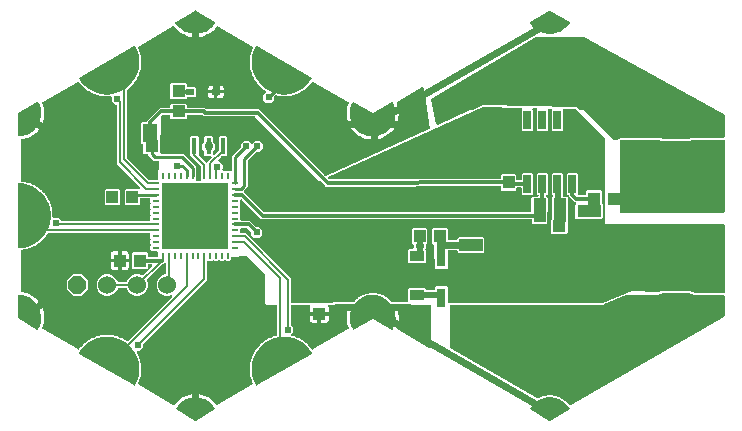
<source format=gbr>
G04 EAGLE Gerber RS-274X export*
G75*
%MOMM*%
%FSLAX34Y34*%
%LPD*%
%INBottom Copper*%
%IPPOS*%
%AMOC8*
5,1,8,0,0,1.08239X$1,22.5*%
G01*
%ADD10R,0.400000X1.399997*%
%ADD11R,1.000000X1.100000*%
%ADD12C,1.000000*%
%ADD13R,0.254000X0.550000*%
%ADD14R,0.550000X0.254000*%
%ADD15R,5.600000X5.600000*%
%ADD16P,1.649562X8X112.500000*%
%ADD17C,1.524000*%
%ADD18R,1.308000X1.308000*%
%ADD19C,1.308000*%
%ADD20R,1.100000X1.000000*%
%ADD21R,0.800000X0.500000*%
%ADD22R,1.803000X1.600000*%
%ADD23R,0.650000X1.528000*%
%ADD24R,0.800000X1.600000*%
%ADD25C,1.981200*%
%ADD26R,1.300000X1.500000*%
%ADD27R,1.220000X0.915000*%
%ADD28C,0.609600*%
%ADD29C,0.750000*%
%ADD30C,0.604800*%
%ADD31C,0.254000*%
%ADD32C,0.304800*%
%ADD33C,0.203200*%
%ADD34C,0.508000*%

G36*
X-34455Y13541D02*
X-34455Y13541D01*
X-34361Y13550D01*
X-34334Y13561D01*
X-34305Y13566D01*
X-34222Y13610D01*
X-34135Y13648D01*
X-34107Y13671D01*
X-34088Y13681D01*
X-34065Y13705D01*
X-34005Y13754D01*
X-33683Y14082D01*
X-17279Y14220D01*
X-17172Y14238D01*
X-17066Y14252D01*
X-17052Y14259D01*
X-17036Y14262D01*
X-16942Y14313D01*
X-16845Y14360D01*
X-16830Y14373D01*
X-16820Y14379D01*
X-16799Y14401D01*
X-16719Y14472D01*
X-15954Y15322D01*
X-15939Y15345D01*
X-15919Y15364D01*
X-15873Y15448D01*
X-15822Y15529D01*
X-15815Y15556D01*
X-15802Y15580D01*
X-15777Y15688D01*
X-15296Y16069D01*
X-15274Y16093D01*
X-15203Y16156D01*
X-14796Y16608D01*
X-14794Y16608D01*
X-14702Y16635D01*
X-14608Y16655D01*
X-14585Y16670D01*
X-14558Y16677D01*
X-14416Y16767D01*
X-13310Y17643D01*
X-13292Y17663D01*
X-13268Y17678D01*
X-13209Y17754D01*
X-13145Y17824D01*
X-13134Y17850D01*
X-13117Y17872D01*
X-13074Y17974D01*
X-12536Y18270D01*
X-12511Y18290D01*
X-12430Y18340D01*
X-11954Y18718D01*
X-11952Y18717D01*
X-11856Y18729D01*
X-11761Y18733D01*
X-11735Y18743D01*
X-11707Y18747D01*
X-11552Y18811D01*
X-10316Y19490D01*
X-10294Y19507D01*
X-10269Y19518D01*
X-10198Y19583D01*
X-10123Y19642D01*
X-10108Y19665D01*
X-10087Y19684D01*
X-10028Y19778D01*
X-9449Y19979D01*
X-9420Y19995D01*
X-9332Y20031D01*
X-8800Y20324D01*
X-8797Y20323D01*
X-8702Y20318D01*
X-8607Y20307D01*
X-8579Y20313D01*
X-8552Y20311D01*
X-8388Y20349D01*
X-7056Y20812D01*
X-7032Y20826D01*
X-7005Y20832D01*
X-6924Y20884D01*
X-6840Y20930D01*
X-6821Y20950D01*
X-6798Y20965D01*
X-6724Y21048D01*
X-6119Y21150D01*
X-6088Y21161D01*
X-6017Y21177D01*
X-6008Y21178D01*
X-6006Y21180D01*
X-5996Y21182D01*
X-5422Y21382D01*
X-5419Y21380D01*
X-5326Y21360D01*
X-5234Y21333D01*
X-5206Y21334D01*
X-5179Y21328D01*
X-5012Y21337D01*
X-3621Y21573D01*
X-3595Y21582D01*
X-3567Y21584D01*
X-3479Y21621D01*
X-3388Y21652D01*
X-3366Y21669D01*
X-3341Y21680D01*
X-3254Y21749D01*
X-2641Y21749D01*
X-2609Y21754D01*
X-2514Y21760D01*
X-1914Y21861D01*
X-1913Y21860D01*
X-1824Y21824D01*
X-1738Y21782D01*
X-1710Y21778D01*
X-1684Y21768D01*
X-1518Y21749D01*
X-107Y21749D01*
X-80Y21754D01*
X-52Y21751D01*
X41Y21774D01*
X135Y21789D01*
X160Y21802D01*
X187Y21809D01*
X284Y21862D01*
X889Y21760D01*
X921Y21760D01*
X1016Y21749D01*
X1624Y21749D01*
X1625Y21747D01*
X1707Y21697D01*
X1784Y21641D01*
X1811Y21633D01*
X1835Y21619D01*
X1996Y21573D01*
X3387Y21337D01*
X3415Y21337D01*
X3441Y21330D01*
X3537Y21337D01*
X3633Y21336D01*
X3659Y21345D01*
X3687Y21347D01*
X3791Y21384D01*
X4371Y21182D01*
X4402Y21176D01*
X4433Y21168D01*
X4459Y21157D01*
X4476Y21155D01*
X4494Y21150D01*
X5093Y21049D01*
X5095Y21047D01*
X5167Y20983D01*
X5234Y20916D01*
X5259Y20903D01*
X5280Y20885D01*
X5431Y20812D01*
X6763Y20349D01*
X6790Y20344D01*
X6816Y20332D01*
X6911Y20323D01*
X7005Y20306D01*
X7033Y20311D01*
X7061Y20308D01*
X7170Y20327D01*
X7707Y20031D01*
X7738Y20020D01*
X7824Y19979D01*
X8398Y19779D01*
X8399Y19777D01*
X8459Y19703D01*
X8514Y19625D01*
X8537Y19608D01*
X8554Y19587D01*
X8691Y19490D01*
X9927Y18811D01*
X9953Y18801D01*
X9977Y18786D01*
X10069Y18761D01*
X10159Y18729D01*
X10187Y18728D01*
X10214Y18721D01*
X10324Y18721D01*
X10805Y18340D01*
X10834Y18324D01*
X10911Y18270D01*
X11444Y17977D01*
X11445Y17974D01*
X11492Y17891D01*
X11533Y17805D01*
X11553Y17785D01*
X11566Y17761D01*
X11686Y17643D01*
X12791Y16767D01*
X12815Y16753D01*
X12835Y16734D01*
X12922Y16693D01*
X13006Y16647D01*
X13033Y16642D01*
X13058Y16630D01*
X13167Y16612D01*
X13578Y16156D01*
X13603Y16136D01*
X13671Y16069D01*
X14147Y15691D01*
X14147Y15689D01*
X14180Y15599D01*
X14206Y15507D01*
X14222Y15484D01*
X14232Y15458D01*
X14329Y15322D01*
X15089Y14478D01*
X15173Y14411D01*
X15254Y14340D01*
X15269Y14334D01*
X15281Y14324D01*
X15382Y14287D01*
X15481Y14246D01*
X15500Y14244D01*
X15512Y14240D01*
X15542Y14239D01*
X15648Y14226D01*
X28120Y14116D01*
X28143Y14120D01*
X28166Y14117D01*
X28264Y14138D01*
X28363Y14154D01*
X28384Y14164D01*
X28406Y14169D01*
X28492Y14221D01*
X28581Y14267D01*
X28597Y14283D01*
X28617Y14295D01*
X28683Y14371D01*
X28752Y14444D01*
X28762Y14465D01*
X28777Y14482D01*
X28815Y14575D01*
X28858Y14666D01*
X28861Y14689D01*
X28869Y14710D01*
X28888Y14877D01*
X28888Y25344D01*
X29781Y26237D01*
X43244Y26237D01*
X44137Y25344D01*
X44137Y24963D01*
X44140Y24944D01*
X44138Y24924D01*
X44160Y24823D01*
X44177Y24721D01*
X44186Y24703D01*
X44191Y24684D01*
X44244Y24595D01*
X44292Y24503D01*
X44306Y24490D01*
X44317Y24473D01*
X44395Y24405D01*
X44470Y24334D01*
X44488Y24326D01*
X44504Y24313D01*
X44600Y24274D01*
X44693Y24230D01*
X44713Y24228D01*
X44732Y24221D01*
X44898Y24202D01*
X50864Y24202D01*
X50884Y24205D01*
X50903Y24203D01*
X51005Y24225D01*
X51107Y24242D01*
X51124Y24251D01*
X51144Y24256D01*
X51233Y24309D01*
X51324Y24357D01*
X51338Y24371D01*
X51355Y24382D01*
X51422Y24460D01*
X51494Y24535D01*
X51502Y24553D01*
X51515Y24569D01*
X51554Y24665D01*
X51597Y24758D01*
X51599Y24778D01*
X51607Y24797D01*
X51625Y24963D01*
X51625Y26557D01*
X52518Y27450D01*
X61782Y27450D01*
X62675Y26557D01*
X62675Y14288D01*
X62678Y14268D01*
X62676Y14248D01*
X62698Y14147D01*
X62714Y14045D01*
X62724Y14027D01*
X62728Y14008D01*
X62781Y13919D01*
X62830Y13827D01*
X62844Y13814D01*
X62854Y13797D01*
X62933Y13729D01*
X63008Y13658D01*
X63026Y13650D01*
X63041Y13637D01*
X63137Y13598D01*
X63231Y13554D01*
X63251Y13552D01*
X63269Y13545D01*
X63436Y13526D01*
X193675Y13526D01*
X193734Y13536D01*
X193793Y13535D01*
X193886Y13561D01*
X193918Y13566D01*
X193931Y13573D01*
X193955Y13580D01*
X218437Y23252D01*
X240706Y22764D01*
X240779Y22774D01*
X240853Y22775D01*
X240918Y22794D01*
X240949Y22798D01*
X240971Y22809D01*
X241014Y22822D01*
X243408Y23813D01*
X267767Y23813D01*
X271822Y22134D01*
X271878Y22121D01*
X271930Y22098D01*
X272031Y22085D01*
X272061Y22078D01*
X272075Y22079D01*
X272097Y22076D01*
X296409Y21543D01*
X296437Y21547D01*
X296465Y21544D01*
X296558Y21564D01*
X296652Y21577D01*
X296678Y21590D01*
X296705Y21596D01*
X296787Y21645D01*
X296872Y21688D01*
X296892Y21708D01*
X296916Y21722D01*
X296978Y21795D01*
X297045Y21862D01*
X297058Y21888D01*
X297076Y21909D01*
X297112Y21998D01*
X297154Y22083D01*
X297158Y22111D01*
X297168Y22137D01*
X297187Y22304D01*
X297187Y79375D01*
X297184Y79395D01*
X297186Y79414D01*
X297164Y79516D01*
X297147Y79618D01*
X297138Y79635D01*
X297133Y79655D01*
X297080Y79744D01*
X297032Y79835D01*
X297018Y79849D01*
X297007Y79866D01*
X296929Y79933D01*
X296854Y80005D01*
X296836Y80013D01*
X296820Y80026D01*
X296724Y80065D01*
X296631Y80108D01*
X296611Y80110D01*
X296592Y80118D01*
X296426Y80136D01*
X196024Y80136D01*
X196024Y151897D01*
X196010Y151983D01*
X196004Y152071D01*
X195990Y152104D01*
X195984Y152140D01*
X195943Y152217D01*
X195910Y152298D01*
X195881Y152335D01*
X195869Y152357D01*
X195846Y152379D01*
X195806Y152430D01*
X171433Y177286D01*
X171362Y177337D01*
X171297Y177396D01*
X171264Y177410D01*
X171235Y177431D01*
X171151Y177458D01*
X171071Y177492D01*
X171025Y177498D01*
X171000Y177506D01*
X170969Y177505D01*
X170904Y177514D01*
X161126Y177705D01*
X161099Y177702D01*
X161072Y177705D01*
X160977Y177684D01*
X160882Y177671D01*
X160858Y177658D01*
X160831Y177652D01*
X160749Y177603D01*
X160663Y177560D01*
X160644Y177540D01*
X160620Y177526D01*
X160558Y177453D01*
X160490Y177385D01*
X160478Y177360D01*
X160460Y177339D01*
X160424Y177250D01*
X160382Y177164D01*
X160378Y177137D01*
X160368Y177111D01*
X160350Y176944D01*
X160350Y160126D01*
X159457Y159233D01*
X151693Y159233D01*
X150800Y160126D01*
X150800Y176684D01*
X150834Y176718D01*
X150860Y176771D01*
X150895Y176819D01*
X150913Y176881D01*
X150942Y176939D01*
X150949Y176998D01*
X150967Y177055D01*
X150965Y177119D01*
X150974Y177183D01*
X150962Y177241D01*
X150961Y177300D01*
X150938Y177361D01*
X150926Y177424D01*
X150897Y177476D01*
X150876Y177531D01*
X150836Y177582D01*
X150804Y177638D01*
X150760Y177677D01*
X150722Y177723D01*
X150668Y177758D01*
X150620Y177801D01*
X150566Y177824D01*
X150516Y177857D01*
X150453Y177872D01*
X150394Y177897D01*
X150309Y177909D01*
X150277Y177917D01*
X150258Y177915D01*
X150228Y177919D01*
X148213Y177959D01*
X148134Y177947D01*
X148055Y177945D01*
X148013Y177930D01*
X147969Y177924D01*
X147899Y177888D01*
X147824Y177861D01*
X147789Y177833D01*
X147750Y177813D01*
X147694Y177757D01*
X147632Y177707D01*
X147608Y177670D01*
X147577Y177638D01*
X147542Y177567D01*
X147499Y177500D01*
X147488Y177457D01*
X147469Y177417D01*
X147459Y177338D01*
X147439Y177262D01*
X147443Y177217D01*
X147437Y177173D01*
X147440Y177156D01*
X147442Y177146D01*
X147452Y177095D01*
X147458Y177017D01*
X147476Y176975D01*
X147484Y176932D01*
X147492Y176919D01*
X147492Y176915D01*
X147524Y176862D01*
X147555Y176790D01*
X147592Y176744D01*
X147606Y176718D01*
X147614Y176711D01*
X147619Y176704D01*
X147635Y176690D01*
X147650Y176671D01*
X147650Y160126D01*
X146757Y159233D01*
X138993Y159233D01*
X138100Y160126D01*
X138100Y176669D01*
X138295Y176864D01*
X138333Y176916D01*
X138378Y176962D01*
X138404Y177015D01*
X138439Y177064D01*
X138458Y177125D01*
X138486Y177183D01*
X138494Y177242D01*
X138511Y177299D01*
X138509Y177363D01*
X138518Y177427D01*
X138506Y177485D01*
X138505Y177545D01*
X138483Y177605D01*
X138470Y177668D01*
X138441Y177720D01*
X138420Y177776D01*
X138380Y177826D01*
X138348Y177882D01*
X138304Y177921D01*
X138267Y177968D01*
X138213Y178002D01*
X138165Y178045D01*
X138110Y178069D01*
X138060Y178101D01*
X137997Y178116D01*
X137938Y178142D01*
X137853Y178153D01*
X137821Y178161D01*
X137803Y178159D01*
X137772Y178163D01*
X135259Y178213D01*
X135181Y178201D01*
X135101Y178199D01*
X135059Y178184D01*
X135015Y178178D01*
X134945Y178142D01*
X134870Y178115D01*
X134835Y178087D01*
X134796Y178067D01*
X134740Y178011D01*
X134678Y177961D01*
X134654Y177924D01*
X134623Y177892D01*
X134588Y177821D01*
X134545Y177754D01*
X134534Y177711D01*
X134515Y177671D01*
X134505Y177592D01*
X134485Y177516D01*
X134489Y177471D01*
X134483Y177427D01*
X134498Y177349D01*
X134504Y177271D01*
X134522Y177230D01*
X134530Y177186D01*
X134570Y177117D01*
X134601Y177044D01*
X134638Y176998D01*
X134652Y176972D01*
X134673Y176954D01*
X134705Y176913D01*
X134950Y176669D01*
X134950Y160126D01*
X134057Y159233D01*
X126293Y159233D01*
X125400Y160126D01*
X125400Y176669D01*
X125839Y177108D01*
X125877Y177160D01*
X125922Y177206D01*
X125948Y177260D01*
X125983Y177308D01*
X126002Y177369D01*
X126030Y177427D01*
X126038Y177486D01*
X126055Y177543D01*
X126054Y177607D01*
X126062Y177671D01*
X126051Y177729D01*
X126049Y177789D01*
X126027Y177849D01*
X126014Y177912D01*
X125985Y177964D01*
X125965Y178020D01*
X125924Y178070D01*
X125892Y178126D01*
X125848Y178165D01*
X125811Y178212D01*
X125757Y178247D01*
X125709Y178290D01*
X125654Y178313D01*
X125604Y178345D01*
X125541Y178361D01*
X125482Y178386D01*
X125397Y178397D01*
X125365Y178405D01*
X125347Y178404D01*
X125316Y178408D01*
X92673Y179048D01*
X92590Y179036D01*
X92505Y179032D01*
X92457Y179017D01*
X92430Y179013D01*
X92403Y178999D01*
X92346Y178981D01*
X-38199Y120143D01*
X-38228Y120125D01*
X-38260Y120113D01*
X-38330Y120057D01*
X-38404Y120008D01*
X-38425Y119980D01*
X-38452Y119959D01*
X-38500Y119884D01*
X-38555Y119813D01*
X-38566Y119781D01*
X-38585Y119752D01*
X-38607Y119665D01*
X-38636Y119581D01*
X-38637Y119547D01*
X-38645Y119514D01*
X-38638Y119425D01*
X-38639Y119335D01*
X-38628Y119302D01*
X-38626Y119268D01*
X-38591Y119186D01*
X-38563Y119101D01*
X-38543Y119074D01*
X-38529Y119042D01*
X-38425Y118911D01*
X-37652Y118139D01*
X-37578Y118085D01*
X-37507Y118025D01*
X-37478Y118014D01*
X-37453Y117995D01*
X-37365Y117968D01*
X-37279Y117934D01*
X-37239Y117930D01*
X-37218Y117923D01*
X-37185Y117924D01*
X-37112Y117916D01*
X107016Y118352D01*
X107035Y118355D01*
X107053Y118353D01*
X107156Y118375D01*
X107259Y118392D01*
X107275Y118401D01*
X107294Y118405D01*
X107384Y118459D01*
X107476Y118508D01*
X107489Y118522D01*
X107505Y118531D01*
X107573Y118611D01*
X107645Y118687D01*
X107653Y118704D01*
X107665Y118718D01*
X107704Y118815D01*
X107748Y118910D01*
X107750Y118929D01*
X107757Y118946D01*
X107775Y119113D01*
X107775Y121457D01*
X108668Y122350D01*
X119932Y122350D01*
X120825Y121457D01*
X120825Y117987D01*
X120828Y117968D01*
X120826Y117948D01*
X120848Y117847D01*
X120864Y117745D01*
X120874Y117727D01*
X120878Y117708D01*
X120931Y117619D01*
X120980Y117527D01*
X120994Y117514D01*
X121004Y117497D01*
X121083Y117429D01*
X121158Y117358D01*
X121176Y117350D01*
X121191Y117337D01*
X121287Y117298D01*
X121381Y117254D01*
X121401Y117252D01*
X121419Y117245D01*
X121586Y117226D01*
X124639Y117226D01*
X124659Y117229D01*
X124678Y117227D01*
X124780Y117249D01*
X124882Y117266D01*
X124899Y117275D01*
X124919Y117280D01*
X125008Y117333D01*
X125099Y117381D01*
X125113Y117395D01*
X125130Y117406D01*
X125197Y117484D01*
X125269Y117559D01*
X125277Y117577D01*
X125290Y117593D01*
X125329Y117689D01*
X125372Y117782D01*
X125374Y117802D01*
X125382Y117821D01*
X125400Y117987D01*
X125400Y122449D01*
X126293Y123342D01*
X134057Y123342D01*
X134950Y122449D01*
X134950Y105906D01*
X134057Y105013D01*
X126293Y105013D01*
X125400Y105906D01*
X125400Y110368D01*
X125397Y110387D01*
X125399Y110407D01*
X125377Y110508D01*
X125361Y110610D01*
X125351Y110628D01*
X125347Y110647D01*
X125294Y110736D01*
X125245Y110828D01*
X125231Y110841D01*
X125221Y110858D01*
X125142Y110926D01*
X125067Y110997D01*
X125049Y111005D01*
X125034Y111018D01*
X124938Y111057D01*
X124844Y111101D01*
X124824Y111103D01*
X124806Y111110D01*
X124639Y111129D01*
X121586Y111129D01*
X121566Y111126D01*
X121547Y111128D01*
X121445Y111106D01*
X121343Y111089D01*
X121326Y111080D01*
X121306Y111075D01*
X121217Y111022D01*
X121126Y110974D01*
X121112Y110960D01*
X121095Y110949D01*
X121028Y110871D01*
X120956Y110796D01*
X120948Y110778D01*
X120935Y110762D01*
X120896Y110666D01*
X120853Y110573D01*
X120851Y110553D01*
X120843Y110534D01*
X120825Y110368D01*
X120825Y109193D01*
X119932Y108300D01*
X108668Y108300D01*
X107775Y109193D01*
X107775Y111493D01*
X107772Y111514D01*
X107774Y111535D01*
X107752Y111635D01*
X107736Y111736D01*
X107726Y111754D01*
X107721Y111775D01*
X107668Y111863D01*
X107620Y111953D01*
X107605Y111968D01*
X107594Y111986D01*
X107516Y112052D01*
X107442Y112122D01*
X107423Y112131D01*
X107407Y112145D01*
X107312Y112183D01*
X107219Y112226D01*
X107198Y112228D01*
X107178Y112236D01*
X107012Y112254D01*
X-37107Y111819D01*
X-37136Y111814D01*
X-38680Y111814D01*
X-38681Y111814D01*
X-38682Y111814D01*
X-39947Y111810D01*
X-40838Y112702D01*
X-40839Y112702D01*
X-40840Y112703D01*
X-41928Y113785D01*
X-41954Y113818D01*
X-44776Y116640D01*
X-44781Y116643D01*
X-44784Y116648D01*
X-44882Y116716D01*
X-44976Y116783D01*
X-44981Y116785D01*
X-44986Y116788D01*
X-45100Y116821D01*
X-45211Y116856D01*
X-45217Y116856D01*
X-45222Y116857D01*
X-45339Y116852D01*
X-45457Y116849D01*
X-45462Y116847D01*
X-45468Y116847D01*
X-45627Y116796D01*
X-45794Y116720D01*
X-100243Y171170D01*
X-100317Y171223D01*
X-100387Y171282D01*
X-100417Y171295D01*
X-100443Y171313D01*
X-100530Y171340D01*
X-100615Y171374D01*
X-100656Y171379D01*
X-100678Y171386D01*
X-100710Y171385D01*
X-100782Y171393D01*
X-143779Y171393D01*
X-144764Y172378D01*
X-144838Y172431D01*
X-144908Y172491D01*
X-144938Y172503D01*
X-144964Y172522D01*
X-145051Y172549D01*
X-145136Y172583D01*
X-145177Y172587D01*
X-145199Y172594D01*
X-145231Y172593D01*
X-145303Y172601D01*
X-157314Y172601D01*
X-157334Y172598D01*
X-157353Y172600D01*
X-157455Y172578D01*
X-157557Y172562D01*
X-157574Y172552D01*
X-157594Y172548D01*
X-157683Y172495D01*
X-157774Y172446D01*
X-157788Y172432D01*
X-157805Y172422D01*
X-157872Y172343D01*
X-157944Y172268D01*
X-157952Y172250D01*
X-157965Y172235D01*
X-158004Y172139D01*
X-158047Y172045D01*
X-158049Y172025D01*
X-158057Y172007D01*
X-158075Y171840D01*
X-158075Y170018D01*
X-158968Y169125D01*
X-171232Y169125D01*
X-172125Y170018D01*
X-172125Y171840D01*
X-172128Y171860D01*
X-172126Y171879D01*
X-172148Y171981D01*
X-172164Y172083D01*
X-172174Y172100D01*
X-172178Y172120D01*
X-172231Y172209D01*
X-172280Y172300D01*
X-172294Y172314D01*
X-172304Y172331D01*
X-172383Y172398D01*
X-172458Y172470D01*
X-172476Y172478D01*
X-172491Y172491D01*
X-172587Y172530D01*
X-172681Y172573D01*
X-172701Y172575D01*
X-172719Y172583D01*
X-172886Y172601D01*
X-178196Y172601D01*
X-178286Y172587D01*
X-178377Y172579D01*
X-178407Y172567D01*
X-178439Y172562D01*
X-178520Y172519D01*
X-178603Y172483D01*
X-178636Y172457D01*
X-178656Y172446D01*
X-178678Y172423D01*
X-178734Y172378D01*
X-179902Y171211D01*
X-179953Y171140D01*
X-180010Y171074D01*
X-180024Y171041D01*
X-180045Y171011D01*
X-180071Y170928D01*
X-180105Y170847D01*
X-180110Y170801D01*
X-180118Y170776D01*
X-180117Y170745D01*
X-180125Y170680D01*
X-180430Y140126D01*
X-180427Y140103D01*
X-180429Y140079D01*
X-180408Y139981D01*
X-180393Y139883D01*
X-180382Y139862D01*
X-180377Y139839D01*
X-180326Y139753D01*
X-180280Y139664D01*
X-180263Y139648D01*
X-180251Y139628D01*
X-180175Y139563D01*
X-180103Y139493D01*
X-180082Y139483D01*
X-180064Y139468D01*
X-179971Y139430D01*
X-179881Y139387D01*
X-179858Y139385D01*
X-179836Y139376D01*
X-179669Y139357D01*
X-160922Y139357D01*
X-150519Y128954D01*
X-150519Y117598D01*
X-150516Y117579D01*
X-150518Y117559D01*
X-150496Y117458D01*
X-150479Y117356D01*
X-150470Y117338D01*
X-150465Y117319D01*
X-150412Y117230D01*
X-150364Y117138D01*
X-150350Y117125D01*
X-150339Y117108D01*
X-150261Y117040D01*
X-150186Y116969D01*
X-150168Y116961D01*
X-150152Y116948D01*
X-150056Y116909D01*
X-149963Y116865D01*
X-149943Y116863D01*
X-149924Y116856D01*
X-149758Y116837D01*
X-146866Y116837D01*
X-146847Y116840D01*
X-146827Y116838D01*
X-146726Y116860D01*
X-146624Y116877D01*
X-146606Y116886D01*
X-146587Y116891D01*
X-146498Y116944D01*
X-146406Y116992D01*
X-146393Y117006D01*
X-146376Y117017D01*
X-146308Y117095D01*
X-146237Y117170D01*
X-146229Y117188D01*
X-146216Y117204D01*
X-146177Y117300D01*
X-146133Y117393D01*
X-146131Y117413D01*
X-146124Y117432D01*
X-146105Y117598D01*
X-146105Y124494D01*
X-146074Y124525D01*
X-146021Y124599D01*
X-145962Y124669D01*
X-145949Y124699D01*
X-145931Y124725D01*
X-145904Y124812D01*
X-145870Y124897D01*
X-145865Y124938D01*
X-145858Y124960D01*
X-145859Y124992D01*
X-145851Y125063D01*
X-145851Y128639D01*
X-145866Y128729D01*
X-145873Y128820D01*
X-145886Y128850D01*
X-145891Y128882D01*
X-145934Y128963D01*
X-145969Y129046D01*
X-145995Y129079D01*
X-146006Y129099D01*
X-146029Y129121D01*
X-146074Y129177D01*
X-154305Y137408D01*
X-154323Y137443D01*
X-154359Y137527D01*
X-154385Y137559D01*
X-154396Y137579D01*
X-154419Y137601D01*
X-154464Y137657D01*
X-155225Y138418D01*
X-155225Y153682D01*
X-154332Y154575D01*
X-149068Y154575D01*
X-148175Y153682D01*
X-148175Y138780D01*
X-148160Y138690D01*
X-148153Y138599D01*
X-148141Y138569D01*
X-148135Y138537D01*
X-148093Y138457D01*
X-148057Y138373D01*
X-148031Y138341D01*
X-148020Y138320D01*
X-147997Y138298D01*
X-147952Y138242D01*
X-142128Y132417D01*
X-142111Y132405D01*
X-142099Y132390D01*
X-142012Y132334D01*
X-141928Y132274D01*
X-141909Y132268D01*
X-141892Y132257D01*
X-141792Y132232D01*
X-141693Y132201D01*
X-141673Y132202D01*
X-141654Y132197D01*
X-141551Y132205D01*
X-141447Y132208D01*
X-141428Y132214D01*
X-141408Y132216D01*
X-141314Y132256D01*
X-141216Y132292D01*
X-141200Y132305D01*
X-141182Y132312D01*
X-141051Y132417D01*
X-137242Y136226D01*
X-137201Y136284D01*
X-137151Y136336D01*
X-137129Y136383D01*
X-137099Y136426D01*
X-137078Y136494D01*
X-137048Y136559D01*
X-137042Y136611D01*
X-137026Y136661D01*
X-137028Y136732D01*
X-137020Y136804D01*
X-137031Y136854D01*
X-137033Y136906D01*
X-137057Y136974D01*
X-137073Y137044D01*
X-137099Y137089D01*
X-137117Y137137D01*
X-137162Y137194D01*
X-137199Y137255D01*
X-137238Y137289D01*
X-137271Y137330D01*
X-137331Y137368D01*
X-137386Y137415D01*
X-137434Y137434D01*
X-137478Y137463D01*
X-137547Y137480D01*
X-137614Y137507D01*
X-137685Y137515D01*
X-137716Y137523D01*
X-137740Y137521D01*
X-137781Y137525D01*
X-142332Y137525D01*
X-143225Y138418D01*
X-143225Y141800D01*
X-143239Y141890D01*
X-143247Y141981D01*
X-143259Y142011D01*
X-143264Y142043D01*
X-143307Y142123D01*
X-143343Y142207D01*
X-143369Y142239D01*
X-143380Y142260D01*
X-143403Y142282D01*
X-143448Y142338D01*
X-144975Y143865D01*
X-144975Y148235D01*
X-143448Y149762D01*
X-143395Y149836D01*
X-143335Y149905D01*
X-143323Y149935D01*
X-143304Y149962D01*
X-143277Y150049D01*
X-143243Y150133D01*
X-143239Y150174D01*
X-143232Y150197D01*
X-143233Y150229D01*
X-143225Y150300D01*
X-143225Y153682D01*
X-142332Y154575D01*
X-137068Y154575D01*
X-136175Y153682D01*
X-136175Y150300D01*
X-136161Y150210D01*
X-136153Y150119D01*
X-136141Y150089D01*
X-136136Y150057D01*
X-136093Y149977D01*
X-136057Y149893D01*
X-136031Y149861D01*
X-136020Y149840D01*
X-135997Y149818D01*
X-135952Y149762D01*
X-134425Y148235D01*
X-134425Y143865D01*
X-135952Y142338D01*
X-136005Y142264D01*
X-136065Y142195D01*
X-136077Y142165D01*
X-136096Y142138D01*
X-136123Y142051D01*
X-136157Y141967D01*
X-136161Y141926D01*
X-136168Y141903D01*
X-136167Y141871D01*
X-136175Y141800D01*
X-136175Y139131D01*
X-136172Y139112D01*
X-136174Y139093D01*
X-136163Y139042D01*
X-136162Y138988D01*
X-136144Y138939D01*
X-136136Y138888D01*
X-136126Y138869D01*
X-136122Y138853D01*
X-136097Y138811D01*
X-136077Y138757D01*
X-136045Y138717D01*
X-136020Y138671D01*
X-136004Y138654D01*
X-135996Y138642D01*
X-135961Y138612D01*
X-135924Y138565D01*
X-135880Y138537D01*
X-135842Y138501D01*
X-135819Y138491D01*
X-135809Y138482D01*
X-135768Y138465D01*
X-135717Y138432D01*
X-135666Y138419D01*
X-135619Y138398D01*
X-135593Y138395D01*
X-135581Y138390D01*
X-135522Y138383D01*
X-135478Y138372D01*
X-135445Y138375D01*
X-135414Y138371D01*
X-135412Y138371D01*
X-135400Y138373D01*
X-135375Y138370D01*
X-135304Y138386D01*
X-135233Y138391D01*
X-135197Y138406D01*
X-135169Y138411D01*
X-135156Y138418D01*
X-135134Y138423D01*
X-135073Y138460D01*
X-135007Y138488D01*
X-134971Y138516D01*
X-134952Y138526D01*
X-134940Y138539D01*
X-134923Y138549D01*
X-134908Y138567D01*
X-134876Y138592D01*
X-131448Y142020D01*
X-131395Y142094D01*
X-131335Y142164D01*
X-131323Y142194D01*
X-131304Y142220D01*
X-131277Y142307D01*
X-131243Y142392D01*
X-131239Y142433D01*
X-131232Y142455D01*
X-131233Y142487D01*
X-131225Y142559D01*
X-131225Y153682D01*
X-130332Y154575D01*
X-125068Y154575D01*
X-124175Y153682D01*
X-124175Y138418D01*
X-125068Y137525D01*
X-128441Y137525D01*
X-128531Y137511D01*
X-128622Y137503D01*
X-128652Y137491D01*
X-128684Y137486D01*
X-128764Y137443D01*
X-128849Y137407D01*
X-128881Y137381D01*
X-128901Y137370D01*
X-128923Y137347D01*
X-128980Y137302D01*
X-131846Y134436D01*
X-131888Y134378D01*
X-131937Y134326D01*
X-131959Y134278D01*
X-131990Y134236D01*
X-132011Y134168D01*
X-132041Y134102D01*
X-132047Y134051D01*
X-132062Y134001D01*
X-132060Y133929D01*
X-132068Y133858D01*
X-132057Y133807D01*
X-132056Y133755D01*
X-132031Y133688D01*
X-132016Y133618D01*
X-131989Y133573D01*
X-131971Y133524D01*
X-131926Y133468D01*
X-131890Y133407D01*
X-131850Y133373D01*
X-131817Y133332D01*
X-131757Y133293D01*
X-131703Y133247D01*
X-131654Y133227D01*
X-131611Y133199D01*
X-131541Y133182D01*
X-131475Y133155D01*
X-131403Y133147D01*
X-131372Y133139D01*
X-131349Y133141D01*
X-131308Y133136D01*
X-130480Y133136D01*
X-127816Y130472D01*
X-127816Y126703D01*
X-127832Y126687D01*
X-127874Y126629D01*
X-127924Y126577D01*
X-127946Y126529D01*
X-127976Y126487D01*
X-127997Y126418D01*
X-128027Y126353D01*
X-128033Y126302D01*
X-128048Y126252D01*
X-128046Y126180D01*
X-128054Y126109D01*
X-128043Y126058D01*
X-128042Y126006D01*
X-128017Y125939D01*
X-128002Y125869D01*
X-127975Y125824D01*
X-127957Y125775D01*
X-127913Y125719D01*
X-127876Y125658D01*
X-127836Y125624D01*
X-127804Y125583D01*
X-127744Y125544D01*
X-127689Y125498D01*
X-127641Y125478D01*
X-127597Y125450D01*
X-127527Y125433D01*
X-127461Y125406D01*
X-127390Y125398D01*
X-127358Y125390D01*
X-127335Y125392D01*
X-127294Y125387D01*
X-126405Y125387D01*
X-126344Y125327D01*
X-126328Y125315D01*
X-126316Y125299D01*
X-126229Y125243D01*
X-126145Y125183D01*
X-126126Y125177D01*
X-126109Y125166D01*
X-126008Y125141D01*
X-125910Y125111D01*
X-125890Y125111D01*
X-125870Y125106D01*
X-125767Y125114D01*
X-125664Y125117D01*
X-125645Y125124D01*
X-125625Y125125D01*
X-125530Y125166D01*
X-125433Y125201D01*
X-125417Y125214D01*
X-125399Y125222D01*
X-125268Y125327D01*
X-125207Y125387D01*
X-121404Y125387D01*
X-121107Y125090D01*
X-121048Y125048D01*
X-120997Y124999D01*
X-120949Y124977D01*
X-120907Y124947D01*
X-120839Y124925D01*
X-120773Y124895D01*
X-120722Y124889D01*
X-120672Y124874D01*
X-120600Y124876D01*
X-120529Y124868D01*
X-120478Y124879D01*
X-120426Y124881D01*
X-120359Y124905D01*
X-120289Y124920D01*
X-120244Y124947D01*
X-120195Y124965D01*
X-120139Y125010D01*
X-120078Y125047D01*
X-120044Y125086D01*
X-120003Y125119D01*
X-119964Y125179D01*
X-119918Y125233D01*
X-119898Y125282D01*
X-119870Y125326D01*
X-119853Y125395D01*
X-119826Y125462D01*
X-119818Y125533D01*
X-119810Y125564D01*
X-119812Y125587D01*
X-119807Y125628D01*
X-119807Y138145D01*
X-112535Y145418D01*
X-112482Y145492D01*
X-112422Y145561D01*
X-112410Y145591D01*
X-112391Y145617D01*
X-112364Y145704D01*
X-112330Y145789D01*
X-112326Y145830D01*
X-112319Y145853D01*
X-112320Y145885D01*
X-112312Y145956D01*
X-112312Y148121D01*
X-109647Y150786D01*
X-105879Y150786D01*
X-103539Y148446D01*
X-103523Y148434D01*
X-103510Y148419D01*
X-103423Y148362D01*
X-103339Y148302D01*
X-103320Y148296D01*
X-103303Y148286D01*
X-103203Y148260D01*
X-103104Y148230D01*
X-103084Y148230D01*
X-103065Y148225D01*
X-102962Y148233D01*
X-102858Y148236D01*
X-102839Y148243D01*
X-102819Y148245D01*
X-102725Y148285D01*
X-102627Y148321D01*
X-102611Y148333D01*
X-102593Y148341D01*
X-102462Y148446D01*
X-100309Y150599D01*
X-96541Y150599D01*
X-93876Y147934D01*
X-93876Y144166D01*
X-96541Y141501D01*
X-98706Y141501D01*
X-98796Y141487D01*
X-98887Y141479D01*
X-98917Y141467D01*
X-98949Y141462D01*
X-99029Y141419D01*
X-99113Y141383D01*
X-99145Y141357D01*
X-99166Y141346D01*
X-99188Y141323D01*
X-99244Y141278D01*
X-106520Y134003D01*
X-106573Y133929D01*
X-106632Y133859D01*
X-106645Y133829D01*
X-106663Y133803D01*
X-106690Y133716D01*
X-106724Y133631D01*
X-106729Y133590D01*
X-106736Y133568D01*
X-106735Y133536D01*
X-106743Y133465D01*
X-106743Y111555D01*
X-109630Y108668D01*
X-109641Y108652D01*
X-109657Y108639D01*
X-109713Y108552D01*
X-109773Y108468D01*
X-109779Y108449D01*
X-109790Y108432D01*
X-109815Y108332D01*
X-109846Y108233D01*
X-109845Y108213D01*
X-109850Y108194D01*
X-109842Y108091D01*
X-109839Y107987D01*
X-109832Y107968D01*
X-109831Y107949D01*
X-109791Y107854D01*
X-109755Y107756D01*
X-109742Y107741D01*
X-109735Y107722D01*
X-109630Y107591D01*
X-92623Y90584D01*
X-92549Y90531D01*
X-92479Y90472D01*
X-92449Y90459D01*
X-92423Y90441D01*
X-92336Y90414D01*
X-92251Y90380D01*
X-92210Y90375D01*
X-92188Y90368D01*
X-92156Y90369D01*
X-92084Y90361D01*
X132939Y90361D01*
X132959Y90364D01*
X132978Y90362D01*
X133080Y90384D01*
X133182Y90401D01*
X133199Y90410D01*
X133219Y90415D01*
X133308Y90468D01*
X133399Y90516D01*
X133413Y90530D01*
X133430Y90541D01*
X133497Y90619D01*
X133569Y90694D01*
X133577Y90712D01*
X133590Y90728D01*
X133629Y90824D01*
X133672Y90917D01*
X133674Y90937D01*
X133682Y90956D01*
X133700Y91122D01*
X133700Y102469D01*
X134593Y103362D01*
X139065Y103362D01*
X139085Y103365D01*
X139104Y103363D01*
X139206Y103385D01*
X139308Y103402D01*
X139325Y103411D01*
X139345Y103416D01*
X139434Y103469D01*
X139525Y103517D01*
X139539Y103531D01*
X139556Y103542D01*
X139623Y103620D01*
X139695Y103695D01*
X139703Y103713D01*
X139716Y103729D01*
X139755Y103825D01*
X139798Y103918D01*
X139800Y103938D01*
X139808Y103957D01*
X139826Y104123D01*
X139826Y104252D01*
X139823Y104271D01*
X139825Y104291D01*
X139803Y104392D01*
X139787Y104494D01*
X139777Y104512D01*
X139773Y104531D01*
X139720Y104620D01*
X139671Y104712D01*
X139657Y104725D01*
X139647Y104742D01*
X139568Y104810D01*
X139493Y104881D01*
X139475Y104889D01*
X139460Y104902D01*
X139364Y104941D01*
X139270Y104985D01*
X139250Y104987D01*
X139232Y104994D01*
X139065Y105013D01*
X138993Y105013D01*
X138100Y105906D01*
X138100Y122449D01*
X138993Y123342D01*
X146757Y123342D01*
X147650Y122449D01*
X147650Y105906D01*
X146757Y105013D01*
X146685Y105013D01*
X146665Y105010D01*
X146646Y105012D01*
X146544Y104990D01*
X146442Y104973D01*
X146425Y104964D01*
X146405Y104959D01*
X146316Y104906D01*
X146225Y104858D01*
X146211Y104844D01*
X146194Y104833D01*
X146127Y104755D01*
X146055Y104680D01*
X146047Y104662D01*
X146034Y104646D01*
X145995Y104550D01*
X145952Y104457D01*
X145950Y104437D01*
X145942Y104418D01*
X145924Y104252D01*
X145924Y104123D01*
X145927Y104104D01*
X145925Y104084D01*
X145947Y103983D01*
X145963Y103881D01*
X145973Y103863D01*
X145977Y103844D01*
X146030Y103755D01*
X146079Y103663D01*
X146093Y103650D01*
X146103Y103633D01*
X146182Y103565D01*
X146257Y103494D01*
X146275Y103486D01*
X146290Y103473D01*
X146386Y103434D01*
X146480Y103390D01*
X146500Y103388D01*
X146518Y103381D01*
X146685Y103362D01*
X146857Y103362D01*
X147750Y102469D01*
X147750Y91206D01*
X147473Y90929D01*
X147427Y90866D01*
X147403Y90841D01*
X147399Y90831D01*
X147360Y90785D01*
X147348Y90755D01*
X147329Y90729D01*
X147302Y90642D01*
X147268Y90557D01*
X147264Y90516D01*
X147257Y90494D01*
X147258Y90462D01*
X147250Y90391D01*
X147250Y81181D01*
X146357Y80288D01*
X135093Y80288D01*
X134200Y81181D01*
X134200Y83503D01*
X134197Y83522D01*
X134199Y83542D01*
X134177Y83643D01*
X134161Y83745D01*
X134151Y83763D01*
X134147Y83782D01*
X134094Y83871D01*
X134045Y83963D01*
X134031Y83976D01*
X134021Y83993D01*
X133942Y84061D01*
X133867Y84132D01*
X133849Y84140D01*
X133834Y84153D01*
X133738Y84192D01*
X133644Y84236D01*
X133624Y84238D01*
X133606Y84245D01*
X133439Y84264D01*
X-94925Y84264D01*
X-111438Y100777D01*
X-111496Y100818D01*
X-111548Y100868D01*
X-111596Y100890D01*
X-111638Y100920D01*
X-111706Y100941D01*
X-111772Y100972D01*
X-111823Y100977D01*
X-111873Y100993D01*
X-111945Y100991D01*
X-112016Y100999D01*
X-112067Y100988D01*
X-112119Y100986D01*
X-112186Y100962D01*
X-112256Y100946D01*
X-112301Y100920D01*
X-112350Y100902D01*
X-112406Y100857D01*
X-112467Y100820D01*
X-112501Y100781D01*
X-112542Y100748D01*
X-112581Y100688D01*
X-112627Y100633D01*
X-112647Y100585D01*
X-112675Y100541D01*
X-112692Y100472D01*
X-112719Y100405D01*
X-112727Y100334D01*
X-112735Y100303D01*
X-112733Y100279D01*
X-112738Y100238D01*
X-112738Y97914D01*
X-112798Y97853D01*
X-112810Y97837D01*
X-112826Y97825D01*
X-112882Y97738D01*
X-112942Y97654D01*
X-112948Y97635D01*
X-112959Y97618D01*
X-112984Y97517D01*
X-113014Y97419D01*
X-113014Y97399D01*
X-113019Y97379D01*
X-113011Y97276D01*
X-113008Y97173D01*
X-113001Y97154D01*
X-113000Y97134D01*
X-112959Y97039D01*
X-112924Y96942D01*
X-112911Y96926D01*
X-112903Y96908D01*
X-112798Y96777D01*
X-112738Y96716D01*
X-112738Y92913D01*
X-112798Y92852D01*
X-112810Y92836D01*
X-112826Y92824D01*
X-112882Y92737D01*
X-112942Y92653D01*
X-112948Y92634D01*
X-112959Y92617D01*
X-112984Y92516D01*
X-113014Y92418D01*
X-113014Y92398D01*
X-113019Y92378D01*
X-113011Y92275D01*
X-113008Y92172D01*
X-113001Y92153D01*
X-113000Y92133D01*
X-112959Y92038D01*
X-112924Y91941D01*
X-112911Y91925D01*
X-112903Y91907D01*
X-112798Y91776D01*
X-112738Y91715D01*
X-112738Y87912D01*
X-112799Y87851D01*
X-112811Y87835D01*
X-112826Y87822D01*
X-112882Y87735D01*
X-112942Y87651D01*
X-112948Y87632D01*
X-112959Y87615D01*
X-112984Y87515D01*
X-113015Y87416D01*
X-113014Y87396D01*
X-113019Y87377D01*
X-113011Y87274D01*
X-113008Y87170D01*
X-113002Y87151D01*
X-113000Y87132D01*
X-112960Y87036D01*
X-112924Y86939D01*
X-112912Y86923D01*
X-112904Y86905D01*
X-112799Y86774D01*
X-112738Y86713D01*
X-112738Y83620D01*
X-112735Y83601D01*
X-112737Y83581D01*
X-112715Y83480D01*
X-112698Y83378D01*
X-112689Y83360D01*
X-112684Y83341D01*
X-112631Y83252D01*
X-112583Y83160D01*
X-112569Y83147D01*
X-112558Y83130D01*
X-112480Y83062D01*
X-112405Y82991D01*
X-112387Y82983D01*
X-112371Y82970D01*
X-112275Y82931D01*
X-112182Y82887D01*
X-112162Y82885D01*
X-112143Y82878D01*
X-111977Y82859D01*
X-104510Y82859D01*
X-99448Y77797D01*
X-99374Y77744D01*
X-99304Y77684D01*
X-99274Y77672D01*
X-99248Y77653D01*
X-99161Y77626D01*
X-99076Y77592D01*
X-99035Y77588D01*
X-99013Y77581D01*
X-98981Y77582D01*
X-98909Y77574D01*
X-97103Y77574D01*
X-94439Y74909D01*
X-94439Y71141D01*
X-97103Y68476D01*
X-100872Y68476D01*
X-103536Y71141D01*
X-103536Y72947D01*
X-103551Y73037D01*
X-103558Y73128D01*
X-103571Y73158D01*
X-103576Y73190D01*
X-103619Y73270D01*
X-103654Y73354D01*
X-103680Y73386D01*
X-103691Y73407D01*
X-103714Y73429D01*
X-103759Y73485D01*
X-106813Y76539D01*
X-106887Y76592D01*
X-106956Y76651D01*
X-106986Y76664D01*
X-107013Y76682D01*
X-107100Y76709D01*
X-107184Y76743D01*
X-107225Y76748D01*
X-107248Y76755D01*
X-107280Y76754D01*
X-107351Y76762D01*
X-111977Y76762D01*
X-111996Y76759D01*
X-112016Y76761D01*
X-112117Y76739D01*
X-112219Y76722D01*
X-112237Y76713D01*
X-112256Y76708D01*
X-112345Y76655D01*
X-112437Y76607D01*
X-112450Y76593D01*
X-112467Y76582D01*
X-112535Y76504D01*
X-112606Y76429D01*
X-112614Y76411D01*
X-112627Y76395D01*
X-112666Y76299D01*
X-112710Y76206D01*
X-112712Y76186D01*
X-112719Y76167D01*
X-112738Y76001D01*
X-112738Y73110D01*
X-112735Y73091D01*
X-112737Y73071D01*
X-112715Y72970D01*
X-112698Y72868D01*
X-112689Y72850D01*
X-112684Y72831D01*
X-112631Y72742D01*
X-112583Y72650D01*
X-112569Y72637D01*
X-112558Y72620D01*
X-112480Y72552D01*
X-112405Y72481D01*
X-112387Y72473D01*
X-112371Y72460D01*
X-112275Y72421D01*
X-112182Y72377D01*
X-112162Y72375D01*
X-112143Y72368D01*
X-111977Y72349D01*
X-108177Y72349D01*
X-70068Y34240D01*
X-70068Y14288D01*
X-70065Y14268D01*
X-70067Y14248D01*
X-70045Y14147D01*
X-70028Y14045D01*
X-70019Y14027D01*
X-70015Y14008D01*
X-69962Y13919D01*
X-69913Y13827D01*
X-69899Y13814D01*
X-69889Y13797D01*
X-69810Y13729D01*
X-69735Y13658D01*
X-69717Y13650D01*
X-69702Y13637D01*
X-69605Y13598D01*
X-69512Y13554D01*
X-69492Y13552D01*
X-69474Y13545D01*
X-69307Y13526D01*
X-34548Y13526D01*
X-34455Y13541D01*
G37*
G36*
X-188473Y117375D02*
X-188473Y117375D01*
X-188382Y117382D01*
X-188353Y117395D01*
X-188321Y117400D01*
X-188240Y117443D01*
X-188156Y117478D01*
X-188124Y117504D01*
X-188103Y117515D01*
X-188081Y117538D01*
X-188025Y117583D01*
X-187994Y117614D01*
X-182935Y117614D01*
X-182919Y117617D01*
X-182903Y117615D01*
X-182797Y117637D01*
X-182692Y117654D01*
X-182678Y117661D01*
X-182662Y117665D01*
X-182569Y117719D01*
X-182474Y117769D01*
X-182463Y117781D01*
X-182449Y117789D01*
X-182379Y117870D01*
X-182305Y117947D01*
X-182298Y117962D01*
X-182288Y117974D01*
X-182247Y118073D01*
X-182201Y118170D01*
X-182200Y118186D01*
X-182194Y118201D01*
X-182173Y118368D01*
X-182027Y132999D01*
X-182029Y133012D01*
X-182028Y133018D01*
X-182030Y133026D01*
X-182028Y133046D01*
X-182049Y133143D01*
X-182064Y133242D01*
X-182075Y133263D01*
X-182080Y133286D01*
X-182132Y133372D01*
X-182177Y133461D01*
X-182194Y133477D01*
X-182207Y133497D01*
X-182282Y133562D01*
X-182354Y133632D01*
X-182375Y133642D01*
X-182393Y133657D01*
X-182486Y133695D01*
X-182576Y133738D01*
X-182599Y133740D01*
X-182622Y133749D01*
X-182788Y133768D01*
X-185908Y133768D01*
X-190682Y138542D01*
X-190682Y138764D01*
X-190685Y138784D01*
X-190683Y138803D01*
X-190705Y138905D01*
X-190722Y139007D01*
X-190731Y139024D01*
X-190736Y139044D01*
X-190789Y139133D01*
X-190837Y139224D01*
X-190851Y139238D01*
X-190862Y139255D01*
X-190940Y139322D01*
X-191015Y139394D01*
X-191033Y139402D01*
X-191049Y139415D01*
X-191145Y139454D01*
X-191238Y139497D01*
X-191258Y139499D01*
X-191277Y139507D01*
X-191443Y139525D01*
X-194019Y139525D01*
X-194912Y140418D01*
X-194912Y147377D01*
X-194915Y147396D01*
X-194913Y147416D01*
X-194935Y147517D01*
X-194952Y147619D01*
X-194961Y147637D01*
X-194966Y147656D01*
X-195019Y147745D01*
X-195067Y147837D01*
X-195081Y147850D01*
X-195092Y147867D01*
X-195170Y147935D01*
X-195245Y148006D01*
X-195263Y148014D01*
X-195279Y148027D01*
X-195375Y148066D01*
X-195468Y148110D01*
X-195488Y148112D01*
X-195507Y148119D01*
X-195673Y148138D01*
X-196019Y148138D01*
X-196912Y149031D01*
X-196912Y165294D01*
X-196019Y166187D01*
X-192697Y166187D01*
X-192678Y166190D01*
X-192658Y166188D01*
X-192557Y166210D01*
X-192455Y166227D01*
X-192437Y166236D01*
X-192418Y166241D01*
X-192329Y166294D01*
X-192237Y166342D01*
X-192224Y166356D01*
X-192207Y166367D01*
X-192139Y166445D01*
X-192068Y166520D01*
X-192060Y166538D01*
X-192047Y166554D01*
X-192008Y166650D01*
X-191964Y166743D01*
X-191962Y166763D01*
X-191955Y166782D01*
X-191936Y166948D01*
X-191936Y167800D01*
X-181037Y178699D01*
X-172886Y178699D01*
X-172866Y178702D01*
X-172847Y178700D01*
X-172745Y178722D01*
X-172643Y178738D01*
X-172626Y178748D01*
X-172606Y178752D01*
X-172517Y178805D01*
X-172426Y178854D01*
X-172412Y178868D01*
X-172395Y178878D01*
X-172328Y178957D01*
X-172256Y179032D01*
X-172248Y179050D01*
X-172235Y179065D01*
X-172196Y179161D01*
X-172153Y179255D01*
X-172151Y179275D01*
X-172143Y179293D01*
X-172125Y179460D01*
X-172125Y181282D01*
X-171232Y182175D01*
X-158968Y182175D01*
X-158075Y181282D01*
X-158075Y179460D01*
X-158072Y179440D01*
X-158074Y179421D01*
X-158052Y179319D01*
X-158036Y179217D01*
X-158026Y179200D01*
X-158022Y179180D01*
X-157969Y179091D01*
X-157920Y179000D01*
X-157906Y178986D01*
X-157896Y178969D01*
X-157817Y178902D01*
X-157742Y178830D01*
X-157724Y178822D01*
X-157709Y178809D01*
X-157613Y178770D01*
X-157519Y178727D01*
X-157499Y178725D01*
X-157481Y178717D01*
X-157314Y178699D01*
X-142462Y178699D01*
X-141476Y177713D01*
X-141402Y177660D01*
X-141333Y177601D01*
X-141302Y177588D01*
X-141276Y177570D01*
X-141189Y177543D01*
X-141104Y177509D01*
X-141063Y177504D01*
X-141041Y177497D01*
X-141009Y177498D01*
X-140938Y177490D01*
X-97004Y177490D01*
X-94995Y175481D01*
X-40729Y121216D01*
X-40725Y121213D01*
X-40721Y121208D01*
X-40624Y121140D01*
X-40529Y121072D01*
X-40524Y121071D01*
X-40520Y121067D01*
X-40406Y121034D01*
X-40294Y121000D01*
X-40289Y121000D01*
X-40283Y120998D01*
X-40166Y121003D01*
X-40048Y121006D01*
X-40043Y121008D01*
X-40038Y121008D01*
X-39878Y121060D01*
X46960Y160198D01*
X46992Y160220D01*
X47028Y160233D01*
X47094Y160287D01*
X47165Y160334D01*
X47189Y160365D01*
X47218Y160389D01*
X47264Y160461D01*
X47316Y160528D01*
X47328Y160565D01*
X47349Y160598D01*
X47369Y160680D01*
X47397Y160761D01*
X47397Y160799D01*
X47406Y160837D01*
X47400Y161005D01*
X42279Y195279D01*
X42267Y195317D01*
X42264Y195356D01*
X42230Y195433D01*
X42204Y195514D01*
X42181Y195545D01*
X42165Y195581D01*
X42108Y195644D01*
X42058Y195712D01*
X42026Y195734D01*
X42000Y195763D01*
X41926Y195804D01*
X41857Y195853D01*
X41819Y195864D01*
X41785Y195883D01*
X41702Y195898D01*
X41621Y195922D01*
X41582Y195921D01*
X41543Y195928D01*
X41460Y195916D01*
X41375Y195913D01*
X41338Y195899D01*
X41299Y195894D01*
X41146Y195826D01*
X19827Y183518D01*
X19754Y183458D01*
X19676Y183404D01*
X19659Y183381D01*
X19637Y183362D01*
X19586Y183282D01*
X19530Y183206D01*
X19521Y183178D01*
X19506Y183154D01*
X19484Y183062D01*
X19455Y182972D01*
X19455Y182943D01*
X19448Y182915D01*
X19457Y182820D01*
X19458Y182726D01*
X19468Y182691D01*
X19470Y182670D01*
X19483Y182640D01*
X19505Y182565D01*
X20108Y181127D01*
X20856Y178420D01*
X21256Y175641D01*
X21300Y172833D01*
X20989Y170042D01*
X20327Y167313D01*
X19961Y166356D01*
X17158Y166356D01*
X17768Y167805D01*
X17775Y167840D01*
X17794Y167885D01*
X18522Y170989D01*
X18523Y171024D01*
X18534Y171072D01*
X18734Y174254D01*
X18729Y174289D01*
X18732Y174337D01*
X18399Y177509D01*
X18389Y177542D01*
X18383Y177591D01*
X17526Y180662D01*
X17510Y180693D01*
X17497Y180740D01*
X16139Y183625D01*
X16122Y183648D01*
X16112Y183676D01*
X16063Y183728D01*
X16020Y183785D01*
X15995Y183799D01*
X15975Y183820D01*
X15910Y183849D01*
X15849Y183885D01*
X15820Y183889D01*
X15793Y183900D01*
X15722Y183901D01*
X15652Y183910D01*
X15624Y183903D01*
X15594Y183903D01*
X15501Y183868D01*
X15460Y183857D01*
X15451Y183850D01*
X15438Y183845D01*
X-813Y174489D01*
X-17063Y183845D01*
X-17091Y183854D01*
X-17115Y183871D01*
X-17185Y183886D01*
X-17252Y183908D01*
X-17281Y183906D01*
X-17310Y183912D01*
X-17379Y183898D01*
X-17450Y183892D01*
X-17476Y183879D01*
X-17505Y183873D01*
X-17564Y183833D01*
X-17627Y183801D01*
X-17645Y183778D01*
X-17669Y183762D01*
X-17726Y183680D01*
X-17753Y183647D01*
X-17756Y183636D01*
X-17764Y183625D01*
X-19122Y180740D01*
X-19130Y180706D01*
X-19151Y180662D01*
X-20008Y177591D01*
X-20011Y177556D01*
X-20024Y177509D01*
X-20357Y174337D01*
X-20354Y174303D01*
X-20359Y174254D01*
X-20159Y171072D01*
X-20150Y171038D01*
X-20147Y170989D01*
X-19419Y167885D01*
X-19404Y167853D01*
X-19393Y167805D01*
X-18783Y166356D01*
X-21586Y166356D01*
X-21952Y167313D01*
X-22614Y170042D01*
X-22925Y172833D01*
X-22881Y175641D01*
X-22481Y178420D01*
X-22473Y178448D01*
X-21842Y180732D01*
X-21733Y181127D01*
X-21651Y181321D01*
X-21130Y182565D01*
X-21108Y182657D01*
X-21080Y182747D01*
X-21080Y182776D01*
X-21073Y182804D01*
X-21082Y182898D01*
X-21083Y182993D01*
X-21093Y183020D01*
X-21095Y183049D01*
X-21134Y183136D01*
X-21165Y183225D01*
X-21183Y183248D01*
X-21195Y183274D01*
X-21258Y183344D01*
X-21317Y183419D01*
X-21346Y183440D01*
X-21360Y183456D01*
X-21389Y183472D01*
X-21452Y183518D01*
X-51177Y200679D01*
X-51284Y200720D01*
X-51390Y200763D01*
X-51399Y200763D01*
X-51407Y200766D01*
X-51521Y200770D01*
X-51635Y200777D01*
X-51644Y200775D01*
X-51652Y200775D01*
X-51763Y200743D01*
X-51873Y200713D01*
X-51880Y200708D01*
X-51888Y200705D01*
X-51982Y200639D01*
X-52077Y200576D01*
X-52084Y200568D01*
X-52090Y200564D01*
X-52103Y200546D01*
X-52186Y200449D01*
X-52222Y200396D01*
X-52496Y199993D01*
X-52511Y199962D01*
X-52533Y199935D01*
X-52563Y199851D01*
X-52600Y199770D01*
X-52604Y199736D01*
X-52616Y199703D01*
X-52622Y199624D01*
X-53059Y199152D01*
X-53077Y199125D01*
X-53130Y199063D01*
X-53259Y198874D01*
X-53491Y198534D01*
X-53556Y198503D01*
X-53639Y198473D01*
X-53666Y198451D01*
X-53698Y198436D01*
X-53825Y198327D01*
X-55323Y196711D01*
X-55342Y196682D01*
X-55368Y196658D01*
X-55410Y196580D01*
X-55459Y196506D01*
X-55468Y196472D01*
X-55485Y196441D01*
X-55501Y196368D01*
X-55502Y196367D01*
X-55502Y196365D01*
X-55502Y196364D01*
X-56005Y195963D01*
X-56027Y195938D01*
X-56089Y195885D01*
X-56524Y195416D01*
X-56593Y195395D01*
X-56680Y195377D01*
X-56710Y195360D01*
X-56743Y195350D01*
X-56885Y195261D01*
X-58608Y193886D01*
X-58631Y193860D01*
X-58660Y193840D01*
X-58713Y193769D01*
X-58773Y193703D01*
X-58787Y193671D01*
X-58807Y193644D01*
X-58836Y193570D01*
X-59393Y193248D01*
X-59419Y193227D01*
X-59488Y193184D01*
X-59988Y192784D01*
X-60059Y192774D01*
X-60148Y192770D01*
X-60180Y192757D01*
X-60214Y192752D01*
X-60368Y192685D01*
X-62277Y191582D01*
X-62304Y191560D01*
X-62335Y191545D01*
X-62398Y191483D01*
X-62467Y191426D01*
X-62485Y191397D01*
X-62510Y191373D01*
X-62550Y191304D01*
X-63149Y191068D01*
X-63177Y191052D01*
X-63251Y191019D01*
X-63806Y190699D01*
X-63877Y190699D01*
X-63966Y190708D01*
X-64000Y190700D01*
X-64034Y190701D01*
X-64196Y190657D01*
X-66248Y189851D01*
X-66278Y189833D01*
X-66311Y189823D01*
X-66383Y189771D01*
X-66459Y189725D01*
X-66482Y189699D01*
X-66510Y189679D01*
X-66559Y189616D01*
X-67187Y189473D01*
X-67217Y189460D01*
X-67295Y189439D01*
X-67891Y189205D01*
X-67962Y189217D01*
X-68048Y189238D01*
X-68083Y189236D01*
X-68117Y189241D01*
X-68284Y189222D01*
X-70433Y188731D01*
X-70465Y188718D01*
X-70499Y188713D01*
X-70578Y188672D01*
X-70660Y188638D01*
X-70687Y188616D01*
X-70718Y188600D01*
X-70776Y188545D01*
X-71417Y188497D01*
X-71449Y188489D01*
X-71530Y188480D01*
X-72154Y188337D01*
X-72222Y188359D01*
X-72305Y188394D01*
X-72339Y188396D01*
X-72372Y188407D01*
X-72540Y188413D01*
X-74738Y188247D01*
X-74771Y188239D01*
X-74806Y188239D01*
X-74890Y188210D01*
X-74977Y188189D01*
X-75006Y188171D01*
X-75039Y188160D01*
X-75104Y188115D01*
X-75746Y188163D01*
X-75779Y188160D01*
X-75860Y188163D01*
X-76499Y188115D01*
X-76563Y188147D01*
X-76639Y188193D01*
X-76673Y188200D01*
X-76704Y188216D01*
X-76869Y188247D01*
X-79067Y188411D01*
X-79101Y188408D01*
X-79136Y188413D01*
X-79223Y188397D01*
X-79312Y188389D01*
X-79343Y188375D01*
X-79378Y188369D01*
X-79449Y188334D01*
X-80077Y188477D01*
X-80110Y188479D01*
X-80189Y188494D01*
X-80828Y188542D01*
X-80887Y188583D01*
X-80955Y188640D01*
X-80987Y188653D01*
X-81016Y188672D01*
X-81174Y188728D01*
X-82695Y189074D01*
X-82748Y189077D01*
X-82800Y189090D01*
X-82870Y189085D01*
X-82940Y189089D01*
X-82992Y189076D01*
X-83045Y189071D01*
X-83110Y189044D01*
X-83178Y189025D01*
X-83222Y188996D01*
X-83271Y188975D01*
X-83359Y188905D01*
X-83383Y188889D01*
X-83389Y188881D01*
X-83402Y188870D01*
X-84128Y188144D01*
X-84181Y188070D01*
X-84241Y188001D01*
X-84253Y187971D01*
X-84272Y187945D01*
X-84299Y187858D01*
X-84333Y187773D01*
X-84337Y187732D01*
X-84344Y187710D01*
X-84343Y187677D01*
X-84351Y187606D01*
X-84351Y185441D01*
X-87016Y182776D01*
X-90784Y182776D01*
X-93449Y185441D01*
X-93449Y189209D01*
X-91193Y191465D01*
X-91127Y191557D01*
X-91058Y191648D01*
X-91055Y191657D01*
X-91050Y191665D01*
X-91016Y191773D01*
X-90980Y191882D01*
X-90980Y191891D01*
X-90977Y191900D01*
X-90980Y192014D01*
X-90980Y192128D01*
X-90983Y192136D01*
X-90984Y192146D01*
X-91023Y192253D01*
X-91059Y192361D01*
X-91065Y192368D01*
X-91068Y192377D01*
X-91139Y192466D01*
X-91208Y192556D01*
X-91216Y192561D01*
X-91222Y192569D01*
X-91318Y192630D01*
X-91412Y192694D01*
X-91421Y192697D01*
X-91429Y192702D01*
X-91539Y192729D01*
X-91579Y192740D01*
X-92122Y193173D01*
X-92151Y193189D01*
X-92216Y193237D01*
X-92771Y193557D01*
X-92806Y193620D01*
X-92843Y193701D01*
X-92866Y193726D01*
X-92883Y193756D01*
X-93002Y193875D01*
X-94726Y195248D01*
X-94756Y195265D01*
X-94782Y195289D01*
X-94863Y195325D01*
X-94941Y195369D01*
X-94975Y195375D01*
X-95006Y195389D01*
X-95085Y195401D01*
X-95523Y195873D01*
X-95549Y195893D01*
X-95606Y195950D01*
X-96107Y196349D01*
X-96129Y196406D01*
X-96137Y196442D01*
X-96143Y196452D01*
X-96157Y196502D01*
X-96176Y196530D01*
X-96189Y196563D01*
X-96289Y196697D01*
X-97788Y198313D01*
X-97816Y198334D01*
X-97837Y198361D01*
X-97912Y198409D01*
X-97983Y198464D01*
X-98015Y198475D01*
X-98045Y198494D01*
X-98120Y198517D01*
X-98483Y199049D01*
X-98506Y199072D01*
X-98554Y199137D01*
X-98990Y199607D01*
X-99005Y199677D01*
X-99016Y199765D01*
X-99031Y199796D01*
X-99039Y199830D01*
X-99117Y199978D01*
X-100360Y201799D01*
X-100384Y201824D01*
X-100401Y201854D01*
X-100468Y201913D01*
X-100529Y201977D01*
X-100560Y201993D01*
X-100586Y202016D01*
X-100658Y202051D01*
X-100937Y202630D01*
X-100956Y202657D01*
X-100994Y202729D01*
X-101355Y203258D01*
X-101360Y203329D01*
X-101358Y203418D01*
X-101368Y203451D01*
X-101370Y203486D01*
X-101426Y203644D01*
X-102383Y205630D01*
X-102403Y205658D01*
X-102415Y205690D01*
X-102456Y205739D01*
X-102486Y205788D01*
X-102505Y205805D01*
X-102524Y205831D01*
X-102552Y205852D01*
X-102574Y205878D01*
X-102640Y205923D01*
X-102830Y206538D01*
X-102845Y206567D01*
X-102871Y206644D01*
X-103150Y207221D01*
X-103144Y207292D01*
X-103128Y207380D01*
X-103133Y207414D01*
X-103130Y207448D01*
X-103162Y207613D01*
X-103812Y209719D01*
X-103828Y209750D01*
X-103836Y209784D01*
X-103882Y209860D01*
X-103922Y209939D01*
X-103946Y209964D01*
X-103965Y209994D01*
X-104023Y210047D01*
X-104119Y210684D01*
X-104129Y210715D01*
X-104144Y210795D01*
X-104333Y211407D01*
X-104317Y211476D01*
X-104289Y211561D01*
X-104289Y211595D01*
X-104281Y211629D01*
X-104287Y211797D01*
X-104616Y213976D01*
X-104627Y214009D01*
X-104630Y214044D01*
X-104665Y214126D01*
X-104692Y214210D01*
X-104713Y214238D01*
X-104726Y214270D01*
X-104776Y214332D01*
X-104776Y214976D01*
X-104781Y215008D01*
X-104785Y215089D01*
X-104880Y215722D01*
X-104853Y215789D01*
X-104813Y215868D01*
X-104808Y215902D01*
X-104795Y215934D01*
X-104776Y216101D01*
X-104777Y218305D01*
X-104783Y218339D01*
X-104780Y218374D01*
X-104802Y218460D01*
X-104817Y218548D01*
X-104833Y218579D01*
X-104842Y218612D01*
X-104882Y218681D01*
X-104786Y219317D01*
X-104786Y219350D01*
X-104777Y219431D01*
X-104778Y220071D01*
X-104766Y220091D01*
X-104763Y220094D01*
X-104760Y220101D01*
X-104741Y220133D01*
X-104689Y220205D01*
X-104679Y220238D01*
X-104662Y220268D01*
X-104618Y220430D01*
X-104291Y222610D01*
X-104291Y222645D01*
X-104284Y222679D01*
X-104293Y222767D01*
X-104294Y222856D01*
X-104305Y222889D01*
X-104309Y222923D01*
X-104338Y222997D01*
X-104149Y223612D01*
X-104144Y223645D01*
X-104123Y223723D01*
X-104028Y224356D01*
X-103983Y224412D01*
X-103921Y224476D01*
X-103906Y224507D01*
X-103884Y224534D01*
X-103817Y224688D01*
X-103168Y226794D01*
X-103163Y226829D01*
X-103151Y226861D01*
X-103147Y226950D01*
X-103135Y227038D01*
X-103141Y227072D01*
X-103140Y227107D01*
X-103157Y227184D01*
X-102878Y227764D01*
X-102869Y227796D01*
X-102837Y227870D01*
X-102648Y228482D01*
X-102595Y228530D01*
X-102524Y228584D01*
X-102505Y228613D01*
X-102479Y228636D01*
X-102390Y228778D01*
X-102143Y229291D01*
X-102111Y229400D01*
X-102076Y229509D01*
X-102077Y229518D01*
X-102074Y229527D01*
X-102078Y229641D01*
X-102080Y229755D01*
X-102083Y229764D01*
X-102083Y229773D01*
X-102124Y229880D01*
X-102162Y229987D01*
X-102168Y229994D01*
X-102171Y230003D01*
X-102243Y230091D01*
X-102314Y230181D01*
X-102322Y230187D01*
X-102327Y230193D01*
X-102347Y230205D01*
X-102449Y230280D01*
X-132178Y247444D01*
X-132266Y247477D01*
X-132350Y247517D01*
X-132380Y247520D01*
X-132408Y247531D01*
X-132501Y247534D01*
X-132594Y247545D01*
X-132624Y247539D01*
X-132654Y247540D01*
X-132743Y247514D01*
X-132835Y247494D01*
X-132861Y247479D01*
X-132890Y247470D01*
X-132966Y247417D01*
X-133047Y247369D01*
X-133073Y247342D01*
X-133091Y247329D01*
X-133111Y247303D01*
X-133163Y247248D01*
X-133837Y246369D01*
X-134166Y245940D01*
X-134513Y245593D01*
X-136214Y243893D01*
X-138512Y242129D01*
X-141020Y240681D01*
X-143696Y239573D01*
X-146493Y238824D01*
X-149289Y238455D01*
X-149289Y241049D01*
X-149279Y241049D01*
X-149246Y241056D01*
X-149199Y241055D01*
X-146173Y241547D01*
X-146141Y241559D01*
X-146095Y241566D01*
X-143186Y242537D01*
X-143157Y242554D01*
X-143113Y242569D01*
X-140398Y243994D01*
X-140371Y244015D01*
X-140330Y244037D01*
X-137878Y245879D01*
X-137856Y245904D01*
X-137818Y245932D01*
X-135694Y248143D01*
X-135676Y248172D01*
X-135643Y248205D01*
X-133902Y250729D01*
X-133890Y250756D01*
X-133872Y250778D01*
X-133852Y250846D01*
X-133824Y250912D01*
X-133823Y250941D01*
X-133815Y250968D01*
X-133823Y251040D01*
X-133823Y251111D01*
X-133834Y251137D01*
X-133837Y251166D01*
X-133873Y251228D01*
X-133900Y251294D01*
X-133921Y251314D01*
X-133935Y251339D01*
X-134012Y251403D01*
X-134043Y251433D01*
X-134053Y251437D01*
X-134063Y251445D01*
X-150563Y260945D01*
X-150636Y260969D01*
X-150707Y261000D01*
X-150730Y261001D01*
X-150752Y261008D01*
X-150829Y261002D01*
X-150906Y261003D01*
X-150930Y260994D01*
X-150950Y260992D01*
X-150990Y260972D01*
X-151062Y260945D01*
X-167562Y251445D01*
X-167583Y251426D01*
X-167610Y251414D01*
X-167657Y251361D01*
X-167711Y251314D01*
X-167723Y251288D01*
X-167743Y251266D01*
X-167766Y251199D01*
X-167797Y251134D01*
X-167798Y251105D01*
X-167807Y251078D01*
X-167803Y251007D01*
X-167806Y250936D01*
X-167796Y250909D01*
X-167794Y250880D01*
X-167751Y250789D01*
X-167737Y250749D01*
X-167729Y250741D01*
X-167723Y250729D01*
X-165982Y248205D01*
X-165957Y248182D01*
X-165931Y248143D01*
X-163807Y245932D01*
X-163779Y245913D01*
X-163747Y245879D01*
X-161295Y244037D01*
X-161265Y244022D01*
X-161227Y243994D01*
X-158512Y242569D01*
X-158480Y242559D01*
X-158439Y242537D01*
X-155530Y241566D01*
X-155496Y241562D01*
X-155452Y241547D01*
X-152426Y241055D01*
X-152392Y241057D01*
X-152346Y241049D01*
X-152336Y241049D01*
X-152336Y238455D01*
X-155132Y238824D01*
X-157929Y239573D01*
X-160605Y240681D01*
X-163113Y242129D01*
X-165411Y243892D01*
X-167459Y245940D01*
X-168462Y247248D01*
X-168530Y247312D01*
X-168593Y247381D01*
X-168619Y247396D01*
X-168642Y247417D01*
X-168726Y247455D01*
X-168808Y247501D01*
X-168838Y247506D01*
X-168865Y247519D01*
X-168958Y247529D01*
X-169050Y247546D01*
X-169080Y247542D01*
X-169110Y247545D01*
X-169201Y247524D01*
X-169293Y247511D01*
X-169328Y247496D01*
X-169350Y247491D01*
X-169378Y247474D01*
X-169447Y247444D01*
X-199176Y230280D01*
X-199265Y230207D01*
X-199355Y230138D01*
X-199360Y230130D01*
X-199367Y230125D01*
X-199428Y230027D01*
X-199490Y229932D01*
X-199493Y229924D01*
X-199497Y229916D01*
X-199524Y229805D01*
X-199553Y229695D01*
X-199553Y229686D01*
X-199555Y229677D01*
X-199545Y229563D01*
X-199537Y229449D01*
X-199534Y229439D01*
X-199533Y229432D01*
X-199524Y229411D01*
X-199482Y229291D01*
X-199235Y228778D01*
X-199215Y228750D01*
X-199202Y228718D01*
X-199145Y228649D01*
X-199094Y228577D01*
X-199066Y228556D01*
X-199043Y228530D01*
X-198978Y228485D01*
X-198788Y227870D01*
X-198782Y227856D01*
X-198781Y227855D01*
X-198778Y227850D01*
X-198774Y227840D01*
X-198747Y227764D01*
X-198469Y227187D01*
X-198475Y227115D01*
X-198491Y227028D01*
X-198485Y226994D01*
X-198488Y226959D01*
X-198457Y226794D01*
X-197808Y224688D01*
X-197792Y224657D01*
X-197785Y224623D01*
X-197738Y224547D01*
X-197698Y224467D01*
X-197674Y224443D01*
X-197656Y224413D01*
X-197597Y224360D01*
X-197502Y223723D01*
X-197492Y223692D01*
X-197476Y223612D01*
X-197288Y223000D01*
X-197304Y222931D01*
X-197333Y222846D01*
X-197333Y222811D01*
X-197341Y222778D01*
X-197334Y222610D01*
X-197007Y220430D01*
X-196996Y220397D01*
X-196993Y220363D01*
X-196958Y220281D01*
X-196931Y220196D01*
X-196911Y220168D01*
X-196897Y220136D01*
X-196847Y220074D01*
X-196848Y219431D01*
X-196842Y219398D01*
X-196839Y219317D01*
X-196744Y218684D01*
X-196771Y218617D01*
X-196811Y218538D01*
X-196816Y218504D01*
X-196829Y218472D01*
X-196848Y218305D01*
X-196849Y216101D01*
X-196843Y216067D01*
X-196846Y216032D01*
X-196823Y215946D01*
X-196809Y215858D01*
X-196793Y215828D01*
X-196784Y215794D01*
X-196744Y215726D01*
X-196841Y215089D01*
X-196840Y215056D01*
X-196849Y214976D01*
X-196849Y214335D01*
X-196886Y214273D01*
X-196938Y214201D01*
X-196948Y214168D01*
X-196965Y214138D01*
X-197009Y213976D01*
X-197338Y211797D01*
X-197337Y211762D01*
X-197345Y211728D01*
X-197336Y211640D01*
X-197335Y211551D01*
X-197323Y211518D01*
X-197320Y211484D01*
X-197291Y211410D01*
X-197481Y210795D01*
X-197485Y210762D01*
X-197506Y210684D01*
X-197602Y210051D01*
X-197647Y209995D01*
X-197709Y209931D01*
X-197724Y209900D01*
X-197746Y209873D01*
X-197813Y209719D01*
X-198463Y207613D01*
X-198468Y207579D01*
X-198480Y207547D01*
X-198485Y207458D01*
X-198497Y207370D01*
X-198490Y207336D01*
X-198492Y207301D01*
X-198474Y207224D01*
X-198754Y206644D01*
X-198763Y206612D01*
X-198795Y206538D01*
X-198984Y205926D01*
X-198997Y205914D01*
X-199018Y205903D01*
X-199055Y205864D01*
X-199108Y205824D01*
X-199128Y205795D01*
X-199153Y205772D01*
X-199174Y205739D01*
X-199187Y205725D01*
X-199200Y205697D01*
X-199242Y205630D01*
X-200199Y203644D01*
X-200209Y203611D01*
X-200226Y203581D01*
X-200244Y203494D01*
X-200269Y203408D01*
X-200267Y203374D01*
X-200274Y203340D01*
X-200268Y203261D01*
X-200631Y202729D01*
X-200645Y202699D01*
X-200688Y202630D01*
X-200966Y202053D01*
X-201026Y202014D01*
X-201104Y201971D01*
X-201127Y201946D01*
X-201156Y201926D01*
X-201265Y201799D01*
X-202508Y199978D01*
X-202522Y199947D01*
X-202544Y199920D01*
X-202574Y199836D01*
X-202611Y199755D01*
X-202615Y199721D01*
X-202627Y199688D01*
X-202633Y199609D01*
X-203071Y199137D01*
X-203089Y199110D01*
X-203142Y199049D01*
X-203503Y198520D01*
X-203568Y198489D01*
X-203651Y198459D01*
X-203678Y198437D01*
X-203710Y198422D01*
X-203837Y198313D01*
X-205336Y196697D01*
X-205356Y196668D01*
X-205381Y196645D01*
X-205423Y196567D01*
X-205472Y196492D01*
X-205481Y196459D01*
X-205498Y196428D01*
X-205510Y196374D01*
X-205514Y196367D01*
X-205515Y196351D01*
X-206019Y195950D01*
X-206041Y195925D01*
X-206102Y195873D01*
X-206538Y195403D01*
X-206607Y195383D01*
X-206694Y195365D01*
X-206724Y195348D01*
X-206757Y195338D01*
X-206899Y195248D01*
X-208310Y194124D01*
X-208317Y194116D01*
X-208326Y194110D01*
X-208400Y194025D01*
X-208475Y193942D01*
X-208479Y193932D01*
X-208486Y193924D01*
X-208529Y193819D01*
X-208573Y193716D01*
X-208574Y193705D01*
X-208578Y193695D01*
X-208597Y193529D01*
X-208597Y136362D01*
X-208582Y136272D01*
X-208575Y136181D01*
X-208562Y136151D01*
X-208557Y136119D01*
X-208514Y136039D01*
X-208479Y135955D01*
X-208453Y135923D01*
X-208442Y135902D01*
X-208419Y135880D01*
X-208374Y135824D01*
X-190133Y117583D01*
X-190059Y117530D01*
X-189990Y117471D01*
X-189959Y117458D01*
X-189933Y117440D01*
X-189846Y117413D01*
X-189761Y117379D01*
X-189721Y117374D01*
X-189698Y117367D01*
X-189666Y117368D01*
X-189595Y117360D01*
X-188563Y117360D01*
X-188473Y117375D01*
G37*
G36*
X166680Y-73382D02*
X166680Y-73382D01*
X166752Y-73382D01*
X166801Y-73365D01*
X166852Y-73358D01*
X166959Y-73311D01*
X166985Y-73302D01*
X166992Y-73296D01*
X167005Y-73291D01*
X296806Y1648D01*
X296859Y1691D01*
X296916Y1725D01*
X296953Y1768D01*
X296996Y1804D01*
X297032Y1861D01*
X297076Y1912D01*
X297097Y1964D01*
X297127Y2012D01*
X297143Y2078D01*
X297168Y2140D01*
X297177Y2219D01*
X297185Y2251D01*
X297183Y2272D01*
X297187Y2307D01*
X297187Y19050D01*
X297184Y19070D01*
X297186Y19089D01*
X297164Y19191D01*
X297147Y19293D01*
X297138Y19310D01*
X297133Y19330D01*
X297080Y19419D01*
X297032Y19510D01*
X297018Y19524D01*
X297007Y19541D01*
X296929Y19608D01*
X296854Y19680D01*
X296836Y19688D01*
X296820Y19701D01*
X296724Y19740D01*
X296631Y19783D01*
X296611Y19785D01*
X296592Y19793D01*
X296426Y19811D01*
X214024Y19811D01*
X213966Y19802D01*
X213906Y19802D01*
X213813Y19777D01*
X213782Y19772D01*
X213768Y19764D01*
X213745Y19758D01*
X195103Y12393D01*
X195042Y12356D01*
X194976Y12328D01*
X194920Y12283D01*
X194892Y12267D01*
X194877Y12249D01*
X194845Y12223D01*
X194622Y12001D01*
X194255Y12001D01*
X194197Y11991D01*
X194137Y11992D01*
X194044Y11966D01*
X194013Y11961D01*
X193999Y11954D01*
X193976Y11948D01*
X193634Y11813D01*
X193345Y11938D01*
X193276Y11955D01*
X193209Y11982D01*
X193138Y11990D01*
X193107Y11998D01*
X193084Y11996D01*
X193043Y12001D01*
X65087Y12001D01*
X65068Y11998D01*
X65048Y12000D01*
X64947Y11978D01*
X64845Y11961D01*
X64827Y11952D01*
X64808Y11947D01*
X64719Y11894D01*
X64627Y11846D01*
X64614Y11832D01*
X64597Y11821D01*
X64529Y11743D01*
X64458Y11668D01*
X64450Y11650D01*
X64437Y11634D01*
X64398Y11538D01*
X64354Y11445D01*
X64352Y11425D01*
X64345Y11406D01*
X64326Y11240D01*
X64326Y-23959D01*
X64337Y-24026D01*
X64338Y-24094D01*
X64357Y-24147D01*
X64366Y-24202D01*
X64398Y-24262D01*
X64420Y-24326D01*
X64455Y-24370D01*
X64481Y-24420D01*
X64530Y-24466D01*
X64572Y-24519D01*
X64636Y-24566D01*
X64659Y-24589D01*
X64678Y-24598D01*
X64707Y-24619D01*
X138651Y-67309D01*
X138700Y-67328D01*
X138745Y-67355D01*
X138814Y-67371D01*
X138881Y-67396D01*
X138934Y-67398D01*
X138985Y-67410D01*
X139056Y-67403D01*
X139127Y-67405D01*
X139177Y-67390D01*
X139229Y-67385D01*
X139336Y-67343D01*
X139363Y-67335D01*
X139371Y-67330D01*
X139386Y-67324D01*
X139983Y-67011D01*
X140007Y-66993D01*
X140035Y-66981D01*
X140105Y-66919D01*
X140179Y-66863D01*
X140196Y-66838D01*
X140219Y-66818D01*
X140273Y-66734D01*
X140865Y-66536D01*
X140894Y-66521D01*
X140978Y-66488D01*
X141525Y-66201D01*
X141615Y-66207D01*
X141707Y-66220D01*
X141737Y-66214D01*
X141767Y-66216D01*
X141931Y-66181D01*
X143134Y-65779D01*
X143161Y-65765D01*
X143190Y-65758D01*
X143269Y-65708D01*
X143352Y-65664D01*
X143373Y-65643D01*
X143398Y-65626D01*
X143465Y-65553D01*
X144081Y-65452D01*
X144112Y-65442D01*
X144200Y-65423D01*
X144787Y-65227D01*
X144874Y-65247D01*
X144963Y-65275D01*
X144993Y-65274D01*
X145023Y-65281D01*
X145191Y-65272D01*
X146442Y-65069D01*
X146471Y-65059D01*
X146501Y-65057D01*
X146587Y-65020D01*
X146675Y-64991D01*
X146700Y-64972D01*
X146728Y-64960D01*
X146805Y-64898D01*
X147429Y-64898D01*
X147462Y-64893D01*
X147552Y-64888D01*
X148162Y-64789D01*
X148245Y-64823D01*
X148329Y-64864D01*
X148359Y-64868D01*
X148387Y-64880D01*
X148553Y-64898D01*
X149822Y-64898D01*
X149851Y-64893D01*
X149882Y-64896D01*
X149972Y-64874D01*
X150064Y-64859D01*
X150091Y-64844D01*
X150121Y-64837D01*
X150207Y-64788D01*
X150823Y-64888D01*
X150856Y-64888D01*
X150945Y-64898D01*
X151564Y-64898D01*
X151640Y-64945D01*
X151716Y-64999D01*
X151745Y-65008D01*
X151771Y-65024D01*
X151933Y-65069D01*
X153184Y-65272D01*
X153215Y-65272D01*
X153244Y-65279D01*
X153337Y-65272D01*
X153430Y-65272D01*
X153459Y-65262D01*
X153489Y-65260D01*
X153583Y-65225D01*
X154175Y-65423D01*
X154207Y-65428D01*
X154294Y-65452D01*
X154904Y-65552D01*
X154972Y-65610D01*
X155038Y-65676D01*
X155066Y-65689D01*
X155089Y-65709D01*
X155241Y-65779D01*
X156444Y-66181D01*
X156474Y-66185D01*
X156502Y-66197D01*
X156595Y-66205D01*
X156687Y-66220D01*
X156717Y-66215D01*
X156747Y-66217D01*
X156844Y-66198D01*
X157397Y-66488D01*
X157428Y-66499D01*
X157510Y-66537D01*
X158096Y-66732D01*
X158154Y-66801D01*
X158209Y-66876D01*
X158234Y-66894D01*
X158253Y-66917D01*
X158392Y-67011D01*
X159515Y-67600D01*
X159544Y-67610D01*
X159570Y-67626D01*
X159660Y-67648D01*
X159749Y-67678D01*
X159779Y-67678D01*
X159808Y-67685D01*
X159908Y-67682D01*
X160407Y-68057D01*
X160436Y-68072D01*
X160511Y-68123D01*
X161058Y-68410D01*
X161104Y-68487D01*
X161146Y-68570D01*
X161168Y-68591D01*
X161183Y-68617D01*
X161305Y-68732D01*
X162319Y-69494D01*
X162346Y-69508D01*
X162369Y-69528D01*
X162455Y-69565D01*
X162537Y-69608D01*
X162567Y-69613D01*
X162595Y-69625D01*
X162694Y-69638D01*
X163126Y-70088D01*
X163152Y-70108D01*
X163218Y-70169D01*
X163712Y-70541D01*
X163737Y-70602D01*
X163742Y-70627D01*
X163751Y-70642D01*
X163773Y-70713D01*
X163791Y-70737D01*
X163803Y-70765D01*
X163905Y-70899D01*
X164783Y-71813D01*
X164807Y-71831D01*
X164827Y-71855D01*
X164905Y-71905D01*
X164980Y-71961D01*
X165009Y-71970D01*
X165034Y-71986D01*
X165130Y-72015D01*
X165484Y-72529D01*
X165507Y-72553D01*
X165562Y-72624D01*
X166076Y-73159D01*
X166117Y-73189D01*
X166151Y-73228D01*
X166215Y-73263D01*
X166272Y-73306D01*
X166321Y-73322D01*
X166366Y-73347D01*
X166437Y-73361D01*
X166506Y-73383D01*
X166557Y-73383D01*
X166608Y-73392D01*
X166680Y-73382D01*
G37*
G36*
X206917Y151654D02*
X206917Y151654D01*
X207008Y151661D01*
X207038Y151673D01*
X207070Y151679D01*
X207150Y151721D01*
X207234Y151757D01*
X207266Y151783D01*
X207287Y151794D01*
X207309Y151817D01*
X207365Y151862D01*
X208603Y153099D01*
X296426Y153099D01*
X296445Y153102D01*
X296465Y153100D01*
X296566Y153122D01*
X296668Y153139D01*
X296686Y153148D01*
X296705Y153153D01*
X296794Y153206D01*
X296886Y153254D01*
X296899Y153268D01*
X296916Y153279D01*
X296984Y153357D01*
X297055Y153432D01*
X297063Y153450D01*
X297076Y153466D01*
X297115Y153562D01*
X297159Y153655D01*
X297161Y153675D01*
X297168Y153694D01*
X297187Y153860D01*
X297187Y172318D01*
X297176Y172384D01*
X297175Y172452D01*
X297156Y172505D01*
X297147Y172561D01*
X297115Y172620D01*
X297093Y172684D01*
X297058Y172728D01*
X297032Y172778D01*
X296983Y172824D01*
X296941Y172878D01*
X296877Y172925D01*
X296854Y172947D01*
X296835Y172956D01*
X296806Y172977D01*
X293275Y175016D01*
X293270Y175018D01*
X293263Y175022D01*
X178169Y238791D01*
X178067Y238827D01*
X177967Y238868D01*
X177948Y238870D01*
X177937Y238874D01*
X177908Y238874D01*
X177800Y238886D01*
X138113Y238886D01*
X137996Y238867D01*
X137879Y238850D01*
X137874Y238847D01*
X137870Y238847D01*
X137856Y238839D01*
X137726Y238781D01*
X48826Y186393D01*
X48805Y186376D01*
X48781Y186364D01*
X48711Y186298D01*
X48637Y186236D01*
X48623Y186213D01*
X48603Y186194D01*
X48559Y186109D01*
X48508Y186026D01*
X48502Y186000D01*
X48490Y185976D01*
X48475Y185880D01*
X48453Y185787D01*
X48455Y185760D01*
X48451Y185733D01*
X48471Y185566D01*
X53233Y164929D01*
X53271Y164837D01*
X53303Y164743D01*
X53317Y164724D01*
X53327Y164701D01*
X53392Y164626D01*
X53452Y164547D01*
X53472Y164534D01*
X53488Y164515D01*
X53573Y164465D01*
X53655Y164409D01*
X53679Y164403D01*
X53699Y164390D01*
X53797Y164370D01*
X53892Y164343D01*
X53917Y164345D01*
X53940Y164340D01*
X54039Y164351D01*
X54138Y164356D01*
X54166Y164366D01*
X54184Y164368D01*
X54214Y164382D01*
X54297Y164410D01*
X81358Y177039D01*
X84161Y177039D01*
X84237Y177051D01*
X84314Y177054D01*
X84374Y177074D01*
X84404Y177079D01*
X84427Y177091D01*
X84474Y177106D01*
X91239Y180155D01*
X91277Y180181D01*
X91320Y180198D01*
X91427Y180280D01*
X91444Y180291D01*
X91447Y180295D01*
X91453Y180300D01*
X91756Y180591D01*
X92017Y180586D01*
X92101Y180598D01*
X92185Y180602D01*
X92233Y180617D01*
X92260Y180621D01*
X92287Y180635D01*
X92345Y180653D01*
X92582Y180761D01*
X92976Y180612D01*
X93021Y180602D01*
X93064Y180584D01*
X93197Y180567D01*
X93217Y180563D01*
X93222Y180564D01*
X93230Y180563D01*
X170920Y179039D01*
X170922Y179040D01*
X170927Y179039D01*
X171872Y179030D01*
X172528Y178348D01*
X172531Y178346D01*
X172533Y178342D01*
X173588Y177267D01*
X173664Y177211D01*
X173736Y177149D01*
X173763Y177138D01*
X173786Y177122D01*
X173876Y177093D01*
X173965Y177057D01*
X174000Y177053D01*
X174020Y177047D01*
X174053Y177047D01*
X174131Y177039D01*
X177485Y177039D01*
X202662Y151862D01*
X202736Y151809D01*
X202805Y151749D01*
X202835Y151737D01*
X202861Y151718D01*
X202948Y151691D01*
X203033Y151657D01*
X203074Y151653D01*
X203097Y151646D01*
X203129Y151647D01*
X203200Y151639D01*
X206827Y151639D01*
X206917Y151654D01*
G37*
G36*
X-150796Y-86377D02*
X-150796Y-86377D01*
X-150719Y-86378D01*
X-150695Y-86369D01*
X-150675Y-86367D01*
X-150635Y-86347D01*
X-150563Y-86320D01*
X-134063Y-76820D01*
X-134042Y-76801D01*
X-134015Y-76789D01*
X-133981Y-76751D01*
X-133978Y-76749D01*
X-133976Y-76745D01*
X-133968Y-76736D01*
X-133914Y-76689D01*
X-133902Y-76663D01*
X-133882Y-76641D01*
X-133859Y-76574D01*
X-133828Y-76509D01*
X-133827Y-76480D01*
X-133818Y-76453D01*
X-133822Y-76382D01*
X-133819Y-76311D01*
X-133829Y-76284D01*
X-133831Y-76255D01*
X-133874Y-76164D01*
X-133888Y-76124D01*
X-133896Y-76116D01*
X-133902Y-76104D01*
X-135643Y-73580D01*
X-135668Y-73557D01*
X-135694Y-73518D01*
X-137818Y-71307D01*
X-137846Y-71288D01*
X-137878Y-71254D01*
X-140330Y-69412D01*
X-140360Y-69397D01*
X-140398Y-69369D01*
X-143113Y-67944D01*
X-143145Y-67934D01*
X-143186Y-67912D01*
X-146095Y-66941D01*
X-146121Y-66938D01*
X-146131Y-66937D01*
X-146173Y-66922D01*
X-149199Y-66430D01*
X-149233Y-66432D01*
X-149279Y-66424D01*
X-149289Y-66424D01*
X-149289Y-63872D01*
X-148092Y-63946D01*
X-145414Y-64447D01*
X-142816Y-65273D01*
X-140340Y-66412D01*
X-138023Y-67847D01*
X-138007Y-67860D01*
X-135900Y-69555D01*
X-134003Y-71512D01*
X-133167Y-72619D01*
X-133098Y-72685D01*
X-133033Y-72757D01*
X-133009Y-72770D01*
X-132989Y-72789D01*
X-132902Y-72829D01*
X-132818Y-72876D01*
X-132791Y-72881D01*
X-132766Y-72893D01*
X-132671Y-72904D01*
X-132576Y-72921D01*
X-132549Y-72917D01*
X-132522Y-72921D01*
X-132428Y-72900D01*
X-132333Y-72887D01*
X-132301Y-72873D01*
X-132281Y-72869D01*
X-132253Y-72852D01*
X-132179Y-72820D01*
X-102449Y-55655D01*
X-102360Y-55583D01*
X-102270Y-55513D01*
X-102265Y-55505D01*
X-102258Y-55500D01*
X-102198Y-55403D01*
X-102135Y-55307D01*
X-102132Y-55299D01*
X-102128Y-55291D01*
X-102101Y-55180D01*
X-102072Y-55070D01*
X-102072Y-55061D01*
X-102070Y-55052D01*
X-102080Y-54938D01*
X-102088Y-54824D01*
X-102091Y-54814D01*
X-102092Y-54807D01*
X-102101Y-54786D01*
X-102143Y-54666D01*
X-102390Y-54153D01*
X-102410Y-54125D01*
X-102423Y-54092D01*
X-102480Y-54025D01*
X-102531Y-53952D01*
X-102559Y-53931D01*
X-102582Y-53905D01*
X-102647Y-53860D01*
X-102837Y-53245D01*
X-102851Y-53215D01*
X-102878Y-53139D01*
X-103156Y-52562D01*
X-103150Y-52490D01*
X-103134Y-52403D01*
X-103140Y-52369D01*
X-103137Y-52334D01*
X-103168Y-52169D01*
X-103817Y-50063D01*
X-103833Y-50032D01*
X-103840Y-49998D01*
X-103887Y-49922D01*
X-103927Y-49843D01*
X-103951Y-49818D01*
X-103969Y-49788D01*
X-104028Y-49735D01*
X-104123Y-49098D01*
X-104133Y-49067D01*
X-104149Y-48987D01*
X-104337Y-48375D01*
X-104321Y-48306D01*
X-104292Y-48221D01*
X-104292Y-48186D01*
X-104284Y-48153D01*
X-104291Y-47985D01*
X-104618Y-45805D01*
X-104629Y-45772D01*
X-104632Y-45738D01*
X-104657Y-45679D01*
X-104666Y-45636D01*
X-104681Y-45611D01*
X-104694Y-45571D01*
X-104714Y-45543D01*
X-104728Y-45511D01*
X-104778Y-45449D01*
X-104777Y-44806D01*
X-104783Y-44773D01*
X-104786Y-44692D01*
X-104881Y-44059D01*
X-104854Y-43993D01*
X-104814Y-43913D01*
X-104809Y-43879D01*
X-104796Y-43847D01*
X-104777Y-43680D01*
X-104776Y-41476D01*
X-104782Y-41442D01*
X-104779Y-41407D01*
X-104802Y-41321D01*
X-104816Y-41233D01*
X-104832Y-41203D01*
X-104841Y-41169D01*
X-104881Y-41101D01*
X-104785Y-40464D01*
X-104785Y-40431D01*
X-104776Y-40351D01*
X-104776Y-39710D01*
X-104739Y-39649D01*
X-104687Y-39576D01*
X-104677Y-39543D01*
X-104660Y-39513D01*
X-104616Y-39351D01*
X-104287Y-37172D01*
X-104288Y-37137D01*
X-104280Y-37103D01*
X-104289Y-37015D01*
X-104290Y-36926D01*
X-104302Y-36893D01*
X-104305Y-36859D01*
X-104334Y-36785D01*
X-104144Y-36170D01*
X-104140Y-36137D01*
X-104119Y-36059D01*
X-104023Y-35426D01*
X-103978Y-35370D01*
X-103916Y-35306D01*
X-103901Y-35275D01*
X-103879Y-35248D01*
X-103812Y-35094D01*
X-103162Y-32988D01*
X-103157Y-32954D01*
X-103145Y-32922D01*
X-103140Y-32833D01*
X-103128Y-32745D01*
X-103135Y-32711D01*
X-103133Y-32676D01*
X-103151Y-32599D01*
X-102871Y-32019D01*
X-102862Y-31987D01*
X-102830Y-31913D01*
X-102641Y-31301D01*
X-102588Y-31253D01*
X-102517Y-31199D01*
X-102497Y-31170D01*
X-102472Y-31147D01*
X-102383Y-31005D01*
X-101426Y-29019D01*
X-101416Y-28986D01*
X-101399Y-28956D01*
X-101381Y-28869D01*
X-101356Y-28783D01*
X-101358Y-28749D01*
X-101351Y-28715D01*
X-101357Y-28636D01*
X-100994Y-28104D01*
X-100981Y-28075D01*
X-100979Y-28074D01*
X-100977Y-28070D01*
X-100937Y-28005D01*
X-100659Y-27428D01*
X-100599Y-27389D01*
X-100521Y-27346D01*
X-100498Y-27321D01*
X-100469Y-27301D01*
X-100360Y-27174D01*
X-99415Y-25790D01*
X-99117Y-25353D01*
X-99103Y-25322D01*
X-99081Y-25295D01*
X-99051Y-25211D01*
X-99014Y-25130D01*
X-99010Y-25096D01*
X-98998Y-25063D01*
X-98992Y-24984D01*
X-98554Y-24512D01*
X-98536Y-24485D01*
X-98483Y-24424D01*
X-98122Y-23895D01*
X-98057Y-23864D01*
X-97974Y-23834D01*
X-97947Y-23812D01*
X-97915Y-23797D01*
X-97788Y-23688D01*
X-96289Y-22072D01*
X-96269Y-22043D01*
X-96244Y-22020D01*
X-96233Y-21999D01*
X-96218Y-21984D01*
X-96191Y-21925D01*
X-96153Y-21867D01*
X-96144Y-21834D01*
X-96127Y-21803D01*
X-96120Y-21773D01*
X-96114Y-21761D01*
X-96112Y-21735D01*
X-96110Y-21726D01*
X-95606Y-21325D01*
X-95584Y-21300D01*
X-95523Y-21248D01*
X-95087Y-20778D01*
X-95018Y-20758D01*
X-94931Y-20740D01*
X-94901Y-20723D01*
X-94868Y-20713D01*
X-94726Y-20623D01*
X-93002Y-19250D01*
X-92979Y-19224D01*
X-92950Y-19204D01*
X-92897Y-19133D01*
X-92837Y-19067D01*
X-92823Y-19036D01*
X-92803Y-19008D01*
X-92774Y-18934D01*
X-92216Y-18612D01*
X-92191Y-18591D01*
X-92122Y-18548D01*
X-91621Y-18149D01*
X-91550Y-18139D01*
X-91461Y-18135D01*
X-91429Y-18122D01*
X-91395Y-18117D01*
X-91241Y-18050D01*
X-89332Y-16948D01*
X-89305Y-16926D01*
X-89274Y-16911D01*
X-89210Y-16849D01*
X-89142Y-16793D01*
X-89123Y-16763D01*
X-89098Y-16739D01*
X-89059Y-16670D01*
X-88460Y-16435D01*
X-88431Y-16418D01*
X-88357Y-16386D01*
X-87802Y-16066D01*
X-87730Y-16067D01*
X-87642Y-16075D01*
X-87608Y-16068D01*
X-87574Y-16068D01*
X-87412Y-16024D01*
X-85360Y-15220D01*
X-85330Y-15202D01*
X-85297Y-15192D01*
X-85225Y-15140D01*
X-85148Y-15094D01*
X-85125Y-15068D01*
X-85097Y-15048D01*
X-85048Y-14985D01*
X-84421Y-14842D01*
X-84390Y-14830D01*
X-84312Y-14809D01*
X-83716Y-14575D01*
X-83645Y-14587D01*
X-83559Y-14608D01*
X-83524Y-14606D01*
X-83490Y-14611D01*
X-83323Y-14592D01*
X-82445Y-14392D01*
X-82392Y-14370D01*
X-82335Y-14358D01*
X-82278Y-14324D01*
X-82217Y-14300D01*
X-82173Y-14262D01*
X-82124Y-14232D01*
X-82081Y-14182D01*
X-82031Y-14139D01*
X-82001Y-14089D01*
X-81964Y-14045D01*
X-81939Y-13984D01*
X-81906Y-13928D01*
X-81893Y-13871D01*
X-81872Y-13817D01*
X-81861Y-13718D01*
X-81854Y-13687D01*
X-81856Y-13673D01*
X-81853Y-13650D01*
X-81853Y11240D01*
X-81856Y11259D01*
X-81854Y11279D01*
X-81876Y11380D01*
X-81893Y11482D01*
X-81902Y11500D01*
X-81907Y11519D01*
X-81960Y11608D01*
X-82008Y11700D01*
X-82022Y11713D01*
X-82033Y11730D01*
X-82111Y11798D01*
X-82186Y11869D01*
X-82204Y11877D01*
X-82220Y11890D01*
X-82316Y11929D01*
X-82409Y11973D01*
X-82429Y11975D01*
X-82448Y11982D01*
X-82614Y12001D01*
X-90657Y12001D01*
X-91996Y13340D01*
X-91996Y37647D01*
X-92011Y37737D01*
X-92018Y37828D01*
X-92031Y37858D01*
X-92036Y37890D01*
X-92079Y37971D01*
X-92115Y38054D01*
X-92140Y38087D01*
X-92151Y38107D01*
X-92175Y38129D01*
X-92219Y38185D01*
X-107029Y52995D01*
X-107117Y53058D01*
X-107202Y53125D01*
X-107216Y53130D01*
X-107228Y53138D01*
X-107332Y53170D01*
X-107434Y53206D01*
X-107452Y53207D01*
X-107463Y53211D01*
X-107493Y53210D01*
X-107602Y53217D01*
X-119784Y52662D01*
X-119787Y52661D01*
X-119789Y52661D01*
X-119906Y52636D01*
X-120025Y52611D01*
X-120027Y52610D01*
X-120029Y52609D01*
X-120132Y52548D01*
X-120237Y52486D01*
X-120238Y52484D01*
X-120240Y52483D01*
X-120319Y52391D01*
X-120398Y52300D01*
X-120399Y52298D01*
X-120400Y52296D01*
X-120447Y52181D01*
X-120491Y52073D01*
X-120491Y52070D01*
X-120492Y52068D01*
X-120511Y51901D01*
X-120511Y50131D01*
X-121404Y49238D01*
X-125207Y49238D01*
X-125268Y49298D01*
X-125284Y49310D01*
X-125296Y49326D01*
X-125383Y49382D01*
X-125467Y49442D01*
X-125486Y49448D01*
X-125503Y49459D01*
X-125604Y49484D01*
X-125702Y49514D01*
X-125722Y49514D01*
X-125742Y49519D01*
X-125845Y49511D01*
X-125948Y49508D01*
X-125967Y49501D01*
X-125987Y49500D01*
X-126082Y49459D01*
X-126179Y49424D01*
X-126195Y49411D01*
X-126213Y49403D01*
X-126344Y49298D01*
X-126405Y49238D01*
X-130208Y49238D01*
X-130269Y49299D01*
X-130285Y49311D01*
X-130298Y49326D01*
X-130385Y49382D01*
X-130469Y49442D01*
X-130488Y49448D01*
X-130505Y49459D01*
X-130605Y49484D01*
X-130704Y49515D01*
X-130724Y49514D01*
X-130743Y49519D01*
X-130846Y49511D01*
X-130950Y49508D01*
X-130969Y49502D01*
X-130988Y49500D01*
X-131084Y49460D01*
X-131181Y49424D01*
X-131197Y49412D01*
X-131215Y49404D01*
X-131346Y49299D01*
X-131407Y49238D01*
X-135210Y49238D01*
X-135271Y49298D01*
X-135287Y49310D01*
X-135299Y49326D01*
X-135386Y49382D01*
X-135470Y49442D01*
X-135489Y49448D01*
X-135506Y49459D01*
X-135607Y49484D01*
X-135705Y49514D01*
X-135725Y49514D01*
X-135745Y49519D01*
X-135848Y49511D01*
X-135951Y49508D01*
X-135970Y49501D01*
X-135990Y49500D01*
X-136085Y49459D01*
X-136182Y49424D01*
X-136198Y49411D01*
X-136216Y49403D01*
X-136347Y49298D01*
X-136408Y49238D01*
X-140009Y49238D01*
X-140028Y49235D01*
X-140048Y49237D01*
X-140149Y49215D01*
X-140251Y49198D01*
X-140269Y49189D01*
X-140288Y49184D01*
X-140377Y49131D01*
X-140469Y49083D01*
X-140482Y49069D01*
X-140499Y49058D01*
X-140567Y48980D01*
X-140638Y48905D01*
X-140646Y48887D01*
X-140659Y48871D01*
X-140698Y48775D01*
X-140742Y48682D01*
X-140744Y48662D01*
X-140751Y48643D01*
X-140770Y48477D01*
X-140770Y32955D01*
X-195012Y-21288D01*
X-195065Y-21362D01*
X-195125Y-21431D01*
X-195137Y-21461D01*
X-195156Y-21487D01*
X-195182Y-21574D01*
X-195217Y-21659D01*
X-195221Y-21700D01*
X-195228Y-21723D01*
X-195227Y-21755D01*
X-195235Y-21826D01*
X-195235Y-24350D01*
X-197900Y-27015D01*
X-199933Y-27015D01*
X-199934Y-27015D01*
X-200055Y-27035D01*
X-200176Y-27055D01*
X-200177Y-27055D01*
X-200289Y-27115D01*
X-200393Y-27170D01*
X-200394Y-27170D01*
X-200482Y-27263D01*
X-200562Y-27348D01*
X-200563Y-27349D01*
X-200616Y-27464D01*
X-200666Y-27571D01*
X-200666Y-27572D01*
X-200680Y-27694D01*
X-200693Y-27816D01*
X-200693Y-27817D01*
X-200666Y-27939D01*
X-200641Y-28056D01*
X-200641Y-28057D01*
X-200640Y-28057D01*
X-200562Y-28205D01*
X-200270Y-28633D01*
X-200265Y-28704D01*
X-200267Y-28793D01*
X-200257Y-28827D01*
X-200255Y-28861D01*
X-200199Y-29019D01*
X-199242Y-31005D01*
X-199222Y-31033D01*
X-199210Y-31065D01*
X-199152Y-31134D01*
X-199101Y-31206D01*
X-199073Y-31227D01*
X-199051Y-31253D01*
X-198985Y-31298D01*
X-198795Y-31913D01*
X-198780Y-31942D01*
X-198754Y-32019D01*
X-198475Y-32596D01*
X-198481Y-32667D01*
X-198497Y-32755D01*
X-198492Y-32789D01*
X-198495Y-32824D01*
X-198463Y-32988D01*
X-197813Y-35094D01*
X-197797Y-35125D01*
X-197789Y-35159D01*
X-197743Y-35235D01*
X-197703Y-35314D01*
X-197679Y-35339D01*
X-197660Y-35369D01*
X-197602Y-35422D01*
X-197506Y-36059D01*
X-197496Y-36090D01*
X-197481Y-36170D01*
X-197292Y-36782D01*
X-197308Y-36851D01*
X-197336Y-36936D01*
X-197336Y-36970D01*
X-197344Y-37004D01*
X-197338Y-37172D01*
X-197009Y-39351D01*
X-196998Y-39384D01*
X-196995Y-39419D01*
X-196960Y-39501D01*
X-196933Y-39585D01*
X-196912Y-39613D01*
X-196899Y-39645D01*
X-196849Y-39707D01*
X-196849Y-40351D01*
X-196844Y-40383D01*
X-196841Y-40464D01*
X-196745Y-41097D01*
X-196772Y-41164D01*
X-196812Y-41243D01*
X-196817Y-41277D01*
X-196830Y-41309D01*
X-196849Y-41476D01*
X-196848Y-43680D01*
X-196842Y-43714D01*
X-196845Y-43749D01*
X-196823Y-43835D01*
X-196808Y-43923D01*
X-196792Y-43954D01*
X-196783Y-43987D01*
X-196743Y-44056D01*
X-196839Y-44692D01*
X-196839Y-44725D01*
X-196848Y-44806D01*
X-196847Y-45446D01*
X-196858Y-45464D01*
X-196880Y-45488D01*
X-196901Y-45532D01*
X-196936Y-45580D01*
X-196946Y-45613D01*
X-196963Y-45643D01*
X-196978Y-45698D01*
X-196984Y-45711D01*
X-196986Y-45728D01*
X-197007Y-45805D01*
X-197334Y-47985D01*
X-197334Y-48020D01*
X-197341Y-48054D01*
X-197332Y-48142D01*
X-197331Y-48231D01*
X-197320Y-48264D01*
X-197316Y-48298D01*
X-197287Y-48372D01*
X-197476Y-48987D01*
X-197481Y-49020D01*
X-197502Y-49098D01*
X-197597Y-49731D01*
X-197642Y-49787D01*
X-197704Y-49851D01*
X-197719Y-49882D01*
X-197741Y-49909D01*
X-197808Y-50063D01*
X-198457Y-52169D01*
X-198462Y-52204D01*
X-198474Y-52236D01*
X-198478Y-52325D01*
X-198490Y-52413D01*
X-198484Y-52447D01*
X-198486Y-52482D01*
X-198468Y-52559D01*
X-198747Y-53139D01*
X-198756Y-53171D01*
X-198788Y-53245D01*
X-198977Y-53857D01*
X-199030Y-53905D01*
X-199101Y-53959D01*
X-199120Y-53988D01*
X-199146Y-54011D01*
X-199235Y-54153D01*
X-199482Y-54666D01*
X-199514Y-54775D01*
X-199549Y-54884D01*
X-199548Y-54893D01*
X-199551Y-54902D01*
X-199547Y-55016D01*
X-199545Y-55130D01*
X-199542Y-55139D01*
X-199542Y-55148D01*
X-199501Y-55255D01*
X-199463Y-55362D01*
X-199457Y-55369D01*
X-199454Y-55378D01*
X-199382Y-55466D01*
X-199311Y-55556D01*
X-199303Y-55562D01*
X-199298Y-55568D01*
X-199278Y-55580D01*
X-199176Y-55655D01*
X-169446Y-72820D01*
X-169356Y-72854D01*
X-169269Y-72894D01*
X-169242Y-72897D01*
X-169216Y-72906D01*
X-169120Y-72910D01*
X-169024Y-72920D01*
X-168997Y-72914D01*
X-168970Y-72915D01*
X-168878Y-72888D01*
X-168784Y-72868D01*
X-168761Y-72853D01*
X-168734Y-72846D01*
X-168656Y-72790D01*
X-168573Y-72741D01*
X-168550Y-72716D01*
X-168533Y-72704D01*
X-168514Y-72678D01*
X-168458Y-72619D01*
X-168246Y-72338D01*
X-167622Y-71512D01*
X-165725Y-69556D01*
X-163602Y-67847D01*
X-161285Y-66412D01*
X-158809Y-65273D01*
X-156211Y-64447D01*
X-153533Y-63946D01*
X-152336Y-63872D01*
X-152336Y-66424D01*
X-152346Y-66424D01*
X-152379Y-66431D01*
X-152426Y-66430D01*
X-155452Y-66922D01*
X-155484Y-66934D01*
X-155530Y-66941D01*
X-158439Y-67912D01*
X-158468Y-67929D01*
X-158512Y-67944D01*
X-161227Y-69369D01*
X-161254Y-69390D01*
X-161295Y-69412D01*
X-163747Y-71254D01*
X-163769Y-71279D01*
X-163807Y-71307D01*
X-165931Y-73518D01*
X-165949Y-73547D01*
X-165982Y-73580D01*
X-167723Y-76104D01*
X-167735Y-76131D01*
X-167753Y-76153D01*
X-167774Y-76221D01*
X-167801Y-76287D01*
X-167802Y-76316D01*
X-167810Y-76343D01*
X-167802Y-76415D01*
X-167802Y-76486D01*
X-167791Y-76512D01*
X-167788Y-76541D01*
X-167753Y-76603D01*
X-167725Y-76669D01*
X-167704Y-76689D01*
X-167690Y-76714D01*
X-167627Y-76766D01*
X-167623Y-76772D01*
X-167613Y-76777D01*
X-167613Y-76778D01*
X-167582Y-76808D01*
X-167572Y-76812D01*
X-167562Y-76820D01*
X-151062Y-86320D01*
X-150989Y-86344D01*
X-150918Y-86375D01*
X-150895Y-86376D01*
X-150873Y-86383D01*
X-150796Y-86377D01*
G37*
G36*
X-249981Y-26150D02*
X-249981Y-26150D01*
X-249973Y-26150D01*
X-249862Y-26118D01*
X-249752Y-26088D01*
X-249745Y-26083D01*
X-249737Y-26080D01*
X-249643Y-26014D01*
X-249548Y-25951D01*
X-249541Y-25943D01*
X-249535Y-25939D01*
X-249522Y-25921D01*
X-249439Y-25824D01*
X-249129Y-25368D01*
X-249114Y-25337D01*
X-249092Y-25310D01*
X-249062Y-25226D01*
X-249025Y-25145D01*
X-249021Y-25111D01*
X-249009Y-25078D01*
X-249003Y-24999D01*
X-248566Y-24527D01*
X-248548Y-24500D01*
X-248495Y-24438D01*
X-248379Y-24268D01*
X-248379Y-24267D01*
X-248378Y-24267D01*
X-248134Y-23909D01*
X-248069Y-23878D01*
X-247986Y-23848D01*
X-247959Y-23826D01*
X-247927Y-23811D01*
X-247800Y-23702D01*
X-246302Y-22086D01*
X-246283Y-22057D01*
X-246257Y-22033D01*
X-246233Y-21988D01*
X-246229Y-21984D01*
X-246219Y-21962D01*
X-246215Y-21955D01*
X-246166Y-21881D01*
X-246157Y-21847D01*
X-246140Y-21816D01*
X-246130Y-21771D01*
X-246125Y-21761D01*
X-246123Y-21740D01*
X-246123Y-21739D01*
X-245620Y-21338D01*
X-245598Y-21313D01*
X-245536Y-21260D01*
X-245101Y-20791D01*
X-245032Y-20770D01*
X-244945Y-20752D01*
X-244915Y-20735D01*
X-244882Y-20725D01*
X-244751Y-20643D01*
X-244745Y-20640D01*
X-244744Y-20638D01*
X-244740Y-20636D01*
X-243017Y-19261D01*
X-242994Y-19235D01*
X-242965Y-19215D01*
X-242912Y-19144D01*
X-242852Y-19078D01*
X-242838Y-19046D01*
X-242818Y-19019D01*
X-242789Y-18945D01*
X-242232Y-18623D01*
X-242206Y-18602D01*
X-242137Y-18559D01*
X-241637Y-18159D01*
X-241566Y-18149D01*
X-241477Y-18145D01*
X-241445Y-18132D01*
X-241411Y-18127D01*
X-241257Y-18060D01*
X-239348Y-16957D01*
X-239321Y-16935D01*
X-239290Y-16920D01*
X-239227Y-16858D01*
X-239158Y-16801D01*
X-239140Y-16772D01*
X-239115Y-16748D01*
X-239075Y-16679D01*
X-238476Y-16443D01*
X-238448Y-16427D01*
X-238374Y-16394D01*
X-237819Y-16074D01*
X-237748Y-16074D01*
X-237659Y-16083D01*
X-237625Y-16075D01*
X-237591Y-16076D01*
X-237429Y-16032D01*
X-235377Y-15226D01*
X-235347Y-15208D01*
X-235314Y-15198D01*
X-235242Y-15146D01*
X-235166Y-15100D01*
X-235143Y-15074D01*
X-235115Y-15054D01*
X-235066Y-14991D01*
X-234438Y-14848D01*
X-234408Y-14835D01*
X-234330Y-14814D01*
X-233734Y-14580D01*
X-233663Y-14592D01*
X-233577Y-14613D01*
X-233542Y-14611D01*
X-233508Y-14616D01*
X-233341Y-14597D01*
X-231192Y-14106D01*
X-231160Y-14093D01*
X-231126Y-14088D01*
X-231047Y-14047D01*
X-230965Y-14013D01*
X-230938Y-13991D01*
X-230907Y-13975D01*
X-230849Y-13920D01*
X-230208Y-13872D01*
X-230176Y-13864D01*
X-230095Y-13855D01*
X-229471Y-13712D01*
X-229403Y-13734D01*
X-229320Y-13769D01*
X-229286Y-13771D01*
X-229253Y-13782D01*
X-229085Y-13788D01*
X-226887Y-13622D01*
X-226854Y-13614D01*
X-226819Y-13614D01*
X-226735Y-13585D01*
X-226648Y-13564D01*
X-226619Y-13546D01*
X-226586Y-13535D01*
X-226521Y-13490D01*
X-225879Y-13538D01*
X-225846Y-13535D01*
X-225765Y-13538D01*
X-225126Y-13490D01*
X-225062Y-13522D01*
X-224986Y-13568D01*
X-224952Y-13575D01*
X-224921Y-13591D01*
X-224756Y-13622D01*
X-222558Y-13786D01*
X-222524Y-13783D01*
X-222489Y-13788D01*
X-222402Y-13772D01*
X-222313Y-13764D01*
X-222282Y-13750D01*
X-222247Y-13744D01*
X-222176Y-13709D01*
X-221548Y-13852D01*
X-221515Y-13854D01*
X-221436Y-13869D01*
X-220797Y-13917D01*
X-220738Y-13958D01*
X-220670Y-14015D01*
X-220638Y-14028D01*
X-220609Y-14047D01*
X-220451Y-14103D01*
X-218302Y-14592D01*
X-218267Y-14594D01*
X-218234Y-14605D01*
X-218145Y-14602D01*
X-218056Y-14608D01*
X-218023Y-14599D01*
X-217988Y-14598D01*
X-217913Y-14574D01*
X-217313Y-14809D01*
X-217281Y-14816D01*
X-217204Y-14842D01*
X-216580Y-14985D01*
X-216528Y-15034D01*
X-216469Y-15101D01*
X-216439Y-15118D01*
X-216414Y-15142D01*
X-216265Y-15220D01*
X-214213Y-16024D01*
X-214179Y-16032D01*
X-214148Y-16047D01*
X-214060Y-16057D01*
X-213973Y-16076D01*
X-213938Y-16072D01*
X-213904Y-16076D01*
X-213825Y-16064D01*
X-213268Y-16386D01*
X-213237Y-16398D01*
X-213165Y-16435D01*
X-212569Y-16669D01*
X-212525Y-16725D01*
X-212477Y-16800D01*
X-212450Y-16822D01*
X-212428Y-16849D01*
X-212293Y-16948D01*
X-210384Y-18050D01*
X-210351Y-18062D01*
X-210323Y-18082D01*
X-210237Y-18105D01*
X-210154Y-18137D01*
X-210119Y-18138D01*
X-210086Y-18147D01*
X-210006Y-18147D01*
X-209503Y-18548D01*
X-209474Y-18564D01*
X-209409Y-18612D01*
X-208977Y-18861D01*
X-208936Y-18877D01*
X-208899Y-18901D01*
X-208822Y-18920D01*
X-208747Y-18948D01*
X-208703Y-18950D01*
X-208661Y-18961D01*
X-208581Y-18954D01*
X-208501Y-18957D01*
X-208459Y-18945D01*
X-208416Y-18941D01*
X-208342Y-18910D01*
X-208265Y-18887D01*
X-208230Y-18862D01*
X-208189Y-18845D01*
X-208075Y-18754D01*
X-208064Y-18746D01*
X-208062Y-18743D01*
X-208058Y-18740D01*
X-170531Y18788D01*
X-170474Y18867D01*
X-170412Y18942D01*
X-170402Y18966D01*
X-170387Y18987D01*
X-170358Y19080D01*
X-170323Y19171D01*
X-170322Y19197D01*
X-170315Y19222D01*
X-170317Y19320D01*
X-170313Y19417D01*
X-170320Y19442D01*
X-170321Y19468D01*
X-170354Y19560D01*
X-170382Y19653D01*
X-170396Y19675D01*
X-170405Y19699D01*
X-170466Y19775D01*
X-170522Y19855D01*
X-170543Y19871D01*
X-170559Y19891D01*
X-170641Y19944D01*
X-170719Y20002D01*
X-170744Y20010D01*
X-170766Y20024D01*
X-170860Y20048D01*
X-170953Y20078D01*
X-170979Y20078D01*
X-171005Y20084D01*
X-171102Y20077D01*
X-171199Y20076D01*
X-171230Y20067D01*
X-171250Y20065D01*
X-171280Y20052D01*
X-171360Y20029D01*
X-172806Y19430D01*
X-176444Y19430D01*
X-179805Y20822D01*
X-182378Y23395D01*
X-183770Y26756D01*
X-183770Y30394D01*
X-182378Y33755D01*
X-179805Y36328D01*
X-176329Y37767D01*
X-176229Y37829D01*
X-176130Y37889D01*
X-176126Y37894D01*
X-176120Y37897D01*
X-176045Y37987D01*
X-175970Y38076D01*
X-175967Y38082D01*
X-175963Y38086D01*
X-175922Y38195D01*
X-175878Y38304D01*
X-175877Y38311D01*
X-175875Y38316D01*
X-175874Y38334D01*
X-175859Y38471D01*
X-175859Y46591D01*
X-175871Y46662D01*
X-175873Y46734D01*
X-175891Y46783D01*
X-175899Y46834D01*
X-175933Y46897D01*
X-175957Y46965D01*
X-175990Y47005D01*
X-176014Y47052D01*
X-176066Y47101D01*
X-176111Y47157D01*
X-176155Y47185D01*
X-176192Y47221D01*
X-176257Y47251D01*
X-176318Y47290D01*
X-176368Y47303D01*
X-176415Y47325D01*
X-176487Y47332D01*
X-176556Y47350D01*
X-176608Y47346D01*
X-176660Y47352D01*
X-176730Y47336D01*
X-176801Y47331D01*
X-176849Y47310D01*
X-176900Y47299D01*
X-176962Y47263D01*
X-177028Y47234D01*
X-177084Y47190D01*
X-177111Y47173D01*
X-177127Y47155D01*
X-177159Y47130D01*
X-178125Y46164D01*
X-178528Y46164D01*
X-178618Y46149D01*
X-178709Y46142D01*
X-178739Y46129D01*
X-178771Y46124D01*
X-178851Y46081D01*
X-178935Y46046D01*
X-178967Y46020D01*
X-178988Y46009D01*
X-179010Y45986D01*
X-179066Y45941D01*
X-191614Y33393D01*
X-191681Y33299D01*
X-191752Y33204D01*
X-191754Y33198D01*
X-191757Y33193D01*
X-191792Y33082D01*
X-191828Y32970D01*
X-191828Y32964D01*
X-191830Y32958D01*
X-191827Y32841D01*
X-191826Y32725D01*
X-191824Y32717D01*
X-191823Y32712D01*
X-191817Y32695D01*
X-191779Y32563D01*
X-190880Y30394D01*
X-190880Y26756D01*
X-192272Y23395D01*
X-194845Y20822D01*
X-198206Y19430D01*
X-201844Y19430D01*
X-205205Y20822D01*
X-207778Y23395D01*
X-208676Y25564D01*
X-208738Y25664D01*
X-208798Y25764D01*
X-208802Y25768D01*
X-208806Y25773D01*
X-208896Y25848D01*
X-208985Y25924D01*
X-208990Y25926D01*
X-208995Y25930D01*
X-209104Y25972D01*
X-209213Y26016D01*
X-209220Y26017D01*
X-209225Y26018D01*
X-209243Y26019D01*
X-209379Y26034D01*
X-216071Y26034D01*
X-216185Y26015D01*
X-216302Y25998D01*
X-216307Y25996D01*
X-216313Y25995D01*
X-216416Y25940D01*
X-216521Y25887D01*
X-216525Y25882D01*
X-216531Y25879D01*
X-216611Y25795D01*
X-216693Y25711D01*
X-216697Y25705D01*
X-216700Y25701D01*
X-216708Y25684D01*
X-216774Y25564D01*
X-217672Y23395D01*
X-220245Y20822D01*
X-223606Y19430D01*
X-227244Y19430D01*
X-230605Y20822D01*
X-233178Y23395D01*
X-234570Y26756D01*
X-234570Y30394D01*
X-233178Y33755D01*
X-230605Y36328D01*
X-227244Y37720D01*
X-223606Y37720D01*
X-220245Y36328D01*
X-217672Y33755D01*
X-216774Y31586D01*
X-216712Y31486D01*
X-216652Y31386D01*
X-216648Y31382D01*
X-216644Y31377D01*
X-216554Y31302D01*
X-216465Y31226D01*
X-216460Y31224D01*
X-216455Y31220D01*
X-216346Y31178D01*
X-216237Y31134D01*
X-216230Y31133D01*
X-216225Y31132D01*
X-216207Y31131D01*
X-216071Y31116D01*
X-209379Y31116D01*
X-209265Y31135D01*
X-209148Y31152D01*
X-209143Y31154D01*
X-209137Y31155D01*
X-209034Y31210D01*
X-208929Y31263D01*
X-208925Y31268D01*
X-208919Y31271D01*
X-208839Y31355D01*
X-208757Y31439D01*
X-208753Y31445D01*
X-208750Y31449D01*
X-208742Y31466D01*
X-208676Y31586D01*
X-207778Y33755D01*
X-205205Y36328D01*
X-201844Y37720D01*
X-198206Y37720D01*
X-196037Y36821D01*
X-195923Y36794D01*
X-195809Y36766D01*
X-195803Y36766D01*
X-195797Y36765D01*
X-195681Y36776D01*
X-195564Y36785D01*
X-195559Y36787D01*
X-195552Y36788D01*
X-195445Y36836D01*
X-195338Y36881D01*
X-195332Y36886D01*
X-195328Y36888D01*
X-195314Y36901D01*
X-195207Y36986D01*
X-187329Y44864D01*
X-187287Y44922D01*
X-187238Y44974D01*
X-187216Y45022D01*
X-187185Y45064D01*
X-187164Y45132D01*
X-187134Y45198D01*
X-187128Y45249D01*
X-187113Y45299D01*
X-187115Y45371D01*
X-187107Y45442D01*
X-187118Y45493D01*
X-187119Y45545D01*
X-187144Y45612D01*
X-187159Y45682D01*
X-187186Y45727D01*
X-187204Y45776D01*
X-187249Y45832D01*
X-187285Y45893D01*
X-187325Y45927D01*
X-187358Y45968D01*
X-187418Y46007D01*
X-187472Y46053D01*
X-187521Y46073D01*
X-187564Y46101D01*
X-187634Y46118D01*
X-187700Y46145D01*
X-187772Y46153D01*
X-187803Y46161D01*
X-187826Y46159D01*
X-187867Y46164D01*
X-190589Y46164D01*
X-190609Y46161D01*
X-190628Y46163D01*
X-190730Y46141D01*
X-190832Y46124D01*
X-190849Y46115D01*
X-190869Y46110D01*
X-190958Y46057D01*
X-191049Y46009D01*
X-191063Y45995D01*
X-191080Y45984D01*
X-191147Y45906D01*
X-191219Y45831D01*
X-191227Y45813D01*
X-191240Y45797D01*
X-191279Y45701D01*
X-191322Y45608D01*
X-191324Y45588D01*
X-191332Y45569D01*
X-191350Y45403D01*
X-191350Y43081D01*
X-192243Y42188D01*
X-203507Y42188D01*
X-204400Y43081D01*
X-204400Y55344D01*
X-203507Y56237D01*
X-192243Y56237D01*
X-191350Y55344D01*
X-191350Y53022D01*
X-191349Y53013D01*
X-191349Y53007D01*
X-191347Y52999D01*
X-191349Y52983D01*
X-191327Y52882D01*
X-191311Y52780D01*
X-191301Y52762D01*
X-191297Y52743D01*
X-191244Y52654D01*
X-191195Y52562D01*
X-191181Y52549D01*
X-191171Y52532D01*
X-191092Y52464D01*
X-191017Y52393D01*
X-190999Y52385D01*
X-190984Y52372D01*
X-190888Y52333D01*
X-190794Y52289D01*
X-190774Y52287D01*
X-190756Y52280D01*
X-190589Y52261D01*
X-183638Y52261D01*
X-183601Y52267D01*
X-183564Y52265D01*
X-183480Y52287D01*
X-183395Y52301D01*
X-183362Y52318D01*
X-183326Y52328D01*
X-183254Y52376D01*
X-183178Y52416D01*
X-183152Y52443D01*
X-183121Y52464D01*
X-183068Y52532D01*
X-183008Y52594D01*
X-182993Y52628D01*
X-182970Y52658D01*
X-182941Y52739D01*
X-182905Y52817D01*
X-182901Y52855D01*
X-182888Y52890D01*
X-182877Y53057D01*
X-182880Y53102D01*
X-182870Y53137D01*
X-182844Y53202D01*
X-182835Y53276D01*
X-182826Y53307D01*
X-182828Y53330D01*
X-182823Y53369D01*
X-182795Y56242D01*
X-182798Y56265D01*
X-182796Y56289D01*
X-182817Y56386D01*
X-182832Y56485D01*
X-182843Y56506D01*
X-182848Y56529D01*
X-182899Y56615D01*
X-182945Y56704D01*
X-182962Y56720D01*
X-182974Y56740D01*
X-183050Y56805D01*
X-183122Y56875D01*
X-183143Y56885D01*
X-183161Y56900D01*
X-183254Y56938D01*
X-183344Y56981D01*
X-183367Y56983D01*
X-183389Y56992D01*
X-183556Y57011D01*
X-187994Y57011D01*
X-188887Y57904D01*
X-188887Y61707D01*
X-188827Y61768D01*
X-188815Y61784D01*
X-188799Y61796D01*
X-188743Y61883D01*
X-188683Y61967D01*
X-188677Y61986D01*
X-188666Y62003D01*
X-188641Y62104D01*
X-188611Y62202D01*
X-188611Y62222D01*
X-188606Y62242D01*
X-188614Y62345D01*
X-188617Y62448D01*
X-188624Y62467D01*
X-188625Y62487D01*
X-188666Y62582D01*
X-188701Y62679D01*
X-188714Y62695D01*
X-188722Y62713D01*
X-188827Y62844D01*
X-188887Y62905D01*
X-188887Y66708D01*
X-188826Y66769D01*
X-188814Y66785D01*
X-188799Y66798D01*
X-188743Y66885D01*
X-188683Y66969D01*
X-188677Y66988D01*
X-188666Y67005D01*
X-188641Y67105D01*
X-188610Y67204D01*
X-188611Y67224D01*
X-188606Y67243D01*
X-188614Y67346D01*
X-188617Y67450D01*
X-188623Y67469D01*
X-188625Y67488D01*
X-188665Y67584D01*
X-188701Y67681D01*
X-188713Y67697D01*
X-188721Y67715D01*
X-188826Y67846D01*
X-188887Y67907D01*
X-188887Y71508D01*
X-188890Y71527D01*
X-188888Y71547D01*
X-188910Y71648D01*
X-188927Y71750D01*
X-188936Y71768D01*
X-188941Y71787D01*
X-188994Y71876D01*
X-189042Y71968D01*
X-189056Y71981D01*
X-189067Y71998D01*
X-189145Y72066D01*
X-189220Y72137D01*
X-189238Y72145D01*
X-189254Y72158D01*
X-189350Y72197D01*
X-189443Y72241D01*
X-189463Y72243D01*
X-189482Y72250D01*
X-189648Y72269D01*
X-275582Y72269D01*
X-275625Y72262D01*
X-275670Y72264D01*
X-275810Y72231D01*
X-275825Y72229D01*
X-275828Y72227D01*
X-275833Y72226D01*
X-275896Y72204D01*
X-275926Y72188D01*
X-275960Y72179D01*
X-276033Y72129D01*
X-276112Y72087D01*
X-276135Y72061D01*
X-276164Y72042D01*
X-276273Y71914D01*
X-276389Y71745D01*
X-277427Y70222D01*
X-277514Y70095D01*
X-277528Y70064D01*
X-277550Y70037D01*
X-277580Y69953D01*
X-277618Y69872D01*
X-277621Y69838D01*
X-277633Y69805D01*
X-277639Y69726D01*
X-278077Y69254D01*
X-278095Y69227D01*
X-278148Y69165D01*
X-278465Y68700D01*
X-278508Y68636D01*
X-278573Y68606D01*
X-278657Y68575D01*
X-278684Y68554D01*
X-278715Y68539D01*
X-278842Y68429D01*
X-280340Y66815D01*
X-280359Y66786D01*
X-280385Y66762D01*
X-280427Y66684D01*
X-280476Y66610D01*
X-280485Y66577D01*
X-280501Y66546D01*
X-280519Y66469D01*
X-281022Y66067D01*
X-281044Y66043D01*
X-281106Y65990D01*
X-281541Y65520D01*
X-281610Y65500D01*
X-281697Y65482D01*
X-281727Y65465D01*
X-281760Y65455D01*
X-281902Y65366D01*
X-283624Y63993D01*
X-283647Y63967D01*
X-283676Y63947D01*
X-283729Y63876D01*
X-283789Y63810D01*
X-283803Y63778D01*
X-283823Y63751D01*
X-283852Y63677D01*
X-284410Y63355D01*
X-284435Y63334D01*
X-284504Y63291D01*
X-285004Y62892D01*
X-285075Y62882D01*
X-285164Y62877D01*
X-285196Y62864D01*
X-285231Y62860D01*
X-285384Y62792D01*
X-287291Y61691D01*
X-287318Y61669D01*
X-287349Y61654D01*
X-287413Y61592D01*
X-287482Y61535D01*
X-287500Y61506D01*
X-287525Y61482D01*
X-287564Y61413D01*
X-288163Y61178D01*
X-288192Y61161D01*
X-288266Y61129D01*
X-288821Y60808D01*
X-288892Y60809D01*
X-288981Y60818D01*
X-289015Y60810D01*
X-289049Y60810D01*
X-289211Y60767D01*
X-291261Y59962D01*
X-291291Y59944D01*
X-291324Y59934D01*
X-291396Y59882D01*
X-291472Y59837D01*
X-291495Y59810D01*
X-291523Y59790D01*
X-291573Y59728D01*
X-292200Y59584D01*
X-292231Y59572D01*
X-292309Y59551D01*
X-292905Y59317D01*
X-292976Y59328D01*
X-293062Y59350D01*
X-293096Y59348D01*
X-293131Y59353D01*
X-293297Y59334D01*
X-295444Y58844D01*
X-295476Y58831D01*
X-295510Y58826D01*
X-295590Y58785D01*
X-295672Y58751D01*
X-295698Y58729D01*
X-295729Y58713D01*
X-295787Y58659D01*
X-296429Y58611D01*
X-296461Y58603D01*
X-296541Y58594D01*
X-297166Y58451D01*
X-297234Y58473D01*
X-297316Y58507D01*
X-297350Y58510D01*
X-297384Y58521D01*
X-297551Y58527D01*
X-298107Y58485D01*
X-298219Y58458D01*
X-298330Y58434D01*
X-298338Y58429D01*
X-298347Y58427D01*
X-298444Y58366D01*
X-298541Y58307D01*
X-298547Y58301D01*
X-298555Y58296D01*
X-298627Y58207D01*
X-298701Y58121D01*
X-298705Y58112D01*
X-298710Y58106D01*
X-298750Y57999D01*
X-298793Y57892D01*
X-298794Y57882D01*
X-298797Y57875D01*
X-298798Y57852D01*
X-298812Y57726D01*
X-298812Y23385D01*
X-298797Y23293D01*
X-298789Y23200D01*
X-298777Y23172D01*
X-298772Y23142D01*
X-298729Y23060D01*
X-298691Y22974D01*
X-298671Y22952D01*
X-298657Y22925D01*
X-298589Y22861D01*
X-298527Y22791D01*
X-298501Y22776D01*
X-298479Y22756D01*
X-298394Y22716D01*
X-298313Y22670D01*
X-298276Y22661D01*
X-298256Y22652D01*
X-298223Y22648D01*
X-298150Y22630D01*
X-296511Y22415D01*
X-294933Y21992D01*
X-293714Y21665D01*
X-292005Y20957D01*
X-291038Y20557D01*
X-289308Y19558D01*
X-288530Y19109D01*
X-286698Y17703D01*
X-286232Y17346D01*
X-284185Y15298D01*
X-282468Y13060D01*
X-284714Y11763D01*
X-284719Y11772D01*
X-284741Y11798D01*
X-284764Y11838D01*
X-286703Y14213D01*
X-286730Y14235D01*
X-286759Y14271D01*
X-289054Y16305D01*
X-289083Y16321D01*
X-289118Y16353D01*
X-291710Y17992D01*
X-291742Y18004D01*
X-291781Y18029D01*
X-294602Y19231D01*
X-294635Y19238D01*
X-294678Y19256D01*
X-297655Y19990D01*
X-297689Y19991D01*
X-297734Y20003D01*
X-300791Y20250D01*
X-300819Y20246D01*
X-300848Y20251D01*
X-300917Y20234D01*
X-300988Y20226D01*
X-301013Y20211D01*
X-301041Y20205D01*
X-301099Y20162D01*
X-301161Y20127D01*
X-301178Y20104D01*
X-301201Y20087D01*
X-301238Y20025D01*
X-301281Y19968D01*
X-301288Y19940D01*
X-301303Y19915D01*
X-301319Y19817D01*
X-301330Y19776D01*
X-301328Y19765D01*
X-301330Y19751D01*
X-301307Y712D01*
X-301292Y637D01*
X-301284Y560D01*
X-301272Y540D01*
X-301268Y517D01*
X-301224Y454D01*
X-301186Y387D01*
X-301166Y370D01*
X-301155Y353D01*
X-301117Y329D01*
X-301058Y280D01*
X-284581Y-9259D01*
X-284554Y-9268D01*
X-284530Y-9285D01*
X-284460Y-9300D01*
X-284393Y-9322D01*
X-284364Y-9320D01*
X-284335Y-9326D01*
X-284265Y-9313D01*
X-284194Y-9307D01*
X-284169Y-9294D01*
X-284140Y-9288D01*
X-284081Y-9248D01*
X-284018Y-9216D01*
X-283999Y-9193D01*
X-283975Y-9177D01*
X-283918Y-9095D01*
X-283891Y-9063D01*
X-283888Y-9052D01*
X-283880Y-9041D01*
X-282565Y-6271D01*
X-282557Y-6238D01*
X-282537Y-6196D01*
X-281684Y-3251D01*
X-281681Y-3217D01*
X-281668Y-3172D01*
X-281298Y-128D01*
X-281301Y-94D01*
X-281295Y-48D01*
X-281418Y3016D01*
X-281426Y3049D01*
X-281428Y3096D01*
X-282041Y6100D01*
X-282055Y6131D01*
X-282064Y6177D01*
X-283151Y9044D01*
X-283169Y9073D01*
X-283185Y9117D01*
X-283190Y9125D01*
X-280944Y10422D01*
X-279865Y7816D01*
X-279116Y5019D01*
X-278738Y2147D01*
X-278738Y-749D01*
X-279116Y-3620D01*
X-279865Y-6418D01*
X-280497Y-7942D01*
X-280518Y-8033D01*
X-280546Y-8122D01*
X-280546Y-8152D01*
X-280553Y-8182D01*
X-280544Y-8274D01*
X-280543Y-8368D01*
X-280533Y-8396D01*
X-280530Y-8426D01*
X-280492Y-8512D01*
X-280461Y-8600D01*
X-280442Y-8623D01*
X-280430Y-8651D01*
X-280367Y-8720D01*
X-280309Y-8793D01*
X-280278Y-8816D01*
X-280263Y-8832D01*
X-280235Y-8848D01*
X-280174Y-8893D01*
X-250448Y-26054D01*
X-250341Y-26095D01*
X-250235Y-26138D01*
X-250226Y-26138D01*
X-250218Y-26141D01*
X-250104Y-26145D01*
X-249990Y-26152D01*
X-249981Y-26150D01*
G37*
G36*
X-189629Y82354D02*
X-189629Y82354D01*
X-189609Y82352D01*
X-189508Y82374D01*
X-189406Y82391D01*
X-189388Y82400D01*
X-189369Y82405D01*
X-189280Y82458D01*
X-189188Y82506D01*
X-189175Y82520D01*
X-189158Y82531D01*
X-189090Y82609D01*
X-189019Y82684D01*
X-189011Y82702D01*
X-188998Y82718D01*
X-188959Y82814D01*
X-188915Y82907D01*
X-188913Y82927D01*
X-188906Y82946D01*
X-188887Y83112D01*
X-188887Y86713D01*
X-188826Y86774D01*
X-188814Y86790D01*
X-188799Y86803D01*
X-188770Y86848D01*
X-188744Y86875D01*
X-188727Y86912D01*
X-188683Y86974D01*
X-188677Y86993D01*
X-188666Y87010D01*
X-188647Y87084D01*
X-188641Y87098D01*
X-188639Y87117D01*
X-188610Y87209D01*
X-188611Y87229D01*
X-188606Y87248D01*
X-188614Y87351D01*
X-188617Y87455D01*
X-188623Y87474D01*
X-188625Y87493D01*
X-188665Y87589D01*
X-188701Y87686D01*
X-188713Y87702D01*
X-188721Y87720D01*
X-188826Y87851D01*
X-188887Y87912D01*
X-188887Y91715D01*
X-188827Y91776D01*
X-188815Y91792D01*
X-188799Y91804D01*
X-188743Y91891D01*
X-188683Y91975D01*
X-188677Y91994D01*
X-188666Y92011D01*
X-188641Y92112D01*
X-188611Y92210D01*
X-188611Y92230D01*
X-188606Y92250D01*
X-188614Y92353D01*
X-188617Y92456D01*
X-188624Y92475D01*
X-188625Y92495D01*
X-188666Y92590D01*
X-188701Y92687D01*
X-188714Y92703D01*
X-188722Y92721D01*
X-188827Y92852D01*
X-188887Y92913D01*
X-188887Y96716D01*
X-188827Y96777D01*
X-188815Y96793D01*
X-188799Y96805D01*
X-188743Y96892D01*
X-188683Y96976D01*
X-188677Y96995D01*
X-188666Y97012D01*
X-188641Y97113D01*
X-188611Y97211D01*
X-188611Y97231D01*
X-188606Y97251D01*
X-188614Y97354D01*
X-188617Y97457D01*
X-188624Y97476D01*
X-188625Y97496D01*
X-188666Y97591D01*
X-188701Y97688D01*
X-188714Y97704D01*
X-188722Y97722D01*
X-188827Y97853D01*
X-188887Y97914D01*
X-188887Y101261D01*
X-188890Y101280D01*
X-188888Y101300D01*
X-188910Y101401D01*
X-188927Y101503D01*
X-188936Y101521D01*
X-188941Y101540D01*
X-188994Y101629D01*
X-189042Y101721D01*
X-189056Y101734D01*
X-189067Y101751D01*
X-189145Y101819D01*
X-189220Y101890D01*
X-189238Y101898D01*
X-189254Y101911D01*
X-189350Y101950D01*
X-189443Y101994D01*
X-189463Y101996D01*
X-189482Y102003D01*
X-189648Y102022D01*
X-196939Y102022D01*
X-196959Y102019D01*
X-196978Y102021D01*
X-197080Y101999D01*
X-197182Y101982D01*
X-197199Y101973D01*
X-197219Y101968D01*
X-197308Y101915D01*
X-197399Y101867D01*
X-197413Y101853D01*
X-197430Y101842D01*
X-197497Y101764D01*
X-197569Y101689D01*
X-197577Y101671D01*
X-197590Y101655D01*
X-197629Y101559D01*
X-197672Y101466D01*
X-197674Y101446D01*
X-197682Y101427D01*
X-197700Y101261D01*
X-197700Y97056D01*
X-198593Y96163D01*
X-209857Y96163D01*
X-210750Y97056D01*
X-210750Y109319D01*
X-209857Y110212D01*
X-198350Y110212D01*
X-198279Y110224D01*
X-198207Y110226D01*
X-198158Y110244D01*
X-198107Y110252D01*
X-198044Y110286D01*
X-197976Y110310D01*
X-197936Y110343D01*
X-197889Y110367D01*
X-197840Y110419D01*
X-197784Y110464D01*
X-197756Y110508D01*
X-197720Y110545D01*
X-197690Y110610D01*
X-197651Y110671D01*
X-197638Y110721D01*
X-197616Y110768D01*
X-197609Y110840D01*
X-197591Y110909D01*
X-197595Y110961D01*
X-197589Y111013D01*
X-197605Y111083D01*
X-197610Y111154D01*
X-197631Y111202D01*
X-197642Y111253D01*
X-197678Y111315D01*
X-197707Y111381D01*
X-197751Y111437D01*
X-197768Y111464D01*
X-197786Y111480D01*
X-197811Y111512D01*
X-215904Y129604D01*
X-217615Y131316D01*
X-217615Y180558D01*
X-217618Y180578D01*
X-217616Y180597D01*
X-217638Y180699D01*
X-217655Y180801D01*
X-217664Y180818D01*
X-217669Y180838D01*
X-217722Y180927D01*
X-217770Y181018D01*
X-217784Y181032D01*
X-217795Y181049D01*
X-217873Y181116D01*
X-217948Y181187D01*
X-217966Y181196D01*
X-217982Y181209D01*
X-218078Y181247D01*
X-218171Y181291D01*
X-218191Y181293D01*
X-218210Y181301D01*
X-218376Y181319D01*
X-218967Y181319D01*
X-221631Y183984D01*
X-221631Y187583D01*
X-221640Y187635D01*
X-221639Y187689D01*
X-221660Y187756D01*
X-221671Y187826D01*
X-221696Y187873D01*
X-221712Y187924D01*
X-221753Y187981D01*
X-221786Y188043D01*
X-221825Y188080D01*
X-221856Y188123D01*
X-221944Y188193D01*
X-221964Y188212D01*
X-221974Y188217D01*
X-221987Y188227D01*
X-222096Y188296D01*
X-222128Y188309D01*
X-222156Y188330D01*
X-222241Y188357D01*
X-222323Y188391D01*
X-222358Y188394D01*
X-222391Y188405D01*
X-222558Y188411D01*
X-224756Y188247D01*
X-224790Y188238D01*
X-224825Y188238D01*
X-224909Y188210D01*
X-224995Y188189D01*
X-225025Y188170D01*
X-225058Y188159D01*
X-225123Y188114D01*
X-225765Y188163D01*
X-225798Y188160D01*
X-225879Y188163D01*
X-226517Y188115D01*
X-226582Y188147D01*
X-226658Y188193D01*
X-226691Y188201D01*
X-226722Y188216D01*
X-226887Y188247D01*
X-229085Y188413D01*
X-229120Y188410D01*
X-229154Y188415D01*
X-229242Y188399D01*
X-229330Y188391D01*
X-229362Y188377D01*
X-229396Y188371D01*
X-229468Y188337D01*
X-230095Y188480D01*
X-230128Y188482D01*
X-230208Y188497D01*
X-230846Y188545D01*
X-230905Y188586D01*
X-230973Y188643D01*
X-231005Y188656D01*
X-231034Y188676D01*
X-231192Y188731D01*
X-233341Y189222D01*
X-233376Y189224D01*
X-233409Y189234D01*
X-233498Y189232D01*
X-233587Y189238D01*
X-233620Y189229D01*
X-233655Y189228D01*
X-233731Y189204D01*
X-234330Y189439D01*
X-234362Y189446D01*
X-234438Y189473D01*
X-235063Y189616D01*
X-235115Y189665D01*
X-235174Y189732D01*
X-235204Y189749D01*
X-235229Y189773D01*
X-235377Y189851D01*
X-237429Y190657D01*
X-237463Y190664D01*
X-237494Y190679D01*
X-237582Y190690D01*
X-237669Y190709D01*
X-237704Y190705D01*
X-237738Y190709D01*
X-237817Y190697D01*
X-238374Y191019D01*
X-238405Y191031D01*
X-238476Y191068D01*
X-239072Y191303D01*
X-239117Y191359D01*
X-239165Y191434D01*
X-239192Y191455D01*
X-239213Y191483D01*
X-239348Y191582D01*
X-241257Y192685D01*
X-241289Y192697D01*
X-241318Y192717D01*
X-241404Y192740D01*
X-241487Y192772D01*
X-241522Y192773D01*
X-241555Y192782D01*
X-241634Y192782D01*
X-242137Y193184D01*
X-242166Y193200D01*
X-242232Y193248D01*
X-242786Y193568D01*
X-242821Y193631D01*
X-242858Y193712D01*
X-242881Y193737D01*
X-242898Y193767D01*
X-243017Y193886D01*
X-244740Y195261D01*
X-244770Y195278D01*
X-244796Y195301D01*
X-244877Y195337D01*
X-244955Y195381D01*
X-244989Y195387D01*
X-245020Y195402D01*
X-245099Y195413D01*
X-245536Y195885D01*
X-245562Y195905D01*
X-245620Y195963D01*
X-246120Y196362D01*
X-246145Y196428D01*
X-246148Y196442D01*
X-246150Y196445D01*
X-246170Y196515D01*
X-246190Y196543D01*
X-246202Y196576D01*
X-246302Y196711D01*
X-247800Y198327D01*
X-247828Y198348D01*
X-247849Y198375D01*
X-247924Y198423D01*
X-247995Y198478D01*
X-248027Y198489D01*
X-248056Y198508D01*
X-248132Y198531D01*
X-248495Y199063D01*
X-248518Y199087D01*
X-248566Y199152D01*
X-249001Y199622D01*
X-249016Y199692D01*
X-249027Y199780D01*
X-249043Y199811D01*
X-249050Y199845D01*
X-249129Y199993D01*
X-249439Y200449D01*
X-249518Y200531D01*
X-249595Y200616D01*
X-249602Y200620D01*
X-249608Y200627D01*
X-249709Y200680D01*
X-249809Y200736D01*
X-249818Y200738D01*
X-249826Y200742D01*
X-249939Y200760D01*
X-250051Y200781D01*
X-250060Y200780D01*
X-250068Y200781D01*
X-250182Y200763D01*
X-250295Y200747D01*
X-250304Y200742D01*
X-250311Y200741D01*
X-250331Y200731D01*
X-250448Y200679D01*
X-280174Y183518D01*
X-280246Y183458D01*
X-280323Y183405D01*
X-280341Y183381D01*
X-280364Y183362D01*
X-280414Y183283D01*
X-280470Y183208D01*
X-280479Y183179D01*
X-280495Y183154D01*
X-280517Y183063D01*
X-280546Y182974D01*
X-280545Y182944D01*
X-280552Y182914D01*
X-280544Y182822D01*
X-280543Y182728D01*
X-280533Y182691D01*
X-280531Y182669D01*
X-280518Y182640D01*
X-280497Y182567D01*
X-279865Y181042D01*
X-279116Y178245D01*
X-278738Y175374D01*
X-278738Y172478D01*
X-279116Y169606D01*
X-279865Y166809D01*
X-280944Y164203D01*
X-283190Y165500D01*
X-283185Y165508D01*
X-283175Y165541D01*
X-283151Y165581D01*
X-282064Y168448D01*
X-282058Y168481D01*
X-282041Y168525D01*
X-281428Y171529D01*
X-281428Y171563D01*
X-281418Y171609D01*
X-281295Y174673D01*
X-281300Y174706D01*
X-281298Y174753D01*
X-281668Y177797D01*
X-281678Y177829D01*
X-281684Y177876D01*
X-282537Y180821D01*
X-282553Y180851D01*
X-282565Y180896D01*
X-283880Y183666D01*
X-283897Y183689D01*
X-283907Y183716D01*
X-283956Y183768D01*
X-283999Y183825D01*
X-284024Y183840D01*
X-284044Y183861D01*
X-284109Y183889D01*
X-284171Y183925D01*
X-284200Y183929D01*
X-284226Y183940D01*
X-284298Y183941D01*
X-284368Y183950D01*
X-284396Y183942D01*
X-284425Y183942D01*
X-284519Y183907D01*
X-284560Y183896D01*
X-284568Y183889D01*
X-284581Y183884D01*
X-301058Y174345D01*
X-301116Y174293D01*
X-301178Y174248D01*
X-301190Y174228D01*
X-301207Y174213D01*
X-301240Y174143D01*
X-301279Y174077D01*
X-301284Y174052D01*
X-301293Y174033D01*
X-301295Y173989D01*
X-301307Y173913D01*
X-301330Y154874D01*
X-301324Y154845D01*
X-301327Y154816D01*
X-301305Y154749D01*
X-301291Y154679D01*
X-301274Y154655D01*
X-301265Y154627D01*
X-301219Y154573D01*
X-301178Y154515D01*
X-301154Y154499D01*
X-301135Y154477D01*
X-301071Y154446D01*
X-301011Y154407D01*
X-300982Y154403D01*
X-300956Y154390D01*
X-300857Y154381D01*
X-300815Y154374D01*
X-300804Y154377D01*
X-300791Y154375D01*
X-297734Y154622D01*
X-297702Y154632D01*
X-297655Y154635D01*
X-294678Y155369D01*
X-294647Y155383D01*
X-294602Y155394D01*
X-291781Y156596D01*
X-291753Y156615D01*
X-291710Y156633D01*
X-289118Y158272D01*
X-289094Y158296D01*
X-289054Y158321D01*
X-286759Y160354D01*
X-286739Y160381D01*
X-286703Y160412D01*
X-284764Y162787D01*
X-284748Y162817D01*
X-284719Y162853D01*
X-284714Y162862D01*
X-282468Y161565D01*
X-284184Y159327D01*
X-286232Y157279D01*
X-288530Y155516D01*
X-291038Y154068D01*
X-293714Y152960D01*
X-296511Y152210D01*
X-298150Y151995D01*
X-298239Y151968D01*
X-298330Y151948D01*
X-298356Y151932D01*
X-298385Y151924D01*
X-298461Y151870D01*
X-298541Y151822D01*
X-298561Y151799D01*
X-298586Y151781D01*
X-298641Y151706D01*
X-298701Y151635D01*
X-298713Y151607D01*
X-298730Y151582D01*
X-298758Y151493D01*
X-298793Y151407D01*
X-298798Y151369D01*
X-298804Y151347D01*
X-298803Y151315D01*
X-298812Y151240D01*
X-298812Y116899D01*
X-298793Y116787D01*
X-298777Y116673D01*
X-298773Y116665D01*
X-298772Y116657D01*
X-298719Y116556D01*
X-298667Y116453D01*
X-298661Y116447D01*
X-298657Y116439D01*
X-298574Y116361D01*
X-298493Y116280D01*
X-298485Y116276D01*
X-298479Y116270D01*
X-298375Y116222D01*
X-298272Y116171D01*
X-298262Y116169D01*
X-298256Y116166D01*
X-298233Y116164D01*
X-298107Y116140D01*
X-297551Y116098D01*
X-297517Y116102D01*
X-297482Y116096D01*
X-297395Y116112D01*
X-297306Y116120D01*
X-297274Y116134D01*
X-297240Y116140D01*
X-297169Y116175D01*
X-296541Y116031D01*
X-296508Y116029D01*
X-296429Y116014D01*
X-295790Y115967D01*
X-295731Y115926D01*
X-295663Y115868D01*
X-295631Y115856D01*
X-295603Y115836D01*
X-295444Y115781D01*
X-294160Y115488D01*
X-293297Y115291D01*
X-293263Y115289D01*
X-293230Y115279D01*
X-293141Y115281D01*
X-293052Y115276D01*
X-293018Y115285D01*
X-292984Y115286D01*
X-292908Y115309D01*
X-292309Y115074D01*
X-292277Y115067D01*
X-292200Y115041D01*
X-291576Y114898D01*
X-291524Y114849D01*
X-291465Y114782D01*
X-291435Y114765D01*
X-291409Y114741D01*
X-291261Y114663D01*
X-289211Y113858D01*
X-289177Y113851D01*
X-289146Y113836D01*
X-289058Y113825D01*
X-288971Y113807D01*
X-288936Y113811D01*
X-288902Y113806D01*
X-288823Y113818D01*
X-288266Y113496D01*
X-288235Y113485D01*
X-288163Y113447D01*
X-287567Y113213D01*
X-287523Y113157D01*
X-287475Y113082D01*
X-287448Y113060D01*
X-287427Y113033D01*
X-287291Y112934D01*
X-285384Y111833D01*
X-285352Y111821D01*
X-285323Y111801D01*
X-285238Y111777D01*
X-285154Y111746D01*
X-285120Y111745D01*
X-285086Y111735D01*
X-285007Y111735D01*
X-284504Y111334D01*
X-284475Y111318D01*
X-284410Y111270D01*
X-283855Y110950D01*
X-283820Y110887D01*
X-283783Y110806D01*
X-283760Y110781D01*
X-283743Y110751D01*
X-283624Y110632D01*
X-281902Y109260D01*
X-281872Y109243D01*
X-281847Y109219D01*
X-281765Y109183D01*
X-281688Y109139D01*
X-281654Y109133D01*
X-281622Y109119D01*
X-281543Y109107D01*
X-281106Y108635D01*
X-281080Y108615D01*
X-281022Y108558D01*
X-280521Y108158D01*
X-280496Y108092D01*
X-280472Y108006D01*
X-280452Y107977D01*
X-280440Y107945D01*
X-280340Y107810D01*
X-278842Y106196D01*
X-278815Y106175D01*
X-278793Y106148D01*
X-278718Y106100D01*
X-278648Y106045D01*
X-278615Y106034D01*
X-278586Y106015D01*
X-278510Y105992D01*
X-278148Y105460D01*
X-278125Y105436D01*
X-278077Y105371D01*
X-277641Y104901D01*
X-277626Y104831D01*
X-277615Y104743D01*
X-277600Y104712D01*
X-277592Y104678D01*
X-277514Y104530D01*
X-276273Y102711D01*
X-276249Y102685D01*
X-276232Y102655D01*
X-276165Y102597D01*
X-276104Y102532D01*
X-276073Y102516D01*
X-276047Y102493D01*
X-275975Y102459D01*
X-275696Y101879D01*
X-275677Y101852D01*
X-275639Y101781D01*
X-275279Y101251D01*
X-275274Y101180D01*
X-275276Y101091D01*
X-275266Y101058D01*
X-275264Y101023D01*
X-275208Y100865D01*
X-274252Y98881D01*
X-274233Y98853D01*
X-274220Y98821D01*
X-274162Y98753D01*
X-274111Y98680D01*
X-274083Y98659D01*
X-274061Y98633D01*
X-273995Y98588D01*
X-273806Y97973D01*
X-273791Y97943D01*
X-273764Y97867D01*
X-273486Y97290D01*
X-273492Y97219D01*
X-273508Y97131D01*
X-273502Y97097D01*
X-273505Y97062D01*
X-273474Y96898D01*
X-272825Y94793D01*
X-272809Y94762D01*
X-272802Y94729D01*
X-272755Y94653D01*
X-272715Y94573D01*
X-272691Y94549D01*
X-272673Y94519D01*
X-272614Y94465D01*
X-272518Y93829D01*
X-272508Y93797D01*
X-272493Y93718D01*
X-272304Y93106D01*
X-272321Y93036D01*
X-272349Y92952D01*
X-272349Y92917D01*
X-272357Y92883D01*
X-272351Y92716D01*
X-272023Y90538D01*
X-272012Y90505D01*
X-272009Y90471D01*
X-271974Y90389D01*
X-271947Y90304D01*
X-271926Y90276D01*
X-271913Y90245D01*
X-271863Y90183D01*
X-271863Y89539D01*
X-271858Y89506D01*
X-271855Y89426D01*
X-271759Y88792D01*
X-271786Y88726D01*
X-271827Y88647D01*
X-271832Y88612D01*
X-271845Y88580D01*
X-271863Y88413D01*
X-271863Y86212D01*
X-271858Y86178D01*
X-271860Y86145D01*
X-271850Y86105D01*
X-271849Y86068D01*
X-271832Y86022D01*
X-271824Y85969D01*
X-271808Y85939D01*
X-271800Y85907D01*
X-271774Y85862D01*
X-271765Y85837D01*
X-271746Y85814D01*
X-271716Y85761D01*
X-271715Y85760D01*
X-271711Y85756D01*
X-271708Y85751D01*
X-271657Y85702D01*
X-271611Y85645D01*
X-271572Y85620D01*
X-271540Y85588D01*
X-271533Y85585D01*
X-271530Y85582D01*
X-271468Y85553D01*
X-271404Y85512D01*
X-271359Y85501D01*
X-271318Y85481D01*
X-271310Y85480D01*
X-271307Y85478D01*
X-271243Y85471D01*
X-271241Y85471D01*
X-271165Y85452D01*
X-271120Y85456D01*
X-271074Y85450D01*
X-271065Y85452D01*
X-271063Y85451D01*
X-271012Y85462D01*
X-270998Y85465D01*
X-270920Y85471D01*
X-270878Y85489D01*
X-270833Y85498D01*
X-270825Y85503D01*
X-270822Y85504D01*
X-270809Y85511D01*
X-266956Y85511D01*
X-264181Y82736D01*
X-264136Y82652D01*
X-264122Y82639D01*
X-264112Y82622D01*
X-264033Y82554D01*
X-263958Y82483D01*
X-263940Y82475D01*
X-263925Y82462D01*
X-263829Y82423D01*
X-263735Y82379D01*
X-263715Y82377D01*
X-263697Y82370D01*
X-263530Y82351D01*
X-189648Y82351D01*
X-189629Y82354D01*
G37*
G36*
X296445Y89729D02*
X296445Y89729D01*
X296465Y89727D01*
X296566Y89749D01*
X296668Y89766D01*
X296686Y89775D01*
X296705Y89780D01*
X296794Y89833D01*
X296886Y89881D01*
X296899Y89896D01*
X296916Y89906D01*
X296984Y89984D01*
X297055Y90059D01*
X297063Y90077D01*
X297076Y90093D01*
X297115Y90189D01*
X297159Y90283D01*
X297161Y90302D01*
X297168Y90321D01*
X297187Y90488D01*
X297187Y150813D01*
X297184Y150832D01*
X297186Y150852D01*
X297164Y150953D01*
X297147Y151055D01*
X297138Y151073D01*
X297133Y151092D01*
X297080Y151181D01*
X297032Y151273D01*
X297018Y151286D01*
X297007Y151303D01*
X296929Y151371D01*
X296854Y151442D01*
X296836Y151450D01*
X296820Y151463D01*
X296724Y151502D01*
X296631Y151546D01*
X296611Y151548D01*
X296592Y151555D01*
X296426Y151574D01*
X269758Y151574D01*
X269694Y151563D01*
X269628Y151563D01*
X269548Y151539D01*
X269515Y151534D01*
X269498Y151525D01*
X269467Y151516D01*
X267767Y150812D01*
X243408Y150812D01*
X241708Y151516D01*
X241644Y151531D01*
X241584Y151555D01*
X241501Y151564D01*
X241469Y151572D01*
X241449Y151570D01*
X241417Y151574D01*
X209550Y151574D01*
X209530Y151571D01*
X209511Y151573D01*
X209409Y151551D01*
X209307Y151534D01*
X209290Y151525D01*
X209270Y151520D01*
X209181Y151467D01*
X209090Y151419D01*
X209076Y151405D01*
X209059Y151394D01*
X208992Y151316D01*
X208921Y151241D01*
X208912Y151223D01*
X208899Y151207D01*
X208860Y151111D01*
X208817Y151018D01*
X208815Y150998D01*
X208807Y150979D01*
X208789Y150813D01*
X208789Y90488D01*
X208792Y90468D01*
X208790Y90448D01*
X208812Y90347D01*
X208829Y90245D01*
X208838Y90227D01*
X208842Y90208D01*
X208895Y90119D01*
X208944Y90027D01*
X208958Y90014D01*
X208968Y89997D01*
X209047Y89929D01*
X209122Y89858D01*
X209140Y89850D01*
X209155Y89837D01*
X209251Y89798D01*
X209345Y89754D01*
X209365Y89752D01*
X209383Y89745D01*
X209550Y89726D01*
X296426Y89726D01*
X296445Y89729D01*
G37*
G36*
X-51444Y-26138D02*
X-51444Y-26138D01*
X-51330Y-26122D01*
X-51321Y-26117D01*
X-51314Y-26116D01*
X-51294Y-26106D01*
X-51177Y-26054D01*
X-21452Y-8893D01*
X-21379Y-8833D01*
X-21301Y-8779D01*
X-21284Y-8756D01*
X-21262Y-8737D01*
X-21211Y-8657D01*
X-21155Y-8581D01*
X-21146Y-8553D01*
X-21131Y-8529D01*
X-21109Y-8437D01*
X-21080Y-8347D01*
X-21080Y-8318D01*
X-21073Y-8290D01*
X-21082Y-8195D01*
X-21083Y-8101D01*
X-21093Y-8066D01*
X-21095Y-8045D01*
X-21108Y-8015D01*
X-21130Y-7940D01*
X-21733Y-6502D01*
X-22481Y-3795D01*
X-22881Y-1016D01*
X-22925Y1792D01*
X-22614Y4583D01*
X-21952Y7312D01*
X-21586Y8269D01*
X-18784Y8269D01*
X-19393Y6820D01*
X-19400Y6785D01*
X-19419Y6740D01*
X-20147Y3636D01*
X-20148Y3601D01*
X-20159Y3553D01*
X-20359Y371D01*
X-20354Y336D01*
X-20357Y288D01*
X-20024Y-2884D01*
X-20014Y-2917D01*
X-20008Y-2966D01*
X-19151Y-6037D01*
X-19135Y-6068D01*
X-19122Y-6115D01*
X-17764Y-9000D01*
X-17747Y-9023D01*
X-17737Y-9051D01*
X-17688Y-9103D01*
X-17645Y-9160D01*
X-17620Y-9174D01*
X-17600Y-9195D01*
X-17535Y-9224D01*
X-17474Y-9260D01*
X-17445Y-9264D01*
X-17418Y-9275D01*
X-17347Y-9276D01*
X-17277Y-9285D01*
X-17249Y-9278D01*
X-17219Y-9278D01*
X-17126Y-9243D01*
X-17085Y-9232D01*
X-17076Y-9225D01*
X-17063Y-9220D01*
X-813Y136D01*
X15438Y-9220D01*
X15466Y-9229D01*
X15490Y-9246D01*
X15560Y-9261D01*
X15627Y-9283D01*
X15656Y-9281D01*
X15685Y-9287D01*
X15754Y-9273D01*
X15825Y-9267D01*
X15851Y-9254D01*
X15880Y-9248D01*
X15939Y-9208D01*
X16002Y-9176D01*
X16020Y-9153D01*
X16044Y-9137D01*
X16101Y-9055D01*
X16128Y-9022D01*
X16131Y-9011D01*
X16139Y-9000D01*
X17497Y-6115D01*
X17505Y-6081D01*
X17526Y-6037D01*
X18383Y-2966D01*
X18386Y-2931D01*
X18399Y-2884D01*
X18732Y288D01*
X18729Y323D01*
X18734Y371D01*
X18534Y3553D01*
X18525Y3587D01*
X18522Y3636D01*
X17794Y6740D01*
X17779Y6772D01*
X17768Y6820D01*
X17159Y8269D01*
X19961Y8269D01*
X20327Y7312D01*
X20989Y4583D01*
X21300Y1792D01*
X21256Y-1016D01*
X20856Y-3795D01*
X20633Y-4603D01*
X20422Y-5364D01*
X20422Y-5365D01*
X20108Y-6502D01*
X19941Y-6900D01*
X19505Y-7940D01*
X19484Y-8032D01*
X19455Y-8122D01*
X19455Y-8151D01*
X19448Y-8179D01*
X19457Y-8273D01*
X19458Y-8368D01*
X19468Y-8395D01*
X19470Y-8424D01*
X19509Y-8511D01*
X19540Y-8600D01*
X19558Y-8623D01*
X19570Y-8649D01*
X19633Y-8719D01*
X19692Y-8794D01*
X19721Y-8815D01*
X19735Y-8831D01*
X19764Y-8847D01*
X19827Y-8893D01*
X47253Y-24727D01*
X47340Y-24760D01*
X47424Y-24800D01*
X47454Y-24803D01*
X47483Y-24814D01*
X47576Y-24818D01*
X47668Y-24828D01*
X47698Y-24822D01*
X47729Y-24823D01*
X47818Y-24797D01*
X47909Y-24778D01*
X47935Y-24762D01*
X47965Y-24753D01*
X48041Y-24700D01*
X48121Y-24653D01*
X48141Y-24630D01*
X48166Y-24612D01*
X48221Y-24537D01*
X48282Y-24467D01*
X48294Y-24439D01*
X48312Y-24414D01*
X48340Y-24325D01*
X48375Y-24240D01*
X48380Y-24201D01*
X48387Y-24180D01*
X48386Y-24147D01*
X48395Y-24073D01*
X48629Y11234D01*
X48625Y11257D01*
X48628Y11279D01*
X48606Y11378D01*
X48591Y11477D01*
X48580Y11497D01*
X48576Y11519D01*
X48524Y11606D01*
X48477Y11696D01*
X48461Y11711D01*
X48450Y11730D01*
X48373Y11796D01*
X48300Y11866D01*
X48280Y11876D01*
X48263Y11890D01*
X48169Y11928D01*
X48078Y11971D01*
X48055Y11974D01*
X48034Y11982D01*
X47868Y12001D01*
X19490Y12001D01*
X19407Y11987D01*
X19324Y11983D01*
X19287Y11968D01*
X19247Y11961D01*
X19173Y11922D01*
X19096Y11891D01*
X19065Y11865D01*
X19029Y11846D01*
X18972Y11786D01*
X18909Y11731D01*
X18888Y11697D01*
X18860Y11668D01*
X18825Y11592D01*
X18782Y11520D01*
X18773Y11481D01*
X18756Y11445D01*
X18747Y11362D01*
X18737Y11316D01*
X15553Y11316D01*
X14785Y12525D01*
X14761Y12551D01*
X14734Y12592D01*
X12601Y14962D01*
X12573Y14982D01*
X12540Y15019D01*
X10041Y16999D01*
X10010Y17015D01*
X9972Y17046D01*
X7177Y18582D01*
X7144Y18592D01*
X7101Y18616D01*
X7021Y18644D01*
X5587Y19143D01*
X4154Y19642D01*
X4090Y19664D01*
X4055Y19669D01*
X4009Y19685D01*
X865Y20217D01*
X830Y20216D01*
X782Y20224D01*
X-2407Y20224D01*
X-2441Y20217D01*
X-2490Y20217D01*
X-5634Y19685D01*
X-5667Y19672D01*
X-5715Y19664D01*
X-8726Y18616D01*
X-8756Y18598D01*
X-8802Y18582D01*
X-11597Y17046D01*
X-11623Y17023D01*
X-11666Y16999D01*
X-14165Y15019D01*
X-14188Y14992D01*
X-14226Y14962D01*
X-16359Y12592D01*
X-16377Y12562D01*
X-16410Y12525D01*
X-17178Y11316D01*
X-20362Y11316D01*
X-20363Y11318D01*
X-20363Y11359D01*
X-20389Y11438D01*
X-20407Y11519D01*
X-20427Y11554D01*
X-20440Y11592D01*
X-20490Y11659D01*
X-20533Y11730D01*
X-20563Y11757D01*
X-20588Y11789D01*
X-20656Y11836D01*
X-20720Y11890D01*
X-20757Y11905D01*
X-20790Y11928D01*
X-20870Y11951D01*
X-20948Y11982D01*
X-21000Y11988D01*
X-21027Y11996D01*
X-21056Y11994D01*
X-21115Y12001D01*
X-37907Y12001D01*
X-37979Y11989D01*
X-38051Y11987D01*
X-38099Y11969D01*
X-38150Y11961D01*
X-38214Y11927D01*
X-38282Y11902D01*
X-38322Y11870D01*
X-38367Y11846D01*
X-38417Y11794D01*
X-38473Y11748D01*
X-38501Y11705D01*
X-38537Y11668D01*
X-38567Y11602D01*
X-38606Y11541D01*
X-38619Y11491D01*
X-38640Y11445D01*
X-38648Y11373D01*
X-38666Y11303D01*
X-38662Y11251D01*
X-38668Y11200D01*
X-38652Y11130D01*
X-38647Y11058D01*
X-38626Y11010D01*
X-38615Y10960D01*
X-38578Y10898D01*
X-38550Y10831D01*
X-38534Y10812D01*
X-38170Y10181D01*
X-37997Y9534D01*
X-37997Y5723D01*
X-45275Y5723D01*
X-45295Y5720D01*
X-45315Y5722D01*
X-45416Y5700D01*
X-45518Y5683D01*
X-45536Y5674D01*
X-45555Y5670D01*
X-45644Y5617D01*
X-45736Y5568D01*
X-45749Y5554D01*
X-45766Y5544D01*
X-45834Y5465D01*
X-45905Y5390D01*
X-45913Y5372D01*
X-45926Y5357D01*
X-45965Y5261D01*
X-46009Y5167D01*
X-46011Y5147D01*
X-46018Y5129D01*
X-46037Y4962D01*
X-46037Y4199D01*
X-46038Y4199D01*
X-46038Y4962D01*
X-46042Y4982D01*
X-46039Y5001D01*
X-46061Y5103D01*
X-46078Y5205D01*
X-46087Y5222D01*
X-46092Y5242D01*
X-46145Y5331D01*
X-46193Y5422D01*
X-46208Y5436D01*
X-46218Y5453D01*
X-46297Y5520D01*
X-46372Y5591D01*
X-46390Y5600D01*
X-46405Y5613D01*
X-46501Y5652D01*
X-46595Y5695D01*
X-46614Y5697D01*
X-46633Y5705D01*
X-46800Y5723D01*
X-54078Y5723D01*
X-54078Y9534D01*
X-53905Y10181D01*
X-53545Y10804D01*
X-53538Y10811D01*
X-53527Y10836D01*
X-53520Y10847D01*
X-53516Y10859D01*
X-53486Y10900D01*
X-53465Y10969D01*
X-53435Y11035D01*
X-53429Y11086D01*
X-53414Y11135D01*
X-53415Y11207D01*
X-53407Y11279D01*
X-53418Y11329D01*
X-53420Y11381D01*
X-53444Y11449D01*
X-53460Y11519D01*
X-53486Y11564D01*
X-53504Y11612D01*
X-53549Y11668D01*
X-53586Y11730D01*
X-53625Y11764D01*
X-53657Y11804D01*
X-53718Y11843D01*
X-53773Y11890D01*
X-53821Y11910D01*
X-53864Y11938D01*
X-53934Y11955D01*
X-54001Y11982D01*
X-54071Y11990D01*
X-54102Y11998D01*
X-54126Y11996D01*
X-54168Y12001D01*
X-69307Y12001D01*
X-69326Y11998D01*
X-69346Y12000D01*
X-69448Y11978D01*
X-69550Y11961D01*
X-69567Y11952D01*
X-69587Y11947D01*
X-69676Y11894D01*
X-69767Y11846D01*
X-69781Y11832D01*
X-69798Y11821D01*
X-69865Y11743D01*
X-69936Y11668D01*
X-69945Y11650D01*
X-69958Y11634D01*
X-69996Y11538D01*
X-70040Y11445D01*
X-70042Y11425D01*
X-70050Y11406D01*
X-70068Y11240D01*
X-70068Y-5075D01*
X-70053Y-5165D01*
X-70046Y-5256D01*
X-70034Y-5286D01*
X-70028Y-5318D01*
X-69986Y-5399D01*
X-69950Y-5483D01*
X-69924Y-5515D01*
X-69913Y-5535D01*
X-69890Y-5558D01*
X-69845Y-5613D01*
X-68060Y-7399D01*
X-68060Y-11167D01*
X-69920Y-13027D01*
X-69984Y-13115D01*
X-70051Y-13202D01*
X-70056Y-13215D01*
X-70064Y-13227D01*
X-70096Y-13331D01*
X-70132Y-13434D01*
X-70132Y-13448D01*
X-70136Y-13462D01*
X-70133Y-13571D01*
X-70134Y-13680D01*
X-70130Y-13694D01*
X-70130Y-13708D01*
X-70092Y-13811D01*
X-70058Y-13914D01*
X-70050Y-13926D01*
X-70045Y-13939D01*
X-69977Y-14024D01*
X-69912Y-14112D01*
X-69900Y-14120D01*
X-69892Y-14131D01*
X-69799Y-14190D01*
X-69710Y-14252D01*
X-69694Y-14258D01*
X-69685Y-14264D01*
X-69656Y-14271D01*
X-69552Y-14307D01*
X-68284Y-14597D01*
X-68249Y-14599D01*
X-68216Y-14609D01*
X-68127Y-14607D01*
X-68038Y-14613D01*
X-68005Y-14604D01*
X-67970Y-14603D01*
X-67894Y-14579D01*
X-67295Y-14814D01*
X-67263Y-14821D01*
X-67187Y-14848D01*
X-66562Y-14991D01*
X-66510Y-15040D01*
X-66451Y-15107D01*
X-66421Y-15124D01*
X-66396Y-15148D01*
X-66248Y-15226D01*
X-64196Y-16032D01*
X-64162Y-16039D01*
X-64131Y-16054D01*
X-64043Y-16065D01*
X-63956Y-16084D01*
X-63921Y-16080D01*
X-63887Y-16084D01*
X-63808Y-16072D01*
X-63251Y-16394D01*
X-63220Y-16406D01*
X-63149Y-16443D01*
X-62553Y-16678D01*
X-62508Y-16734D01*
X-62460Y-16809D01*
X-62433Y-16830D01*
X-62412Y-16858D01*
X-62277Y-16957D01*
X-60368Y-18060D01*
X-60336Y-18072D01*
X-60307Y-18092D01*
X-60221Y-18115D01*
X-60138Y-18147D01*
X-60103Y-18148D01*
X-60070Y-18157D01*
X-59991Y-18157D01*
X-59488Y-18559D01*
X-59459Y-18575D01*
X-59393Y-18623D01*
X-58839Y-18943D01*
X-58804Y-19006D01*
X-58767Y-19087D01*
X-58744Y-19112D01*
X-58727Y-19142D01*
X-58608Y-19261D01*
X-56885Y-20636D01*
X-56855Y-20653D01*
X-56829Y-20676D01*
X-56817Y-20681D01*
X-56814Y-20684D01*
X-56786Y-20695D01*
X-56748Y-20712D01*
X-56670Y-20756D01*
X-56636Y-20762D01*
X-56605Y-20777D01*
X-56526Y-20788D01*
X-56089Y-21260D01*
X-56063Y-21280D01*
X-56005Y-21338D01*
X-55505Y-21737D01*
X-55484Y-21791D01*
X-55474Y-21835D01*
X-55467Y-21849D01*
X-55455Y-21890D01*
X-55435Y-21918D01*
X-55423Y-21951D01*
X-55323Y-22086D01*
X-53825Y-23702D01*
X-53797Y-23723D01*
X-53776Y-23750D01*
X-53701Y-23798D01*
X-53630Y-23853D01*
X-53598Y-23864D01*
X-53569Y-23883D01*
X-53493Y-23906D01*
X-53130Y-24438D01*
X-53107Y-24462D01*
X-53059Y-24527D01*
X-52624Y-24997D01*
X-52609Y-25067D01*
X-52598Y-25155D01*
X-52583Y-25186D01*
X-52575Y-25220D01*
X-52496Y-25368D01*
X-52186Y-25824D01*
X-52167Y-25844D01*
X-52161Y-25853D01*
X-52145Y-25867D01*
X-52107Y-25906D01*
X-52030Y-25991D01*
X-52023Y-25995D01*
X-52017Y-26002D01*
X-51916Y-26055D01*
X-51816Y-26111D01*
X-51807Y-26113D01*
X-51799Y-26117D01*
X-51686Y-26135D01*
X-51574Y-26156D01*
X-51565Y-26155D01*
X-51557Y-26156D01*
X-51444Y-26138D01*
G37*
%LPC*%
G36*
X151031Y71825D02*
X151031Y71825D01*
X150138Y72718D01*
X150138Y83982D01*
X150977Y84821D01*
X151030Y84895D01*
X151090Y84964D01*
X151102Y84995D01*
X151121Y85021D01*
X151148Y85108D01*
X151182Y85193D01*
X151186Y85234D01*
X151193Y85256D01*
X151192Y85288D01*
X151200Y85359D01*
X151200Y90391D01*
X151186Y90481D01*
X151178Y90572D01*
X151166Y90601D01*
X151161Y90633D01*
X151118Y90714D01*
X151082Y90798D01*
X151056Y90830D01*
X151045Y90851D01*
X151022Y90873D01*
X151003Y90897D01*
X150999Y90903D01*
X150995Y90907D01*
X150977Y90929D01*
X150700Y91206D01*
X150700Y102469D01*
X151722Y103491D01*
X151772Y103517D01*
X151785Y103531D01*
X151802Y103542D01*
X151870Y103620D01*
X151941Y103695D01*
X151949Y103713D01*
X151962Y103729D01*
X152001Y103825D01*
X152045Y103918D01*
X152047Y103938D01*
X152054Y103957D01*
X152073Y104123D01*
X152073Y104318D01*
X152058Y104408D01*
X152051Y104499D01*
X152038Y104529D01*
X152033Y104561D01*
X151990Y104642D01*
X151955Y104725D01*
X151929Y104758D01*
X151918Y104778D01*
X151895Y104800D01*
X151850Y104856D01*
X150800Y105906D01*
X150800Y122449D01*
X151693Y123342D01*
X159457Y123342D01*
X160350Y122449D01*
X160350Y105881D01*
X160313Y105838D01*
X160300Y105808D01*
X160282Y105782D01*
X160255Y105695D01*
X160221Y105610D01*
X160216Y105569D01*
X160209Y105547D01*
X160210Y105514D01*
X160202Y105443D01*
X160202Y104123D01*
X160205Y104104D01*
X160203Y104084D01*
X160225Y103983D01*
X160242Y103881D01*
X160251Y103863D01*
X160256Y103844D01*
X160309Y103755D01*
X160357Y103663D01*
X160371Y103650D01*
X160382Y103633D01*
X160460Y103565D01*
X160535Y103494D01*
X160553Y103486D01*
X160569Y103473D01*
X160665Y103434D01*
X160758Y103390D01*
X160778Y103388D01*
X160797Y103381D01*
X160963Y103362D01*
X163857Y103362D01*
X163927Y103292D01*
X163985Y103250D01*
X164037Y103201D01*
X164084Y103179D01*
X164126Y103149D01*
X164195Y103127D01*
X164260Y103097D01*
X164312Y103091D01*
X164362Y103076D01*
X164433Y103078D01*
X164504Y103070D01*
X164555Y103081D01*
X164607Y103083D01*
X164675Y103107D01*
X164745Y103122D01*
X164790Y103149D01*
X164838Y103167D01*
X164894Y103212D01*
X164956Y103249D01*
X164990Y103288D01*
X165030Y103321D01*
X165069Y103381D01*
X165116Y103435D01*
X165135Y103484D01*
X165163Y103528D01*
X165181Y103597D01*
X165208Y103664D01*
X165216Y103735D01*
X165224Y103766D01*
X165222Y103789D01*
X165226Y103830D01*
X165226Y104252D01*
X165223Y104271D01*
X165225Y104291D01*
X165203Y104392D01*
X165187Y104494D01*
X165177Y104512D01*
X165173Y104531D01*
X165120Y104620D01*
X165071Y104712D01*
X165057Y104725D01*
X165047Y104742D01*
X164968Y104810D01*
X164893Y104881D01*
X164875Y104889D01*
X164860Y104902D01*
X164764Y104941D01*
X164670Y104985D01*
X164650Y104987D01*
X164632Y104994D01*
X164465Y105013D01*
X164393Y105013D01*
X163500Y105906D01*
X163500Y122449D01*
X164393Y123342D01*
X172157Y123342D01*
X173050Y122449D01*
X173050Y105890D01*
X173001Y105838D01*
X172979Y105791D01*
X172949Y105749D01*
X172927Y105680D01*
X172897Y105615D01*
X172891Y105563D01*
X172876Y105514D01*
X172878Y105442D01*
X172870Y105371D01*
X172881Y105320D01*
X172883Y105268D01*
X172907Y105200D01*
X172922Y105130D01*
X172949Y105085D01*
X172967Y105037D01*
X173012Y104981D01*
X173049Y104919D01*
X173088Y104885D01*
X173121Y104845D01*
X173181Y104806D01*
X173235Y104759D01*
X173284Y104740D01*
X173328Y104712D01*
X173397Y104694D01*
X173464Y104667D01*
X173535Y104659D01*
X173566Y104651D01*
X173589Y104653D01*
X173630Y104649D01*
X179477Y104649D01*
X179496Y104652D01*
X179516Y104650D01*
X179617Y104672D01*
X179719Y104688D01*
X179737Y104698D01*
X179756Y104702D01*
X179845Y104755D01*
X179937Y104804D01*
X179950Y104818D01*
X179967Y104828D01*
X180035Y104907D01*
X180106Y104982D01*
X180114Y105000D01*
X180127Y105015D01*
X180166Y105111D01*
X180210Y105205D01*
X180212Y105225D01*
X180219Y105243D01*
X180238Y105410D01*
X180238Y107732D01*
X181131Y108625D01*
X192394Y108625D01*
X193287Y107732D01*
X193287Y98059D01*
X193302Y97969D01*
X193309Y97878D01*
X193322Y97849D01*
X193327Y97817D01*
X193370Y97736D01*
X193405Y97652D01*
X193431Y97620D01*
X193442Y97599D01*
X193465Y97577D01*
X193510Y97521D01*
X193850Y97182D01*
X193850Y84918D01*
X192957Y84025D01*
X181693Y84025D01*
X181416Y84302D01*
X181342Y84356D01*
X181273Y84415D01*
X181243Y84427D01*
X181217Y84446D01*
X181130Y84473D01*
X181045Y84507D01*
X181004Y84511D01*
X180982Y84518D01*
X180949Y84517D01*
X180878Y84525D01*
X171668Y84525D01*
X170775Y85418D01*
X170775Y96682D01*
X171345Y97252D01*
X171387Y97310D01*
X171437Y97362D01*
X171459Y97409D01*
X171489Y97451D01*
X171510Y97520D01*
X171540Y97585D01*
X171546Y97637D01*
X171561Y97687D01*
X171559Y97758D01*
X171567Y97829D01*
X171556Y97880D01*
X171555Y97932D01*
X171530Y98000D01*
X171515Y98070D01*
X171488Y98115D01*
X171471Y98163D01*
X171426Y98219D01*
X171389Y98281D01*
X171349Y98315D01*
X171317Y98355D01*
X171257Y98394D01*
X171202Y98441D01*
X171154Y98460D01*
X171110Y98488D01*
X171040Y98506D01*
X170974Y98533D01*
X170903Y98541D01*
X170871Y98549D01*
X170848Y98547D01*
X170807Y98551D01*
X170187Y98551D01*
X166049Y102689D01*
X165991Y102731D01*
X165939Y102780D01*
X165892Y102802D01*
X165850Y102833D01*
X165781Y102854D01*
X165716Y102884D01*
X165664Y102890D01*
X165614Y102905D01*
X165543Y102903D01*
X165472Y102911D01*
X165421Y102900D01*
X165369Y102899D01*
X165301Y102874D01*
X165231Y102859D01*
X165186Y102832D01*
X165138Y102814D01*
X165082Y102769D01*
X165020Y102733D01*
X164986Y102693D01*
X164946Y102661D01*
X164907Y102600D01*
X164860Y102546D01*
X164841Y102497D01*
X164813Y102454D01*
X164795Y102384D01*
X164768Y102318D01*
X164760Y102246D01*
X164752Y102215D01*
X164754Y102192D01*
X164750Y102151D01*
X164750Y91206D01*
X164473Y90929D01*
X164427Y90866D01*
X164403Y90841D01*
X164399Y90831D01*
X164360Y90785D01*
X164348Y90755D01*
X164329Y90729D01*
X164302Y90642D01*
X164268Y90557D01*
X164264Y90516D01*
X164257Y90494D01*
X164258Y90462D01*
X164250Y90391D01*
X164250Y81087D01*
X164240Y81055D01*
X164206Y80970D01*
X164201Y80929D01*
X164194Y80907D01*
X164195Y80874D01*
X164187Y80803D01*
X164187Y72718D01*
X163294Y71825D01*
X151031Y71825D01*
G37*
%LPD*%
G36*
X-99146Y-56578D02*
X-99146Y-56578D01*
X-99119Y-56578D01*
X-99020Y-56541D01*
X-98981Y-56530D01*
X-98974Y-56524D01*
X-98963Y-56520D01*
X-52163Y-29520D01*
X-52143Y-29502D01*
X-52118Y-29491D01*
X-52069Y-29437D01*
X-52014Y-29388D01*
X-52002Y-29364D01*
X-51984Y-29344D01*
X-51960Y-29275D01*
X-51928Y-29209D01*
X-51927Y-29182D01*
X-51918Y-29156D01*
X-51923Y-29083D01*
X-51919Y-29010D01*
X-51929Y-28985D01*
X-51930Y-28958D01*
X-51974Y-28862D01*
X-51989Y-28824D01*
X-51995Y-28817D01*
X-52000Y-28806D01*
X-54273Y-25470D01*
X-54296Y-25447D01*
X-54320Y-25411D01*
X-57065Y-22451D01*
X-57091Y-22432D01*
X-57120Y-22400D01*
X-60276Y-19881D01*
X-60304Y-19867D01*
X-60338Y-19839D01*
X-63834Y-17819D01*
X-63864Y-17809D01*
X-63901Y-17787D01*
X-67659Y-16311D01*
X-67690Y-16305D01*
X-67730Y-16289D01*
X-71666Y-15389D01*
X-71698Y-15388D01*
X-71740Y-15378D01*
X-75766Y-15075D01*
X-75798Y-15079D01*
X-75841Y-15075D01*
X-79867Y-15375D01*
X-79898Y-15384D01*
X-79941Y-15386D01*
X-83878Y-16283D01*
X-83907Y-16297D01*
X-83949Y-16305D01*
X-87708Y-17779D01*
X-87735Y-17797D01*
X-87776Y-17812D01*
X-91273Y-19829D01*
X-91297Y-19850D01*
X-91335Y-19871D01*
X-94492Y-22388D01*
X-94513Y-22412D01*
X-94547Y-22439D01*
X-97294Y-25397D01*
X-97311Y-25425D01*
X-97341Y-25456D01*
X-99616Y-28791D01*
X-99629Y-28820D01*
X-99654Y-28856D01*
X-101407Y-32493D01*
X-101414Y-32524D01*
X-101434Y-32562D01*
X-102625Y-36420D01*
X-102628Y-36452D01*
X-102642Y-36493D01*
X-103245Y-40485D01*
X-103243Y-40517D01*
X-103251Y-40560D01*
X-103252Y-44598D01*
X-103249Y-44612D01*
X-103251Y-44621D01*
X-103246Y-44641D01*
X-103246Y-44672D01*
X-102646Y-48665D01*
X-102635Y-48695D01*
X-102629Y-48737D01*
X-101440Y-52596D01*
X-101425Y-52624D01*
X-101413Y-52666D01*
X-99662Y-56304D01*
X-99646Y-56326D01*
X-99636Y-56351D01*
X-99586Y-56404D01*
X-99542Y-56462D01*
X-99519Y-56476D01*
X-99500Y-56496D01*
X-99433Y-56525D01*
X-99370Y-56561D01*
X-99343Y-56565D01*
X-99318Y-56576D01*
X-99245Y-56576D01*
X-99172Y-56585D01*
X-99146Y-56578D01*
G37*
G36*
X-75809Y189704D02*
X-75809Y189704D01*
X-75766Y189700D01*
X-71740Y190003D01*
X-71709Y190011D01*
X-71666Y190014D01*
X-67730Y190914D01*
X-67701Y190927D01*
X-67659Y190936D01*
X-63901Y192412D01*
X-63874Y192429D01*
X-63834Y192444D01*
X-60338Y194464D01*
X-60314Y194485D01*
X-60276Y194506D01*
X-57120Y197025D01*
X-57100Y197049D01*
X-57065Y197076D01*
X-54320Y200036D01*
X-54303Y200064D01*
X-54273Y200095D01*
X-52000Y203431D01*
X-51989Y203457D01*
X-51972Y203477D01*
X-51951Y203547D01*
X-51923Y203615D01*
X-51923Y203642D01*
X-51915Y203668D01*
X-51923Y203741D01*
X-51924Y203814D01*
X-51934Y203839D01*
X-51937Y203866D01*
X-51973Y203929D01*
X-52002Y203996D01*
X-52021Y204015D01*
X-52035Y204039D01*
X-52116Y204106D01*
X-52145Y204134D01*
X-52154Y204138D01*
X-52163Y204145D01*
X-98963Y231145D01*
X-98989Y231154D01*
X-99011Y231169D01*
X-99082Y231185D01*
X-99152Y231208D01*
X-99179Y231206D01*
X-99205Y231212D01*
X-99277Y231198D01*
X-99350Y231193D01*
X-99374Y231180D01*
X-99401Y231175D01*
X-99462Y231134D01*
X-99526Y231101D01*
X-99544Y231080D01*
X-99566Y231065D01*
X-99627Y230979D01*
X-99653Y230948D01*
X-99656Y230938D01*
X-99662Y230929D01*
X-101413Y227291D01*
X-101421Y227260D01*
X-101440Y227221D01*
X-102629Y223362D01*
X-102632Y223331D01*
X-102646Y223290D01*
X-103246Y219297D01*
X-103245Y219265D01*
X-103252Y219223D01*
X-103251Y215185D01*
X-103245Y215155D01*
X-103247Y215143D01*
X-103245Y215135D01*
X-103245Y215110D01*
X-102642Y211118D01*
X-102631Y211088D01*
X-102625Y211045D01*
X-101434Y207187D01*
X-101419Y207159D01*
X-101407Y207118D01*
X-99654Y203481D01*
X-99634Y203455D01*
X-99616Y203416D01*
X-97341Y200081D01*
X-97318Y200059D01*
X-97294Y200022D01*
X-94547Y197064D01*
X-94521Y197045D01*
X-94492Y197013D01*
X-91335Y194496D01*
X-91306Y194482D01*
X-91273Y194454D01*
X-87776Y192437D01*
X-87745Y192427D01*
X-87708Y192404D01*
X-83949Y190930D01*
X-83918Y190925D01*
X-83878Y190908D01*
X-79941Y190011D01*
X-79909Y190010D01*
X-79867Y190000D01*
X-75841Y189700D01*
X-75809Y189704D01*
G37*
G36*
X-202348Y-56573D02*
X-202348Y-56573D01*
X-202275Y-56568D01*
X-202251Y-56555D01*
X-202224Y-56550D01*
X-202164Y-56509D01*
X-202099Y-56476D01*
X-202081Y-56455D01*
X-202059Y-56440D01*
X-201998Y-56354D01*
X-201972Y-56323D01*
X-201969Y-56313D01*
X-201963Y-56304D01*
X-200212Y-52666D01*
X-200204Y-52635D01*
X-200185Y-52596D01*
X-198996Y-48737D01*
X-198993Y-48706D01*
X-198979Y-48665D01*
X-198379Y-44672D01*
X-198380Y-44640D01*
X-198373Y-44598D01*
X-198374Y-40560D01*
X-198381Y-40529D01*
X-198380Y-40485D01*
X-198983Y-36493D01*
X-198994Y-36463D01*
X-199000Y-36420D01*
X-200191Y-32562D01*
X-200206Y-32534D01*
X-200218Y-32493D01*
X-201971Y-28856D01*
X-201991Y-28830D01*
X-202009Y-28791D01*
X-204284Y-25456D01*
X-204307Y-25434D01*
X-204331Y-25397D01*
X-207078Y-22439D01*
X-207104Y-22420D01*
X-207133Y-22388D01*
X-210290Y-19871D01*
X-210319Y-19857D01*
X-210352Y-19829D01*
X-213849Y-17812D01*
X-213880Y-17802D01*
X-213917Y-17779D01*
X-217676Y-16305D01*
X-217707Y-16300D01*
X-217747Y-16283D01*
X-221684Y-15386D01*
X-221716Y-15385D01*
X-221758Y-15375D01*
X-225784Y-15075D01*
X-225816Y-15079D01*
X-225859Y-15075D01*
X-229885Y-15378D01*
X-229916Y-15386D01*
X-229959Y-15389D01*
X-233895Y-16289D01*
X-233924Y-16302D01*
X-233966Y-16311D01*
X-237724Y-17787D01*
X-237751Y-17804D01*
X-237791Y-17819D01*
X-241288Y-19839D01*
X-241311Y-19860D01*
X-241349Y-19881D01*
X-244505Y-22400D01*
X-244526Y-22424D01*
X-244560Y-22451D01*
X-247305Y-25411D01*
X-247322Y-25439D01*
X-247352Y-25470D01*
X-249625Y-28806D01*
X-249636Y-28832D01*
X-249653Y-28852D01*
X-249674Y-28922D01*
X-249702Y-28990D01*
X-249702Y-29017D01*
X-249710Y-29043D01*
X-249702Y-29116D01*
X-249701Y-29189D01*
X-249691Y-29214D01*
X-249688Y-29241D01*
X-249652Y-29304D01*
X-249623Y-29371D01*
X-249604Y-29390D01*
X-249590Y-29414D01*
X-249509Y-29481D01*
X-249480Y-29509D01*
X-249471Y-29513D01*
X-249462Y-29520D01*
X-202662Y-56520D01*
X-202636Y-56529D01*
X-202614Y-56544D01*
X-202543Y-56560D01*
X-202473Y-56583D01*
X-202446Y-56581D01*
X-202420Y-56587D01*
X-202348Y-56573D01*
G37*
G36*
X-221758Y190000D02*
X-221758Y190000D01*
X-221727Y190009D01*
X-221684Y190011D01*
X-217747Y190908D01*
X-217718Y190922D01*
X-217676Y190930D01*
X-213917Y192404D01*
X-213890Y192422D01*
X-213849Y192437D01*
X-210352Y194454D01*
X-210328Y194475D01*
X-210290Y194496D01*
X-207133Y197013D01*
X-207112Y197037D01*
X-207078Y197064D01*
X-204331Y200022D01*
X-204314Y200050D01*
X-204284Y200081D01*
X-202009Y203416D01*
X-201996Y203445D01*
X-201971Y203481D01*
X-200218Y207118D01*
X-200211Y207149D01*
X-200191Y207187D01*
X-199000Y211045D01*
X-198997Y211077D01*
X-198983Y211118D01*
X-198380Y215110D01*
X-198382Y215142D01*
X-198374Y215185D01*
X-198373Y219223D01*
X-198380Y219254D01*
X-198379Y219297D01*
X-198979Y223290D01*
X-198990Y223320D01*
X-198996Y223362D01*
X-200185Y227221D01*
X-200200Y227249D01*
X-200212Y227291D01*
X-201963Y230929D01*
X-201979Y230951D01*
X-201989Y230976D01*
X-202039Y231029D01*
X-202083Y231087D01*
X-202106Y231101D01*
X-202125Y231121D01*
X-202192Y231150D01*
X-202255Y231186D01*
X-202282Y231190D01*
X-202307Y231201D01*
X-202380Y231201D01*
X-202453Y231210D01*
X-202479Y231203D01*
X-202506Y231203D01*
X-202605Y231166D01*
X-202644Y231155D01*
X-202651Y231149D01*
X-202662Y231145D01*
X-249462Y204145D01*
X-249482Y204127D01*
X-249507Y204116D01*
X-249556Y204062D01*
X-249611Y204013D01*
X-249623Y203989D01*
X-249641Y203969D01*
X-249665Y203900D01*
X-249697Y203834D01*
X-249698Y203807D01*
X-249707Y203781D01*
X-249702Y203708D01*
X-249706Y203635D01*
X-249696Y203610D01*
X-249695Y203583D01*
X-249651Y203487D01*
X-249636Y203449D01*
X-249630Y203442D01*
X-249625Y203431D01*
X-247352Y200095D01*
X-247329Y200072D01*
X-247305Y200036D01*
X-244560Y197076D01*
X-244534Y197057D01*
X-244505Y197025D01*
X-241349Y194506D01*
X-241321Y194492D01*
X-241288Y194464D01*
X-237791Y192444D01*
X-237761Y192434D01*
X-237724Y192412D01*
X-233966Y190936D01*
X-233935Y190930D01*
X-233895Y190914D01*
X-229959Y190014D01*
X-229927Y190013D01*
X-229885Y190003D01*
X-225859Y189700D01*
X-225827Y189704D01*
X-225784Y189700D01*
X-221758Y190000D01*
G37*
G36*
X-300787Y59816D02*
X-300787Y59816D01*
X-300775Y59815D01*
X-296751Y60116D01*
X-296720Y60125D01*
X-296677Y60127D01*
X-292743Y61025D01*
X-292714Y61038D01*
X-292672Y61047D01*
X-288915Y62522D01*
X-288888Y62539D01*
X-288848Y62554D01*
X-285353Y64572D01*
X-285329Y64593D01*
X-285292Y64614D01*
X-282137Y67130D01*
X-282116Y67154D01*
X-282082Y67181D01*
X-279337Y70139D01*
X-279321Y70166D01*
X-279291Y70197D01*
X-277017Y73531D01*
X-277005Y73561D01*
X-276980Y73596D01*
X-275229Y77232D01*
X-275221Y77263D01*
X-275202Y77301D01*
X-274012Y81157D01*
X-274009Y81189D01*
X-273996Y81230D01*
X-273394Y85220D01*
X-273396Y85252D01*
X-273389Y85295D01*
X-273389Y89330D01*
X-273395Y89361D01*
X-273394Y89405D01*
X-273996Y93395D01*
X-274007Y93425D01*
X-274012Y93468D01*
X-275202Y97324D01*
X-275217Y97352D01*
X-275229Y97393D01*
X-276980Y101029D01*
X-276999Y101055D01*
X-277017Y101094D01*
X-279291Y104428D01*
X-279313Y104450D01*
X-279337Y104486D01*
X-282082Y107444D01*
X-282108Y107463D01*
X-282137Y107495D01*
X-285292Y110011D01*
X-285320Y110026D01*
X-285353Y110053D01*
X-288848Y112071D01*
X-288878Y112081D01*
X-288915Y112103D01*
X-292672Y113578D01*
X-292703Y113583D01*
X-292743Y113600D01*
X-296677Y114498D01*
X-296709Y114498D01*
X-296751Y114509D01*
X-300775Y114810D01*
X-300802Y114807D01*
X-300829Y114811D01*
X-300900Y114795D01*
X-300972Y114785D01*
X-300996Y114772D01*
X-301022Y114765D01*
X-301081Y114722D01*
X-301144Y114685D01*
X-301161Y114664D01*
X-301183Y114648D01*
X-301220Y114585D01*
X-301264Y114526D01*
X-301270Y114500D01*
X-301284Y114477D01*
X-301302Y114373D01*
X-301311Y114333D01*
X-301310Y114324D01*
X-301312Y114313D01*
X-301312Y60313D01*
X-301306Y60286D01*
X-301309Y60259D01*
X-301287Y60189D01*
X-301272Y60118D01*
X-301257Y60095D01*
X-301249Y60069D01*
X-301201Y60014D01*
X-301160Y59954D01*
X-301137Y59939D01*
X-301119Y59918D01*
X-301054Y59886D01*
X-300992Y59847D01*
X-300965Y59842D01*
X-300941Y59830D01*
X-300836Y59820D01*
X-300796Y59814D01*
X-300787Y59816D01*
G37*
%LPC*%
G36*
X52518Y42400D02*
X52518Y42400D01*
X51625Y43293D01*
X51625Y50668D01*
X51611Y50758D01*
X51603Y50849D01*
X51591Y50878D01*
X51586Y50910D01*
X51552Y50973D01*
X51552Y62064D01*
X51549Y62084D01*
X51551Y62103D01*
X51529Y62205D01*
X51513Y62307D01*
X51503Y62324D01*
X51499Y62344D01*
X51446Y62433D01*
X51397Y62524D01*
X51383Y62538D01*
X51373Y62555D01*
X51294Y62622D01*
X51219Y62694D01*
X51201Y62702D01*
X51186Y62715D01*
X51090Y62754D01*
X50996Y62797D01*
X50976Y62799D01*
X50958Y62807D01*
X50791Y62825D01*
X50493Y62825D01*
X49600Y63718D01*
X49600Y75982D01*
X50493Y76875D01*
X61757Y76875D01*
X62650Y75982D01*
X62650Y67809D01*
X62653Y67789D01*
X62651Y67770D01*
X62673Y67668D01*
X62689Y67566D01*
X62699Y67549D01*
X62703Y67529D01*
X62756Y67440D01*
X62805Y67349D01*
X62819Y67335D01*
X62829Y67318D01*
X62908Y67251D01*
X62983Y67179D01*
X63001Y67171D01*
X63016Y67158D01*
X63112Y67119D01*
X63206Y67076D01*
X63226Y67074D01*
X63244Y67066D01*
X63411Y67048D01*
X70502Y67048D01*
X70521Y67051D01*
X70541Y67049D01*
X70642Y67071D01*
X70744Y67087D01*
X70762Y67097D01*
X70781Y67101D01*
X70870Y67154D01*
X70962Y67203D01*
X70975Y67217D01*
X70992Y67227D01*
X71060Y67306D01*
X71131Y67381D01*
X71139Y67399D01*
X71152Y67414D01*
X71191Y67510D01*
X71235Y67604D01*
X71237Y67624D01*
X71244Y67642D01*
X71263Y67809D01*
X71263Y68607D01*
X72156Y69500D01*
X92944Y69500D01*
X93837Y68607D01*
X93837Y56343D01*
X92944Y55450D01*
X72156Y55450D01*
X71263Y56343D01*
X71263Y57141D01*
X71260Y57161D01*
X71262Y57180D01*
X71240Y57282D01*
X71223Y57384D01*
X71214Y57401D01*
X71209Y57421D01*
X71156Y57510D01*
X71108Y57601D01*
X71094Y57615D01*
X71083Y57632D01*
X71005Y57699D01*
X70930Y57771D01*
X70912Y57779D01*
X70896Y57792D01*
X70800Y57831D01*
X70707Y57874D01*
X70687Y57876D01*
X70668Y57884D01*
X70502Y57902D01*
X63436Y57902D01*
X63416Y57899D01*
X63397Y57901D01*
X63295Y57879D01*
X63193Y57863D01*
X63176Y57853D01*
X63156Y57849D01*
X63067Y57796D01*
X62976Y57747D01*
X62962Y57733D01*
X62945Y57723D01*
X62878Y57644D01*
X62806Y57569D01*
X62798Y57551D01*
X62785Y57536D01*
X62746Y57440D01*
X62703Y57346D01*
X62701Y57326D01*
X62693Y57308D01*
X62675Y57141D01*
X62675Y43293D01*
X61782Y42400D01*
X52518Y42400D01*
G37*
%LPD*%
G36*
X149204Y-86377D02*
X149204Y-86377D01*
X149281Y-86378D01*
X149305Y-86369D01*
X149325Y-86367D01*
X149365Y-86347D01*
X149437Y-86320D01*
X165937Y-76820D01*
X165958Y-76801D01*
X165985Y-76789D01*
X166019Y-76751D01*
X166022Y-76749D01*
X166024Y-76745D01*
X166032Y-76736D01*
X166086Y-76689D01*
X166098Y-76663D01*
X166118Y-76641D01*
X166141Y-76574D01*
X166172Y-76509D01*
X166173Y-76480D01*
X166182Y-76453D01*
X166178Y-76382D01*
X166181Y-76311D01*
X166171Y-76284D01*
X166169Y-76255D01*
X166126Y-76164D01*
X166112Y-76124D01*
X166104Y-76116D01*
X166098Y-76104D01*
X164357Y-73580D01*
X164332Y-73557D01*
X164306Y-73518D01*
X162182Y-71307D01*
X162154Y-71288D01*
X162122Y-71254D01*
X159670Y-69412D01*
X159640Y-69397D01*
X159602Y-69369D01*
X156887Y-67944D01*
X156855Y-67934D01*
X156814Y-67912D01*
X153905Y-66941D01*
X153879Y-66938D01*
X153870Y-66937D01*
X153827Y-66922D01*
X150801Y-66430D01*
X150767Y-66432D01*
X150721Y-66424D01*
X147654Y-66424D01*
X147621Y-66431D01*
X147574Y-66430D01*
X144548Y-66922D01*
X144516Y-66934D01*
X144470Y-66941D01*
X141561Y-67912D01*
X141532Y-67929D01*
X141488Y-67944D01*
X138773Y-69369D01*
X138746Y-69390D01*
X138705Y-69412D01*
X136253Y-71254D01*
X136231Y-71279D01*
X136193Y-71307D01*
X134069Y-73518D01*
X134051Y-73547D01*
X134018Y-73580D01*
X132277Y-76104D01*
X132265Y-76131D01*
X132247Y-76153D01*
X132227Y-76221D01*
X132199Y-76287D01*
X132198Y-76316D01*
X132190Y-76343D01*
X132198Y-76415D01*
X132198Y-76486D01*
X132209Y-76512D01*
X132212Y-76541D01*
X132248Y-76603D01*
X132275Y-76669D01*
X132296Y-76689D01*
X132310Y-76714D01*
X132373Y-76766D01*
X132377Y-76772D01*
X132387Y-76777D01*
X132387Y-76778D01*
X132418Y-76808D01*
X132428Y-76812D01*
X132438Y-76820D01*
X148938Y-86320D01*
X149011Y-86344D01*
X149082Y-86375D01*
X149105Y-86376D01*
X149127Y-86383D01*
X149204Y-86377D01*
G37*
G36*
X150754Y241056D02*
X150754Y241056D01*
X150801Y241055D01*
X153827Y241547D01*
X153859Y241559D01*
X153905Y241566D01*
X156814Y242537D01*
X156843Y242554D01*
X156887Y242569D01*
X159602Y243994D01*
X159629Y244015D01*
X159670Y244037D01*
X162122Y245879D01*
X162144Y245904D01*
X162182Y245932D01*
X164306Y248143D01*
X164324Y248172D01*
X164357Y248205D01*
X166098Y250729D01*
X166110Y250756D01*
X166128Y250778D01*
X166149Y250846D01*
X166176Y250912D01*
X166177Y250941D01*
X166185Y250968D01*
X166177Y251040D01*
X166177Y251111D01*
X166166Y251137D01*
X166163Y251166D01*
X166128Y251228D01*
X166100Y251294D01*
X166079Y251314D01*
X166065Y251339D01*
X165988Y251403D01*
X165957Y251433D01*
X165947Y251437D01*
X165937Y251445D01*
X149437Y260945D01*
X149364Y260969D01*
X149293Y261000D01*
X149270Y261001D01*
X149248Y261008D01*
X149171Y261002D01*
X149094Y261003D01*
X149070Y260994D01*
X149050Y260992D01*
X149010Y260972D01*
X148938Y260945D01*
X132438Y251445D01*
X132417Y251426D01*
X132390Y251414D01*
X132343Y251361D01*
X132289Y251314D01*
X132277Y251288D01*
X132257Y251266D01*
X132234Y251199D01*
X132203Y251134D01*
X132202Y251105D01*
X132193Y251078D01*
X132197Y251007D01*
X132194Y250936D01*
X132204Y250909D01*
X132206Y250880D01*
X132249Y250789D01*
X132263Y250749D01*
X132271Y250741D01*
X132277Y250729D01*
X134018Y248205D01*
X134043Y248182D01*
X134069Y248143D01*
X136193Y245932D01*
X136221Y245913D01*
X136253Y245879D01*
X138705Y244037D01*
X138735Y244022D01*
X138773Y243994D01*
X141488Y242569D01*
X141520Y242559D01*
X141561Y242537D01*
X144470Y241566D01*
X144504Y241562D01*
X144548Y241547D01*
X147574Y241055D01*
X147608Y241057D01*
X147654Y241049D01*
X150721Y241049D01*
X150754Y241056D01*
G37*
%LPC*%
G36*
X29781Y46788D02*
X29781Y46788D01*
X28888Y47681D01*
X28888Y58094D01*
X29781Y58987D01*
X33089Y58987D01*
X33109Y58990D01*
X33128Y58988D01*
X33230Y59010D01*
X33332Y59027D01*
X33349Y59036D01*
X33369Y59041D01*
X33458Y59094D01*
X33549Y59142D01*
X33563Y59156D01*
X33580Y59167D01*
X33647Y59245D01*
X33719Y59320D01*
X33727Y59338D01*
X33740Y59354D01*
X33779Y59450D01*
X33822Y59543D01*
X33824Y59563D01*
X33832Y59582D01*
X33850Y59748D01*
X33850Y62153D01*
X33836Y62243D01*
X33828Y62334D01*
X33816Y62364D01*
X33811Y62396D01*
X33768Y62477D01*
X33732Y62560D01*
X33706Y62593D01*
X33695Y62613D01*
X33672Y62635D01*
X33627Y62691D01*
X32600Y63718D01*
X32600Y75982D01*
X33493Y76875D01*
X44757Y76875D01*
X45650Y75982D01*
X45650Y63718D01*
X44623Y62691D01*
X44570Y62617D01*
X44510Y62548D01*
X44498Y62518D01*
X44479Y62492D01*
X44452Y62405D01*
X44418Y62320D01*
X44414Y62279D01*
X44407Y62257D01*
X44408Y62224D01*
X44400Y62153D01*
X44400Y59728D01*
X43990Y59318D01*
X43978Y59302D01*
X43963Y59289D01*
X43907Y59202D01*
X43846Y59118D01*
X43841Y59099D01*
X43830Y59082D01*
X43805Y58982D01*
X43774Y58883D01*
X43775Y58863D01*
X43770Y58844D01*
X43778Y58741D01*
X43780Y58637D01*
X43787Y58618D01*
X43789Y58599D01*
X43829Y58504D01*
X43865Y58406D01*
X43877Y58391D01*
X43885Y58372D01*
X43990Y58241D01*
X44137Y58094D01*
X44137Y56738D01*
X44152Y56648D01*
X44159Y56557D01*
X44172Y56527D01*
X44177Y56495D01*
X44220Y56414D01*
X44255Y56330D01*
X44281Y56298D01*
X44292Y56278D01*
X44315Y56255D01*
X44360Y56199D01*
X44400Y56160D01*
X44400Y51790D01*
X44360Y51751D01*
X44307Y51677D01*
X44248Y51607D01*
X44235Y51577D01*
X44217Y51551D01*
X44190Y51464D01*
X44156Y51379D01*
X44151Y51338D01*
X44144Y51316D01*
X44145Y51284D01*
X44137Y51212D01*
X44137Y47681D01*
X43244Y46788D01*
X29781Y46788D01*
G37*
%LPD*%
%LPC*%
G36*
X-254613Y19430D02*
X-254613Y19430D01*
X-259970Y24787D01*
X-259970Y32363D01*
X-254613Y37720D01*
X-247037Y37720D01*
X-241680Y32363D01*
X-241680Y24787D01*
X-247037Y19430D01*
X-254613Y19430D01*
G37*
%LPD*%
%LPC*%
G36*
X-171232Y186125D02*
X-171232Y186125D01*
X-172125Y187018D01*
X-172125Y198282D01*
X-171232Y199175D01*
X-158968Y199175D01*
X-158075Y198282D01*
X-158075Y196873D01*
X-158072Y196854D01*
X-158074Y196834D01*
X-158052Y196733D01*
X-158036Y196631D01*
X-158026Y196613D01*
X-158022Y196594D01*
X-157969Y196505D01*
X-157920Y196413D01*
X-157906Y196400D01*
X-157896Y196383D01*
X-157817Y196315D01*
X-157742Y196244D01*
X-157724Y196236D01*
X-157709Y196223D01*
X-157613Y196184D01*
X-157519Y196140D01*
X-157499Y196138D01*
X-157481Y196131D01*
X-157314Y196112D01*
X-150831Y196112D01*
X-149938Y195219D01*
X-149938Y188956D01*
X-150831Y188063D01*
X-157314Y188063D01*
X-157334Y188060D01*
X-157353Y188062D01*
X-157455Y188040D01*
X-157557Y188023D01*
X-157574Y188014D01*
X-157594Y188009D01*
X-157683Y187956D01*
X-157774Y187908D01*
X-157788Y187894D01*
X-157805Y187883D01*
X-157872Y187805D01*
X-157944Y187730D01*
X-157952Y187712D01*
X-157965Y187696D01*
X-158004Y187600D01*
X-158047Y187507D01*
X-158049Y187487D01*
X-158057Y187468D01*
X-158075Y187302D01*
X-158075Y187018D01*
X-158968Y186125D01*
X-171232Y186125D01*
G37*
%LPD*%
%LPC*%
G36*
X-226857Y96163D02*
X-226857Y96163D01*
X-227750Y97056D01*
X-227750Y109319D01*
X-226857Y110212D01*
X-215593Y110212D01*
X-214700Y109319D01*
X-214700Y97056D01*
X-215593Y96163D01*
X-226857Y96163D01*
G37*
%LPD*%
%LPC*%
G36*
X-3615Y151926D02*
X-3615Y151926D01*
X-6372Y152458D01*
X-9040Y153334D01*
X-9407Y153508D01*
X-11576Y154541D01*
X-12275Y154991D01*
X-13938Y156059D01*
X-14787Y156772D01*
X-16089Y157864D01*
X-17995Y159927D01*
X-19624Y162214D01*
X-20210Y163309D01*
X-17178Y163309D01*
X-16410Y162100D01*
X-16386Y162074D01*
X-16359Y162033D01*
X-14226Y159663D01*
X-14198Y159643D01*
X-14165Y159606D01*
X-11666Y157626D01*
X-11635Y157610D01*
X-11597Y157579D01*
X-8802Y156043D01*
X-8769Y156033D01*
X-8726Y156009D01*
X-5715Y154961D01*
X-5680Y154956D01*
X-5634Y154940D01*
X-2490Y154408D01*
X-2455Y154409D01*
X-2407Y154401D01*
X-1616Y154401D01*
X-1616Y151799D01*
X-3615Y151926D01*
G37*
%LPD*%
%LPC*%
G36*
X1431Y154504D02*
X1431Y154504D01*
X4009Y154940D01*
X4042Y154953D01*
X4090Y154961D01*
X7101Y156009D01*
X7131Y156027D01*
X7177Y156043D01*
X9972Y157579D01*
X9998Y157602D01*
X10041Y157626D01*
X12540Y159606D01*
X12563Y159633D01*
X12601Y159663D01*
X14734Y162033D01*
X14752Y162063D01*
X14785Y162100D01*
X15553Y163309D01*
X18585Y163309D01*
X17999Y162214D01*
X16965Y160763D01*
X16370Y159927D01*
X14464Y157864D01*
X12313Y156059D01*
X9951Y154541D01*
X7416Y153334D01*
X4748Y152458D01*
X1990Y151926D01*
X1431Y151891D01*
X1431Y154504D01*
G37*
%LPD*%
%LPC*%
G36*
X-222416Y50736D02*
X-222416Y50736D01*
X-222416Y55047D01*
X-222243Y55693D01*
X-221908Y56273D01*
X-221435Y56746D01*
X-220856Y57080D01*
X-220209Y57253D01*
X-216398Y57253D01*
X-216398Y50736D01*
X-222416Y50736D01*
G37*
%LPD*%
%LPC*%
G36*
X-220209Y41172D02*
X-220209Y41172D01*
X-220856Y41345D01*
X-221435Y41679D01*
X-221908Y42152D01*
X-222243Y42732D01*
X-222416Y43378D01*
X-222416Y47689D01*
X-216398Y47689D01*
X-216398Y41172D01*
X-220209Y41172D01*
G37*
%LPD*%
%LPC*%
G36*
X-213352Y50736D02*
X-213352Y50736D01*
X-213352Y57253D01*
X-209541Y57253D01*
X-208894Y57080D01*
X-208315Y56746D01*
X-207842Y56273D01*
X-207507Y55693D01*
X-207334Y55047D01*
X-207334Y50736D01*
X-213352Y50736D01*
G37*
%LPD*%
%LPC*%
G36*
X-213352Y41172D02*
X-213352Y41172D01*
X-213352Y47689D01*
X-207334Y47689D01*
X-207334Y43378D01*
X-207507Y42732D01*
X-207842Y42152D01*
X-208315Y41679D01*
X-208894Y41345D01*
X-209541Y41172D01*
X-213352Y41172D01*
G37*
%LPD*%
%LPC*%
G36*
X-52518Y-3168D02*
X-52518Y-3168D01*
X-53098Y-2833D01*
X-53571Y-2360D01*
X-53905Y-1781D01*
X-54078Y-1134D01*
X-54078Y2677D01*
X-47561Y2677D01*
X-47561Y-3341D01*
X-51872Y-3341D01*
X-52518Y-3168D01*
G37*
%LPD*%
%LPC*%
G36*
X-44514Y-3341D02*
X-44514Y-3341D01*
X-44514Y2677D01*
X-37997Y2677D01*
X-37997Y-1134D01*
X-38170Y-1781D01*
X-38504Y-2360D01*
X-38977Y-2833D01*
X-39557Y-3168D01*
X-40203Y-3341D01*
X-44514Y-3341D01*
G37*
%LPD*%
%LPC*%
G36*
X-140003Y193337D02*
X-140003Y193337D01*
X-140003Y194922D01*
X-139830Y195568D01*
X-139496Y196148D01*
X-139023Y196621D01*
X-138443Y196955D01*
X-137797Y197128D01*
X-134712Y197128D01*
X-134712Y193337D01*
X-140003Y193337D01*
G37*
%LPD*%
%LPC*%
G36*
X-132213Y193337D02*
X-132213Y193337D01*
X-132213Y197128D01*
X-129128Y197128D01*
X-128482Y196955D01*
X-127902Y196621D01*
X-127429Y196148D01*
X-127095Y195568D01*
X-126922Y194922D01*
X-126922Y193337D01*
X-132213Y193337D01*
G37*
%LPD*%
%LPC*%
G36*
X-137797Y187047D02*
X-137797Y187047D01*
X-138443Y187220D01*
X-139023Y187554D01*
X-139496Y188027D01*
X-139830Y188607D01*
X-140003Y189253D01*
X-140003Y190838D01*
X-134712Y190838D01*
X-134712Y187047D01*
X-137797Y187047D01*
G37*
%LPD*%
%LPC*%
G36*
X-132213Y187047D02*
X-132213Y187047D01*
X-132213Y190838D01*
X-126922Y190838D01*
X-126922Y189253D01*
X-127095Y188607D01*
X-127429Y188027D01*
X-127902Y187554D01*
X-128482Y187220D01*
X-129128Y187047D01*
X-132213Y187047D01*
G37*
%LPD*%
%LPC*%
G36*
X-214876Y49212D02*
X-214876Y49212D01*
X-214876Y49213D01*
X-214874Y49213D01*
X-214874Y49212D01*
X-214876Y49212D01*
G37*
%LPD*%
D10*
X-151700Y146050D03*
X-139700Y146050D03*
X-127700Y146050D03*
D11*
X-214875Y49213D03*
X-197875Y49213D03*
D12*
X-150813Y252513D03*
X-93Y164833D03*
X-93Y9793D03*
X-150813Y-77888D03*
X-222313Y211213D03*
X-79313Y211213D03*
X-79313Y-36588D03*
X-222313Y-36588D03*
X149188Y252513D03*
X149188Y-77888D03*
X-293880Y169913D03*
X-293880Y4713D03*
X-293913Y87313D03*
D13*
X-178320Y121113D03*
X-173319Y121113D03*
X-168317Y121113D03*
X-163316Y121113D03*
X-158315Y121113D03*
X-153314Y121113D03*
X-148312Y121113D03*
X-143311Y121113D03*
X-138310Y121113D03*
X-133309Y121113D03*
X-128307Y121113D03*
X-123306Y121113D03*
D14*
X-117013Y114820D03*
X-117013Y109819D03*
X-117013Y104817D03*
X-117013Y99816D03*
X-117013Y94815D03*
X-117013Y89814D03*
X-117013Y84812D03*
X-117013Y79811D03*
X-117013Y74810D03*
X-117013Y69809D03*
X-117013Y64807D03*
X-117013Y59806D03*
D13*
X-123306Y53513D03*
X-128307Y53513D03*
X-133309Y53513D03*
X-138310Y53513D03*
X-143311Y53513D03*
X-148312Y53513D03*
X-153314Y53513D03*
X-158315Y53513D03*
X-163316Y53513D03*
X-168317Y53513D03*
X-173319Y53513D03*
X-178320Y53513D03*
D14*
X-184613Y59806D03*
X-184613Y64807D03*
X-184613Y69809D03*
X-184613Y74810D03*
X-184613Y79811D03*
X-184613Y84812D03*
X-184613Y89814D03*
X-184613Y94815D03*
X-184613Y99816D03*
X-184613Y104817D03*
X-184613Y109819D03*
X-184613Y114820D03*
D15*
X-150813Y87313D03*
D16*
X-250825Y28575D03*
D17*
X-225425Y28575D03*
X-200025Y28575D03*
X-174625Y28575D03*
D18*
X107633Y-26734D03*
D19*
X107633Y23267D03*
D11*
X87313Y45475D03*
X87313Y62475D03*
X186763Y101600D03*
X203763Y101600D03*
D20*
X157163Y78350D03*
X157163Y61350D03*
D11*
X-204225Y103188D03*
X-221225Y103188D03*
D20*
X-46038Y4200D03*
X-46038Y21200D03*
X-187888Y146050D03*
X-170888Y146050D03*
X-165100Y192650D03*
X-165100Y175650D03*
D21*
X-155463Y192088D03*
X-133463Y192088D03*
D11*
X56125Y69850D03*
X39125Y69850D03*
D22*
X219075Y98358D03*
X219075Y69918D03*
D20*
X177800Y74050D03*
X177800Y91050D03*
D11*
X140725Y87313D03*
X157725Y87313D03*
D20*
X157725Y96838D03*
X140725Y96838D03*
D23*
X130175Y168398D03*
X142875Y168398D03*
X155575Y168398D03*
X168275Y168398D03*
X168275Y114178D03*
X155575Y114178D03*
X142875Y114178D03*
X130175Y114178D03*
D11*
X77788Y45475D03*
X77788Y62475D03*
X187325Y91050D03*
X187325Y74050D03*
X114300Y132325D03*
X114300Y115325D03*
D24*
X57150Y51925D03*
X57150Y17925D03*
D25*
X245682Y12383D02*
X265494Y12383D01*
X265494Y62167D02*
X245682Y62167D01*
X245682Y112459D02*
X265494Y112459D01*
X265494Y162243D02*
X245682Y162243D01*
D26*
X-188888Y157163D03*
X-169888Y157163D03*
D27*
X36513Y20138D03*
X36513Y52888D03*
D28*
X147828Y-77888D02*
X149188Y-77888D01*
X147828Y-77888D02*
X9787Y1808D01*
X655Y4255D01*
X118Y4793D01*
X-1743Y4793D01*
X-1773Y4763D01*
X-3175Y4763D01*
X147288Y250613D02*
X149188Y252513D01*
X147288Y250613D02*
X14918Y174192D01*
X655Y170370D01*
X118Y169832D01*
X-1421Y169832D01*
X-1451Y169863D01*
X-1588Y169863D01*
D29*
X-65088Y3175D03*
X-87313Y3175D03*
X-179388Y-12700D03*
X-194148Y473D03*
X-210023Y67148D03*
X-208435Y86198D03*
X-222723Y170335D03*
X-203673Y170335D03*
X-139700Y146050D03*
X-139700Y181240D03*
D30*
X-220663Y118625D03*
D31*
X-220663Y119063D01*
D29*
X-134938Y65088D03*
D30*
X-134938Y42863D03*
D28*
X-134938Y71438D02*
X-150813Y87313D01*
X-134938Y71438D02*
X-134938Y65088D01*
X-273050Y158750D02*
X-293880Y169913D01*
X-269875Y19050D02*
X-293880Y4713D01*
X-150813Y-47625D02*
X-150813Y-77888D01*
X-31750Y9525D02*
X-93Y9793D01*
X30163Y9525D01*
X0Y146050D02*
X-93Y164833D01*
X-30163Y165100D01*
X-93Y164833D02*
X31750Y165100D01*
X-150813Y214313D02*
X-150813Y252513D01*
X-133350Y206375D02*
X-133463Y192088D01*
D29*
X-165100Y192650D03*
D32*
X-164538Y192088D02*
X-155463Y192088D01*
X-164538Y192088D02*
X-165100Y192650D01*
D30*
X-72609Y-9283D03*
D33*
X-109230Y69809D02*
X-117013Y69809D01*
X-109230Y69809D02*
X-72609Y33188D01*
X-72609Y-9283D01*
X-79313Y-36588D02*
X-79313Y34863D01*
X-109538Y65088D01*
X-116732Y65088D01*
X-117013Y64807D01*
D32*
X118623Y114178D02*
X130175Y114178D01*
X118623Y114178D02*
X114300Y115325D01*
X-38688Y114863D01*
D31*
X-153314Y121113D02*
X-153314Y127797D01*
X-162079Y136563D01*
X-184750Y136563D01*
X-187888Y139700D01*
X-187888Y146050D01*
X-188888Y147050D01*
X-188888Y157163D01*
D32*
X-188888Y166537D02*
X-179774Y175650D01*
X-188888Y166537D02*
X-188888Y157163D01*
X-98267Y174442D02*
X-38688Y114863D01*
X-165100Y175650D02*
X-179774Y175650D01*
X-165100Y175650D02*
X-143724Y175650D01*
X-142516Y174442D01*
X-98267Y174442D01*
D31*
X-117013Y136988D02*
X-117013Y114820D01*
X-117013Y136988D02*
X-107763Y146237D01*
D30*
X-107763Y146237D03*
D31*
X-88900Y187325D02*
X-79313Y196913D01*
X-79313Y211213D01*
D30*
X-88900Y187325D03*
X-98425Y146050D03*
D31*
X-109538Y134938D01*
X-112432Y109819D02*
X-117013Y109819D01*
X-109538Y112713D02*
X-109538Y134938D01*
X-109538Y112713D02*
X-112432Y109819D01*
D29*
X82550Y188913D03*
X73025Y180975D03*
X57150Y184150D03*
X114300Y206375D03*
X128588Y222250D03*
X155575Y207963D03*
X169863Y225425D03*
X185738Y180975D03*
X203200Y187325D03*
X231775Y185738D03*
X201613Y214313D03*
D32*
X140725Y96838D02*
X140725Y87313D01*
X142875Y98988D02*
X142875Y114178D01*
X142875Y98988D02*
X140725Y96838D01*
X140725Y87313D02*
X-93663Y87313D01*
X-111167Y104817D02*
X-117013Y104817D01*
X-111167Y104817D02*
X-93663Y87313D01*
D31*
X-100772Y74810D02*
X-98988Y73025D01*
D30*
X-98988Y73025D03*
D32*
X-105773Y79811D01*
X-117013Y79811D01*
D33*
X-127700Y142175D02*
X-127700Y146050D01*
X-138310Y131566D02*
X-138310Y121113D01*
X-138310Y131566D02*
X-127700Y142175D01*
X-151700Y138396D02*
X-151700Y146050D01*
X-143311Y130007D02*
X-143311Y121113D01*
X-143311Y130007D02*
X-151700Y138396D01*
D30*
X-132365Y128588D03*
D33*
X-133309Y127644D01*
X-133309Y121113D01*
X-178320Y53513D02*
X-178320Y50281D01*
X-179388Y49213D01*
X-200025Y28575D01*
X-225425Y28575D01*
D32*
X-197875Y49213D02*
X-179388Y49213D01*
D33*
X-173319Y53513D02*
X-173319Y29882D01*
X-174625Y28575D01*
X-184613Y74810D02*
X-281410Y74810D01*
X-293913Y87313D01*
D30*
X-268840Y80963D03*
D33*
X-267688Y79811D02*
X-184613Y79811D01*
X-267688Y79811D02*
X-268840Y80963D01*
D28*
X56125Y52950D02*
X57150Y51925D01*
X56125Y52950D02*
X56125Y63500D01*
X56125Y69850D01*
X77788Y62475D02*
X82550Y62475D01*
X77788Y62475D02*
X57150Y62475D01*
X56125Y63500D01*
D34*
X82550Y62475D02*
X87313Y62475D01*
D30*
X82550Y62475D03*
D29*
X239713Y-19050D03*
X198438Y-39688D03*
X147638Y-42863D03*
X133350Y-19050D03*
X173038Y-12700D03*
X222250Y-3175D03*
X87313Y0D03*
X85725Y-20638D03*
D30*
X-166688Y129613D03*
D31*
X-161925Y129613D01*
X-158315Y126002D01*
X-158315Y121113D01*
D33*
X-143311Y53513D02*
X-143311Y34007D01*
X-199784Y-22466D01*
D30*
X-199784Y-22466D03*
D33*
X-158315Y27411D02*
X-158315Y53513D01*
X-158315Y27411D02*
X-222313Y-36588D01*
D30*
X-220663Y103625D03*
D31*
X-221100Y103188D01*
X-221225Y103188D01*
X-202596Y104817D02*
X-184613Y104817D01*
X-202596Y104817D02*
X-204225Y103188D01*
D34*
X215833Y101600D02*
X219075Y98358D01*
X215833Y101600D02*
X203763Y101600D01*
D32*
X186763Y101600D02*
X171450Y101600D01*
X168275Y104775D02*
X168275Y114178D01*
X168275Y104775D02*
X171450Y101600D01*
D34*
X186763Y91613D02*
X187325Y91050D01*
X186763Y91613D02*
X186763Y101600D01*
X187325Y91050D02*
X177800Y91050D01*
X156138Y113615D02*
X155575Y114178D01*
X156138Y113615D02*
X156138Y98425D01*
X157725Y96838D01*
X157725Y87313D01*
X157725Y78913D01*
X157163Y78350D01*
D28*
X39688Y69288D02*
X39125Y69850D01*
D29*
X39125Y69850D03*
X39125Y53975D03*
X39125Y61913D03*
D34*
X39125Y69850D01*
X39125Y61913D02*
X39125Y53975D01*
X39125Y54575D02*
X39125Y61913D01*
X37600Y53975D02*
X36513Y52888D01*
X37600Y53975D02*
X39125Y53975D01*
D28*
X56063Y19013D02*
X57150Y17925D01*
D34*
X54938Y20138D02*
X36513Y20138D01*
X54938Y20138D02*
X56063Y19013D01*
D29*
X117475Y73025D03*
X107950Y73025D03*
X107950Y65088D03*
X117475Y65088D03*
X4763Y122042D03*
D31*
X-148312Y121113D02*
X-148312Y129081D01*
X-165281Y146050D01*
X-170888Y146050D01*
X-169888Y147050D02*
X-169888Y157163D01*
X-169888Y147050D02*
X-170888Y146050D01*
D29*
X-26988Y96642D03*
X-23813Y104579D03*
X-39688Y72829D03*
X-23813Y72829D03*
X4763Y133154D03*
X-174625Y149788D03*
D30*
X-217083Y185868D03*
D33*
X-215075Y183860D01*
X-192525Y109819D02*
X-184613Y109819D01*
X-192525Y109819D02*
X-215075Y132368D01*
X-215075Y183860D01*
X-190963Y114820D02*
X-184613Y114820D01*
X-190963Y114820D02*
X-211138Y134995D01*
X-211138Y200038D02*
X-222313Y211213D01*
X-211138Y200038D02*
X-211138Y134995D01*
M02*

</source>
